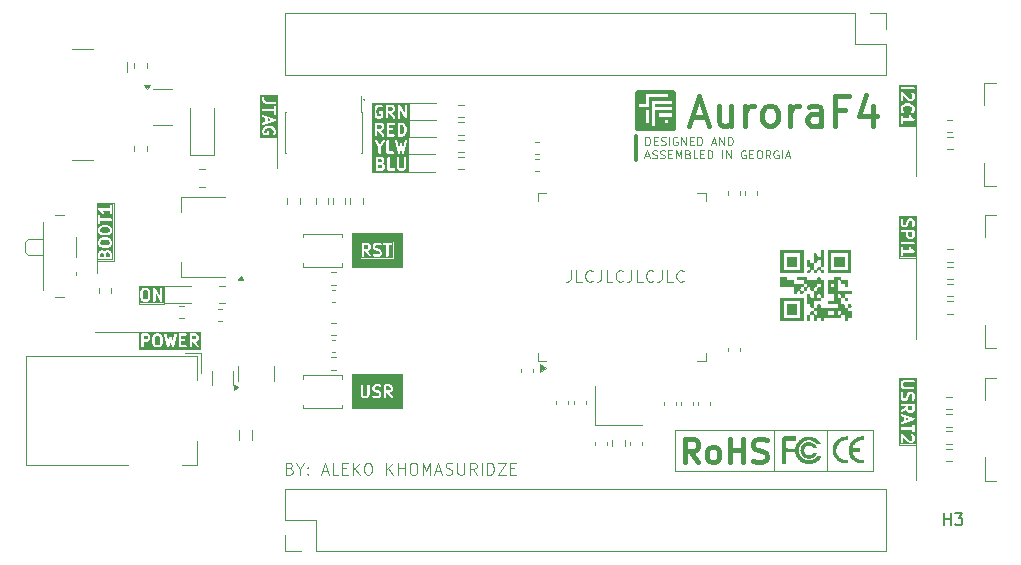
<source format=gbr>
%TF.GenerationSoftware,KiCad,Pcbnew,8.0.5*%
%TF.CreationDate,2024-10-15T23:52:28+04:00*%
%TF.ProjectId,AuroraF4,4175726f-7261-4463-942e-6b696361645f,v1.0.1*%
%TF.SameCoordinates,Original*%
%TF.FileFunction,Legend,Top*%
%TF.FilePolarity,Positive*%
%FSLAX46Y46*%
G04 Gerber Fmt 4.6, Leading zero omitted, Abs format (unit mm)*
G04 Created by KiCad (PCBNEW 8.0.5) date 2024-10-15 23:52:28*
%MOMM*%
%LPD*%
G01*
G04 APERTURE LIST*
%ADD10C,0.100000*%
%ADD11C,0.400000*%
%ADD12C,0.300000*%
%ADD13C,0.200000*%
%ADD14C,0.800000*%
%ADD15C,0.150000*%
%ADD16C,0.000000*%
%ADD17C,0.120000*%
G04 APERTURE END LIST*
D10*
X119757217Y-114648609D02*
X119900074Y-114696228D01*
X119900074Y-114696228D02*
X119947693Y-114743847D01*
X119947693Y-114743847D02*
X119995312Y-114839085D01*
X119995312Y-114839085D02*
X119995312Y-114981942D01*
X119995312Y-114981942D02*
X119947693Y-115077180D01*
X119947693Y-115077180D02*
X119900074Y-115124800D01*
X119900074Y-115124800D02*
X119804836Y-115172419D01*
X119804836Y-115172419D02*
X119423884Y-115172419D01*
X119423884Y-115172419D02*
X119423884Y-114172419D01*
X119423884Y-114172419D02*
X119757217Y-114172419D01*
X119757217Y-114172419D02*
X119852455Y-114220038D01*
X119852455Y-114220038D02*
X119900074Y-114267657D01*
X119900074Y-114267657D02*
X119947693Y-114362895D01*
X119947693Y-114362895D02*
X119947693Y-114458133D01*
X119947693Y-114458133D02*
X119900074Y-114553371D01*
X119900074Y-114553371D02*
X119852455Y-114600990D01*
X119852455Y-114600990D02*
X119757217Y-114648609D01*
X119757217Y-114648609D02*
X119423884Y-114648609D01*
X120614360Y-114696228D02*
X120614360Y-115172419D01*
X120281027Y-114172419D02*
X120614360Y-114696228D01*
X120614360Y-114696228D02*
X120947693Y-114172419D01*
X121281027Y-115077180D02*
X121328646Y-115124800D01*
X121328646Y-115124800D02*
X121281027Y-115172419D01*
X121281027Y-115172419D02*
X121233408Y-115124800D01*
X121233408Y-115124800D02*
X121281027Y-115077180D01*
X121281027Y-115077180D02*
X121281027Y-115172419D01*
X121281027Y-114553371D02*
X121328646Y-114600990D01*
X121328646Y-114600990D02*
X121281027Y-114648609D01*
X121281027Y-114648609D02*
X121233408Y-114600990D01*
X121233408Y-114600990D02*
X121281027Y-114553371D01*
X121281027Y-114553371D02*
X121281027Y-114648609D01*
X122471503Y-114886704D02*
X122947693Y-114886704D01*
X122376265Y-115172419D02*
X122709598Y-114172419D01*
X122709598Y-114172419D02*
X123042931Y-115172419D01*
X123852455Y-115172419D02*
X123376265Y-115172419D01*
X123376265Y-115172419D02*
X123376265Y-114172419D01*
X124185789Y-114648609D02*
X124519122Y-114648609D01*
X124661979Y-115172419D02*
X124185789Y-115172419D01*
X124185789Y-115172419D02*
X124185789Y-114172419D01*
X124185789Y-114172419D02*
X124661979Y-114172419D01*
X125090551Y-115172419D02*
X125090551Y-114172419D01*
X125661979Y-115172419D02*
X125233408Y-114600990D01*
X125661979Y-114172419D02*
X125090551Y-114743847D01*
X126281027Y-114172419D02*
X126471503Y-114172419D01*
X126471503Y-114172419D02*
X126566741Y-114220038D01*
X126566741Y-114220038D02*
X126661979Y-114315276D01*
X126661979Y-114315276D02*
X126709598Y-114505752D01*
X126709598Y-114505752D02*
X126709598Y-114839085D01*
X126709598Y-114839085D02*
X126661979Y-115029561D01*
X126661979Y-115029561D02*
X126566741Y-115124800D01*
X126566741Y-115124800D02*
X126471503Y-115172419D01*
X126471503Y-115172419D02*
X126281027Y-115172419D01*
X126281027Y-115172419D02*
X126185789Y-115124800D01*
X126185789Y-115124800D02*
X126090551Y-115029561D01*
X126090551Y-115029561D02*
X126042932Y-114839085D01*
X126042932Y-114839085D02*
X126042932Y-114505752D01*
X126042932Y-114505752D02*
X126090551Y-114315276D01*
X126090551Y-114315276D02*
X126185789Y-114220038D01*
X126185789Y-114220038D02*
X126281027Y-114172419D01*
X127900075Y-115172419D02*
X127900075Y-114172419D01*
X128471503Y-115172419D02*
X128042932Y-114600990D01*
X128471503Y-114172419D02*
X127900075Y-114743847D01*
X128900075Y-115172419D02*
X128900075Y-114172419D01*
X128900075Y-114648609D02*
X129471503Y-114648609D01*
X129471503Y-115172419D02*
X129471503Y-114172419D01*
X130138170Y-114172419D02*
X130328646Y-114172419D01*
X130328646Y-114172419D02*
X130423884Y-114220038D01*
X130423884Y-114220038D02*
X130519122Y-114315276D01*
X130519122Y-114315276D02*
X130566741Y-114505752D01*
X130566741Y-114505752D02*
X130566741Y-114839085D01*
X130566741Y-114839085D02*
X130519122Y-115029561D01*
X130519122Y-115029561D02*
X130423884Y-115124800D01*
X130423884Y-115124800D02*
X130328646Y-115172419D01*
X130328646Y-115172419D02*
X130138170Y-115172419D01*
X130138170Y-115172419D02*
X130042932Y-115124800D01*
X130042932Y-115124800D02*
X129947694Y-115029561D01*
X129947694Y-115029561D02*
X129900075Y-114839085D01*
X129900075Y-114839085D02*
X129900075Y-114505752D01*
X129900075Y-114505752D02*
X129947694Y-114315276D01*
X129947694Y-114315276D02*
X130042932Y-114220038D01*
X130042932Y-114220038D02*
X130138170Y-114172419D01*
X130995313Y-115172419D02*
X130995313Y-114172419D01*
X130995313Y-114172419D02*
X131328646Y-114886704D01*
X131328646Y-114886704D02*
X131661979Y-114172419D01*
X131661979Y-114172419D02*
X131661979Y-115172419D01*
X132090551Y-114886704D02*
X132566741Y-114886704D01*
X131995313Y-115172419D02*
X132328646Y-114172419D01*
X132328646Y-114172419D02*
X132661979Y-115172419D01*
X132947694Y-115124800D02*
X133090551Y-115172419D01*
X133090551Y-115172419D02*
X133328646Y-115172419D01*
X133328646Y-115172419D02*
X133423884Y-115124800D01*
X133423884Y-115124800D02*
X133471503Y-115077180D01*
X133471503Y-115077180D02*
X133519122Y-114981942D01*
X133519122Y-114981942D02*
X133519122Y-114886704D01*
X133519122Y-114886704D02*
X133471503Y-114791466D01*
X133471503Y-114791466D02*
X133423884Y-114743847D01*
X133423884Y-114743847D02*
X133328646Y-114696228D01*
X133328646Y-114696228D02*
X133138170Y-114648609D01*
X133138170Y-114648609D02*
X133042932Y-114600990D01*
X133042932Y-114600990D02*
X132995313Y-114553371D01*
X132995313Y-114553371D02*
X132947694Y-114458133D01*
X132947694Y-114458133D02*
X132947694Y-114362895D01*
X132947694Y-114362895D02*
X132995313Y-114267657D01*
X132995313Y-114267657D02*
X133042932Y-114220038D01*
X133042932Y-114220038D02*
X133138170Y-114172419D01*
X133138170Y-114172419D02*
X133376265Y-114172419D01*
X133376265Y-114172419D02*
X133519122Y-114220038D01*
X133947694Y-114172419D02*
X133947694Y-114981942D01*
X133947694Y-114981942D02*
X133995313Y-115077180D01*
X133995313Y-115077180D02*
X134042932Y-115124800D01*
X134042932Y-115124800D02*
X134138170Y-115172419D01*
X134138170Y-115172419D02*
X134328646Y-115172419D01*
X134328646Y-115172419D02*
X134423884Y-115124800D01*
X134423884Y-115124800D02*
X134471503Y-115077180D01*
X134471503Y-115077180D02*
X134519122Y-114981942D01*
X134519122Y-114981942D02*
X134519122Y-114172419D01*
X135566741Y-115172419D02*
X135233408Y-114696228D01*
X134995313Y-115172419D02*
X134995313Y-114172419D01*
X134995313Y-114172419D02*
X135376265Y-114172419D01*
X135376265Y-114172419D02*
X135471503Y-114220038D01*
X135471503Y-114220038D02*
X135519122Y-114267657D01*
X135519122Y-114267657D02*
X135566741Y-114362895D01*
X135566741Y-114362895D02*
X135566741Y-114505752D01*
X135566741Y-114505752D02*
X135519122Y-114600990D01*
X135519122Y-114600990D02*
X135471503Y-114648609D01*
X135471503Y-114648609D02*
X135376265Y-114696228D01*
X135376265Y-114696228D02*
X134995313Y-114696228D01*
X135995313Y-115172419D02*
X135995313Y-114172419D01*
X136471503Y-115172419D02*
X136471503Y-114172419D01*
X136471503Y-114172419D02*
X136709598Y-114172419D01*
X136709598Y-114172419D02*
X136852455Y-114220038D01*
X136852455Y-114220038D02*
X136947693Y-114315276D01*
X136947693Y-114315276D02*
X136995312Y-114410514D01*
X136995312Y-114410514D02*
X137042931Y-114600990D01*
X137042931Y-114600990D02*
X137042931Y-114743847D01*
X137042931Y-114743847D02*
X136995312Y-114934323D01*
X136995312Y-114934323D02*
X136947693Y-115029561D01*
X136947693Y-115029561D02*
X136852455Y-115124800D01*
X136852455Y-115124800D02*
X136709598Y-115172419D01*
X136709598Y-115172419D02*
X136471503Y-115172419D01*
X137376265Y-114172419D02*
X138042931Y-114172419D01*
X138042931Y-114172419D02*
X137376265Y-115172419D01*
X137376265Y-115172419D02*
X138042931Y-115172419D01*
X138423884Y-114648609D02*
X138757217Y-114648609D01*
X138900074Y-115172419D02*
X138423884Y-115172419D01*
X138423884Y-115172419D02*
X138423884Y-114172419D01*
X138423884Y-114172419D02*
X138900074Y-114172419D01*
X160735000Y-111400000D02*
X165240000Y-111400000D01*
X165240000Y-114880000D01*
X160735000Y-114880000D01*
X160735000Y-111400000D01*
X165240000Y-111400000D02*
X169120000Y-111400000D01*
X169120000Y-114870000D01*
X165240000Y-114870000D01*
X165240000Y-111400000D01*
X152350000Y-111400000D02*
X169120000Y-111400000D01*
X169120000Y-114880000D01*
X152350000Y-114880000D01*
X152350000Y-111400000D01*
D11*
X154322204Y-114142190D02*
X153655537Y-113189809D01*
X153179347Y-114142190D02*
X153179347Y-112142190D01*
X153179347Y-112142190D02*
X153941252Y-112142190D01*
X153941252Y-112142190D02*
X154131728Y-112237428D01*
X154131728Y-112237428D02*
X154226966Y-112332666D01*
X154226966Y-112332666D02*
X154322204Y-112523142D01*
X154322204Y-112523142D02*
X154322204Y-112808856D01*
X154322204Y-112808856D02*
X154226966Y-112999332D01*
X154226966Y-112999332D02*
X154131728Y-113094571D01*
X154131728Y-113094571D02*
X153941252Y-113189809D01*
X153941252Y-113189809D02*
X153179347Y-113189809D01*
X155465061Y-114142190D02*
X155274585Y-114046952D01*
X155274585Y-114046952D02*
X155179347Y-113951713D01*
X155179347Y-113951713D02*
X155084109Y-113761237D01*
X155084109Y-113761237D02*
X155084109Y-113189809D01*
X155084109Y-113189809D02*
X155179347Y-112999332D01*
X155179347Y-112999332D02*
X155274585Y-112904094D01*
X155274585Y-112904094D02*
X155465061Y-112808856D01*
X155465061Y-112808856D02*
X155750776Y-112808856D01*
X155750776Y-112808856D02*
X155941252Y-112904094D01*
X155941252Y-112904094D02*
X156036490Y-112999332D01*
X156036490Y-112999332D02*
X156131728Y-113189809D01*
X156131728Y-113189809D02*
X156131728Y-113761237D01*
X156131728Y-113761237D02*
X156036490Y-113951713D01*
X156036490Y-113951713D02*
X155941252Y-114046952D01*
X155941252Y-114046952D02*
X155750776Y-114142190D01*
X155750776Y-114142190D02*
X155465061Y-114142190D01*
X156988871Y-114142190D02*
X156988871Y-112142190D01*
X156988871Y-113094571D02*
X158131728Y-113094571D01*
X158131728Y-114142190D02*
X158131728Y-112142190D01*
X158988871Y-114046952D02*
X159274585Y-114142190D01*
X159274585Y-114142190D02*
X159750776Y-114142190D01*
X159750776Y-114142190D02*
X159941252Y-114046952D01*
X159941252Y-114046952D02*
X160036490Y-113951713D01*
X160036490Y-113951713D02*
X160131728Y-113761237D01*
X160131728Y-113761237D02*
X160131728Y-113570761D01*
X160131728Y-113570761D02*
X160036490Y-113380285D01*
X160036490Y-113380285D02*
X159941252Y-113285047D01*
X159941252Y-113285047D02*
X159750776Y-113189809D01*
X159750776Y-113189809D02*
X159369823Y-113094571D01*
X159369823Y-113094571D02*
X159179347Y-112999332D01*
X159179347Y-112999332D02*
X159084109Y-112904094D01*
X159084109Y-112904094D02*
X158988871Y-112713618D01*
X158988871Y-112713618D02*
X158988871Y-112523142D01*
X158988871Y-112523142D02*
X159084109Y-112332666D01*
X159084109Y-112332666D02*
X159179347Y-112237428D01*
X159179347Y-112237428D02*
X159369823Y-112142190D01*
X159369823Y-112142190D02*
X159846014Y-112142190D01*
X159846014Y-112142190D02*
X160131728Y-112237428D01*
D10*
X149872455Y-87272172D02*
X149872455Y-86572172D01*
X149872455Y-86572172D02*
X150039122Y-86572172D01*
X150039122Y-86572172D02*
X150139122Y-86605505D01*
X150139122Y-86605505D02*
X150205789Y-86672172D01*
X150205789Y-86672172D02*
X150239122Y-86738839D01*
X150239122Y-86738839D02*
X150272455Y-86872172D01*
X150272455Y-86872172D02*
X150272455Y-86972172D01*
X150272455Y-86972172D02*
X150239122Y-87105505D01*
X150239122Y-87105505D02*
X150205789Y-87172172D01*
X150205789Y-87172172D02*
X150139122Y-87238839D01*
X150139122Y-87238839D02*
X150039122Y-87272172D01*
X150039122Y-87272172D02*
X149872455Y-87272172D01*
X150572455Y-86905505D02*
X150805789Y-86905505D01*
X150905789Y-87272172D02*
X150572455Y-87272172D01*
X150572455Y-87272172D02*
X150572455Y-86572172D01*
X150572455Y-86572172D02*
X150905789Y-86572172D01*
X151172455Y-87238839D02*
X151272455Y-87272172D01*
X151272455Y-87272172D02*
X151439122Y-87272172D01*
X151439122Y-87272172D02*
X151505788Y-87238839D01*
X151505788Y-87238839D02*
X151539122Y-87205505D01*
X151539122Y-87205505D02*
X151572455Y-87138839D01*
X151572455Y-87138839D02*
X151572455Y-87072172D01*
X151572455Y-87072172D02*
X151539122Y-87005505D01*
X151539122Y-87005505D02*
X151505788Y-86972172D01*
X151505788Y-86972172D02*
X151439122Y-86938839D01*
X151439122Y-86938839D02*
X151305788Y-86905505D01*
X151305788Y-86905505D02*
X151239122Y-86872172D01*
X151239122Y-86872172D02*
X151205788Y-86838839D01*
X151205788Y-86838839D02*
X151172455Y-86772172D01*
X151172455Y-86772172D02*
X151172455Y-86705505D01*
X151172455Y-86705505D02*
X151205788Y-86638839D01*
X151205788Y-86638839D02*
X151239122Y-86605505D01*
X151239122Y-86605505D02*
X151305788Y-86572172D01*
X151305788Y-86572172D02*
X151472455Y-86572172D01*
X151472455Y-86572172D02*
X151572455Y-86605505D01*
X151872455Y-87272172D02*
X151872455Y-86572172D01*
X152572455Y-86605505D02*
X152505788Y-86572172D01*
X152505788Y-86572172D02*
X152405788Y-86572172D01*
X152405788Y-86572172D02*
X152305788Y-86605505D01*
X152305788Y-86605505D02*
X152239122Y-86672172D01*
X152239122Y-86672172D02*
X152205788Y-86738839D01*
X152205788Y-86738839D02*
X152172455Y-86872172D01*
X152172455Y-86872172D02*
X152172455Y-86972172D01*
X152172455Y-86972172D02*
X152205788Y-87105505D01*
X152205788Y-87105505D02*
X152239122Y-87172172D01*
X152239122Y-87172172D02*
X152305788Y-87238839D01*
X152305788Y-87238839D02*
X152405788Y-87272172D01*
X152405788Y-87272172D02*
X152472455Y-87272172D01*
X152472455Y-87272172D02*
X152572455Y-87238839D01*
X152572455Y-87238839D02*
X152605788Y-87205505D01*
X152605788Y-87205505D02*
X152605788Y-86972172D01*
X152605788Y-86972172D02*
X152472455Y-86972172D01*
X152905788Y-87272172D02*
X152905788Y-86572172D01*
X152905788Y-86572172D02*
X153305788Y-87272172D01*
X153305788Y-87272172D02*
X153305788Y-86572172D01*
X153639121Y-86905505D02*
X153872455Y-86905505D01*
X153972455Y-87272172D02*
X153639121Y-87272172D01*
X153639121Y-87272172D02*
X153639121Y-86572172D01*
X153639121Y-86572172D02*
X153972455Y-86572172D01*
X154272454Y-87272172D02*
X154272454Y-86572172D01*
X154272454Y-86572172D02*
X154439121Y-86572172D01*
X154439121Y-86572172D02*
X154539121Y-86605505D01*
X154539121Y-86605505D02*
X154605788Y-86672172D01*
X154605788Y-86672172D02*
X154639121Y-86738839D01*
X154639121Y-86738839D02*
X154672454Y-86872172D01*
X154672454Y-86872172D02*
X154672454Y-86972172D01*
X154672454Y-86972172D02*
X154639121Y-87105505D01*
X154639121Y-87105505D02*
X154605788Y-87172172D01*
X154605788Y-87172172D02*
X154539121Y-87238839D01*
X154539121Y-87238839D02*
X154439121Y-87272172D01*
X154439121Y-87272172D02*
X154272454Y-87272172D01*
X155472454Y-87072172D02*
X155805787Y-87072172D01*
X155405787Y-87272172D02*
X155639121Y-86572172D01*
X155639121Y-86572172D02*
X155872454Y-87272172D01*
X156105787Y-87272172D02*
X156105787Y-86572172D01*
X156105787Y-86572172D02*
X156505787Y-87272172D01*
X156505787Y-87272172D02*
X156505787Y-86572172D01*
X156839120Y-87272172D02*
X156839120Y-86572172D01*
X156839120Y-86572172D02*
X157005787Y-86572172D01*
X157005787Y-86572172D02*
X157105787Y-86605505D01*
X157105787Y-86605505D02*
X157172454Y-86672172D01*
X157172454Y-86672172D02*
X157205787Y-86738839D01*
X157205787Y-86738839D02*
X157239120Y-86872172D01*
X157239120Y-86872172D02*
X157239120Y-86972172D01*
X157239120Y-86972172D02*
X157205787Y-87105505D01*
X157205787Y-87105505D02*
X157172454Y-87172172D01*
X157172454Y-87172172D02*
X157105787Y-87238839D01*
X157105787Y-87238839D02*
X157005787Y-87272172D01*
X157005787Y-87272172D02*
X156839120Y-87272172D01*
X149839122Y-88199133D02*
X150172455Y-88199133D01*
X149772455Y-88399133D02*
X150005789Y-87699133D01*
X150005789Y-87699133D02*
X150239122Y-88399133D01*
X150439122Y-88365800D02*
X150539122Y-88399133D01*
X150539122Y-88399133D02*
X150705789Y-88399133D01*
X150705789Y-88399133D02*
X150772455Y-88365800D01*
X150772455Y-88365800D02*
X150805789Y-88332466D01*
X150805789Y-88332466D02*
X150839122Y-88265800D01*
X150839122Y-88265800D02*
X150839122Y-88199133D01*
X150839122Y-88199133D02*
X150805789Y-88132466D01*
X150805789Y-88132466D02*
X150772455Y-88099133D01*
X150772455Y-88099133D02*
X150705789Y-88065800D01*
X150705789Y-88065800D02*
X150572455Y-88032466D01*
X150572455Y-88032466D02*
X150505789Y-87999133D01*
X150505789Y-87999133D02*
X150472455Y-87965800D01*
X150472455Y-87965800D02*
X150439122Y-87899133D01*
X150439122Y-87899133D02*
X150439122Y-87832466D01*
X150439122Y-87832466D02*
X150472455Y-87765800D01*
X150472455Y-87765800D02*
X150505789Y-87732466D01*
X150505789Y-87732466D02*
X150572455Y-87699133D01*
X150572455Y-87699133D02*
X150739122Y-87699133D01*
X150739122Y-87699133D02*
X150839122Y-87732466D01*
X151105789Y-88365800D02*
X151205789Y-88399133D01*
X151205789Y-88399133D02*
X151372456Y-88399133D01*
X151372456Y-88399133D02*
X151439122Y-88365800D01*
X151439122Y-88365800D02*
X151472456Y-88332466D01*
X151472456Y-88332466D02*
X151505789Y-88265800D01*
X151505789Y-88265800D02*
X151505789Y-88199133D01*
X151505789Y-88199133D02*
X151472456Y-88132466D01*
X151472456Y-88132466D02*
X151439122Y-88099133D01*
X151439122Y-88099133D02*
X151372456Y-88065800D01*
X151372456Y-88065800D02*
X151239122Y-88032466D01*
X151239122Y-88032466D02*
X151172456Y-87999133D01*
X151172456Y-87999133D02*
X151139122Y-87965800D01*
X151139122Y-87965800D02*
X151105789Y-87899133D01*
X151105789Y-87899133D02*
X151105789Y-87832466D01*
X151105789Y-87832466D02*
X151139122Y-87765800D01*
X151139122Y-87765800D02*
X151172456Y-87732466D01*
X151172456Y-87732466D02*
X151239122Y-87699133D01*
X151239122Y-87699133D02*
X151405789Y-87699133D01*
X151405789Y-87699133D02*
X151505789Y-87732466D01*
X151805789Y-88032466D02*
X152039123Y-88032466D01*
X152139123Y-88399133D02*
X151805789Y-88399133D01*
X151805789Y-88399133D02*
X151805789Y-87699133D01*
X151805789Y-87699133D02*
X152139123Y-87699133D01*
X152439122Y-88399133D02*
X152439122Y-87699133D01*
X152439122Y-87699133D02*
X152672456Y-88199133D01*
X152672456Y-88199133D02*
X152905789Y-87699133D01*
X152905789Y-87699133D02*
X152905789Y-88399133D01*
X153472456Y-88032466D02*
X153572456Y-88065800D01*
X153572456Y-88065800D02*
X153605789Y-88099133D01*
X153605789Y-88099133D02*
X153639122Y-88165800D01*
X153639122Y-88165800D02*
X153639122Y-88265800D01*
X153639122Y-88265800D02*
X153605789Y-88332466D01*
X153605789Y-88332466D02*
X153572456Y-88365800D01*
X153572456Y-88365800D02*
X153505789Y-88399133D01*
X153505789Y-88399133D02*
X153239122Y-88399133D01*
X153239122Y-88399133D02*
X153239122Y-87699133D01*
X153239122Y-87699133D02*
X153472456Y-87699133D01*
X153472456Y-87699133D02*
X153539122Y-87732466D01*
X153539122Y-87732466D02*
X153572456Y-87765800D01*
X153572456Y-87765800D02*
X153605789Y-87832466D01*
X153605789Y-87832466D02*
X153605789Y-87899133D01*
X153605789Y-87899133D02*
X153572456Y-87965800D01*
X153572456Y-87965800D02*
X153539122Y-87999133D01*
X153539122Y-87999133D02*
X153472456Y-88032466D01*
X153472456Y-88032466D02*
X153239122Y-88032466D01*
X154272456Y-88399133D02*
X153939122Y-88399133D01*
X153939122Y-88399133D02*
X153939122Y-87699133D01*
X154505789Y-88032466D02*
X154739123Y-88032466D01*
X154839123Y-88399133D02*
X154505789Y-88399133D01*
X154505789Y-88399133D02*
X154505789Y-87699133D01*
X154505789Y-87699133D02*
X154839123Y-87699133D01*
X155139122Y-88399133D02*
X155139122Y-87699133D01*
X155139122Y-87699133D02*
X155305789Y-87699133D01*
X155305789Y-87699133D02*
X155405789Y-87732466D01*
X155405789Y-87732466D02*
X155472456Y-87799133D01*
X155472456Y-87799133D02*
X155505789Y-87865800D01*
X155505789Y-87865800D02*
X155539122Y-87999133D01*
X155539122Y-87999133D02*
X155539122Y-88099133D01*
X155539122Y-88099133D02*
X155505789Y-88232466D01*
X155505789Y-88232466D02*
X155472456Y-88299133D01*
X155472456Y-88299133D02*
X155405789Y-88365800D01*
X155405789Y-88365800D02*
X155305789Y-88399133D01*
X155305789Y-88399133D02*
X155139122Y-88399133D01*
X156372455Y-88399133D02*
X156372455Y-87699133D01*
X156705788Y-88399133D02*
X156705788Y-87699133D01*
X156705788Y-87699133D02*
X157105788Y-88399133D01*
X157105788Y-88399133D02*
X157105788Y-87699133D01*
X158339121Y-87732466D02*
X158272454Y-87699133D01*
X158272454Y-87699133D02*
X158172454Y-87699133D01*
X158172454Y-87699133D02*
X158072454Y-87732466D01*
X158072454Y-87732466D02*
X158005788Y-87799133D01*
X158005788Y-87799133D02*
X157972454Y-87865800D01*
X157972454Y-87865800D02*
X157939121Y-87999133D01*
X157939121Y-87999133D02*
X157939121Y-88099133D01*
X157939121Y-88099133D02*
X157972454Y-88232466D01*
X157972454Y-88232466D02*
X158005788Y-88299133D01*
X158005788Y-88299133D02*
X158072454Y-88365800D01*
X158072454Y-88365800D02*
X158172454Y-88399133D01*
X158172454Y-88399133D02*
X158239121Y-88399133D01*
X158239121Y-88399133D02*
X158339121Y-88365800D01*
X158339121Y-88365800D02*
X158372454Y-88332466D01*
X158372454Y-88332466D02*
X158372454Y-88099133D01*
X158372454Y-88099133D02*
X158239121Y-88099133D01*
X158672454Y-88032466D02*
X158905788Y-88032466D01*
X159005788Y-88399133D02*
X158672454Y-88399133D01*
X158672454Y-88399133D02*
X158672454Y-87699133D01*
X158672454Y-87699133D02*
X159005788Y-87699133D01*
X159439121Y-87699133D02*
X159572454Y-87699133D01*
X159572454Y-87699133D02*
X159639121Y-87732466D01*
X159639121Y-87732466D02*
X159705787Y-87799133D01*
X159705787Y-87799133D02*
X159739121Y-87932466D01*
X159739121Y-87932466D02*
X159739121Y-88165800D01*
X159739121Y-88165800D02*
X159705787Y-88299133D01*
X159705787Y-88299133D02*
X159639121Y-88365800D01*
X159639121Y-88365800D02*
X159572454Y-88399133D01*
X159572454Y-88399133D02*
X159439121Y-88399133D01*
X159439121Y-88399133D02*
X159372454Y-88365800D01*
X159372454Y-88365800D02*
X159305787Y-88299133D01*
X159305787Y-88299133D02*
X159272454Y-88165800D01*
X159272454Y-88165800D02*
X159272454Y-87932466D01*
X159272454Y-87932466D02*
X159305787Y-87799133D01*
X159305787Y-87799133D02*
X159372454Y-87732466D01*
X159372454Y-87732466D02*
X159439121Y-87699133D01*
X160439120Y-88399133D02*
X160205787Y-88065800D01*
X160039120Y-88399133D02*
X160039120Y-87699133D01*
X160039120Y-87699133D02*
X160305787Y-87699133D01*
X160305787Y-87699133D02*
X160372454Y-87732466D01*
X160372454Y-87732466D02*
X160405787Y-87765800D01*
X160405787Y-87765800D02*
X160439120Y-87832466D01*
X160439120Y-87832466D02*
X160439120Y-87932466D01*
X160439120Y-87932466D02*
X160405787Y-87999133D01*
X160405787Y-87999133D02*
X160372454Y-88032466D01*
X160372454Y-88032466D02*
X160305787Y-88065800D01*
X160305787Y-88065800D02*
X160039120Y-88065800D01*
X161105787Y-87732466D02*
X161039120Y-87699133D01*
X161039120Y-87699133D02*
X160939120Y-87699133D01*
X160939120Y-87699133D02*
X160839120Y-87732466D01*
X160839120Y-87732466D02*
X160772454Y-87799133D01*
X160772454Y-87799133D02*
X160739120Y-87865800D01*
X160739120Y-87865800D02*
X160705787Y-87999133D01*
X160705787Y-87999133D02*
X160705787Y-88099133D01*
X160705787Y-88099133D02*
X160739120Y-88232466D01*
X160739120Y-88232466D02*
X160772454Y-88299133D01*
X160772454Y-88299133D02*
X160839120Y-88365800D01*
X160839120Y-88365800D02*
X160939120Y-88399133D01*
X160939120Y-88399133D02*
X161005787Y-88399133D01*
X161005787Y-88399133D02*
X161105787Y-88365800D01*
X161105787Y-88365800D02*
X161139120Y-88332466D01*
X161139120Y-88332466D02*
X161139120Y-88099133D01*
X161139120Y-88099133D02*
X161005787Y-88099133D01*
X161439120Y-88399133D02*
X161439120Y-87699133D01*
X161739120Y-88199133D02*
X162072453Y-88199133D01*
X161672453Y-88399133D02*
X161905787Y-87699133D01*
X161905787Y-87699133D02*
X162139120Y-88399133D01*
D12*
X149090000Y-86490000D02*
X149090000Y-88490000D01*
D11*
X153799347Y-84908961D02*
X154989823Y-84908961D01*
X153561252Y-85623247D02*
X154394585Y-83123247D01*
X154394585Y-83123247D02*
X155227918Y-85623247D01*
X157132680Y-83956580D02*
X157132680Y-85623247D01*
X156061252Y-83956580D02*
X156061252Y-85266104D01*
X156061252Y-85266104D02*
X156180299Y-85504200D01*
X156180299Y-85504200D02*
X156418394Y-85623247D01*
X156418394Y-85623247D02*
X156775537Y-85623247D01*
X156775537Y-85623247D02*
X157013633Y-85504200D01*
X157013633Y-85504200D02*
X157132680Y-85385152D01*
X158323157Y-85623247D02*
X158323157Y-83956580D01*
X158323157Y-84432771D02*
X158442204Y-84194676D01*
X158442204Y-84194676D02*
X158561252Y-84075628D01*
X158561252Y-84075628D02*
X158799347Y-83956580D01*
X158799347Y-83956580D02*
X159037442Y-83956580D01*
X160227918Y-85623247D02*
X159989823Y-85504200D01*
X159989823Y-85504200D02*
X159870776Y-85385152D01*
X159870776Y-85385152D02*
X159751728Y-85147057D01*
X159751728Y-85147057D02*
X159751728Y-84432771D01*
X159751728Y-84432771D02*
X159870776Y-84194676D01*
X159870776Y-84194676D02*
X159989823Y-84075628D01*
X159989823Y-84075628D02*
X160227918Y-83956580D01*
X160227918Y-83956580D02*
X160585061Y-83956580D01*
X160585061Y-83956580D02*
X160823157Y-84075628D01*
X160823157Y-84075628D02*
X160942204Y-84194676D01*
X160942204Y-84194676D02*
X161061252Y-84432771D01*
X161061252Y-84432771D02*
X161061252Y-85147057D01*
X161061252Y-85147057D02*
X160942204Y-85385152D01*
X160942204Y-85385152D02*
X160823157Y-85504200D01*
X160823157Y-85504200D02*
X160585061Y-85623247D01*
X160585061Y-85623247D02*
X160227918Y-85623247D01*
X162132681Y-85623247D02*
X162132681Y-83956580D01*
X162132681Y-84432771D02*
X162251728Y-84194676D01*
X162251728Y-84194676D02*
X162370776Y-84075628D01*
X162370776Y-84075628D02*
X162608871Y-83956580D01*
X162608871Y-83956580D02*
X162846966Y-83956580D01*
X164751728Y-85623247D02*
X164751728Y-84313723D01*
X164751728Y-84313723D02*
X164632681Y-84075628D01*
X164632681Y-84075628D02*
X164394585Y-83956580D01*
X164394585Y-83956580D02*
X163918395Y-83956580D01*
X163918395Y-83956580D02*
X163680300Y-84075628D01*
X164751728Y-85504200D02*
X164513633Y-85623247D01*
X164513633Y-85623247D02*
X163918395Y-85623247D01*
X163918395Y-85623247D02*
X163680300Y-85504200D01*
X163680300Y-85504200D02*
X163561252Y-85266104D01*
X163561252Y-85266104D02*
X163561252Y-85028009D01*
X163561252Y-85028009D02*
X163680300Y-84789914D01*
X163680300Y-84789914D02*
X163918395Y-84670866D01*
X163918395Y-84670866D02*
X164513633Y-84670866D01*
X164513633Y-84670866D02*
X164751728Y-84551819D01*
X166775538Y-84313723D02*
X165942205Y-84313723D01*
X165942205Y-85623247D02*
X165942205Y-83123247D01*
X165942205Y-83123247D02*
X167132681Y-83123247D01*
X169156490Y-83956580D02*
X169156490Y-85623247D01*
X168561252Y-83004200D02*
X167966014Y-84789914D01*
X167966014Y-84789914D02*
X169513633Y-84789914D01*
D10*
X143539598Y-97852419D02*
X143539598Y-98566704D01*
X143539598Y-98566704D02*
X143491979Y-98709561D01*
X143491979Y-98709561D02*
X143396741Y-98804800D01*
X143396741Y-98804800D02*
X143253884Y-98852419D01*
X143253884Y-98852419D02*
X143158646Y-98852419D01*
X144491979Y-98852419D02*
X144015789Y-98852419D01*
X144015789Y-98852419D02*
X144015789Y-97852419D01*
X145396741Y-98757180D02*
X145349122Y-98804800D01*
X145349122Y-98804800D02*
X145206265Y-98852419D01*
X145206265Y-98852419D02*
X145111027Y-98852419D01*
X145111027Y-98852419D02*
X144968170Y-98804800D01*
X144968170Y-98804800D02*
X144872932Y-98709561D01*
X144872932Y-98709561D02*
X144825313Y-98614323D01*
X144825313Y-98614323D02*
X144777694Y-98423847D01*
X144777694Y-98423847D02*
X144777694Y-98280990D01*
X144777694Y-98280990D02*
X144825313Y-98090514D01*
X144825313Y-98090514D02*
X144872932Y-97995276D01*
X144872932Y-97995276D02*
X144968170Y-97900038D01*
X144968170Y-97900038D02*
X145111027Y-97852419D01*
X145111027Y-97852419D02*
X145206265Y-97852419D01*
X145206265Y-97852419D02*
X145349122Y-97900038D01*
X145349122Y-97900038D02*
X145396741Y-97947657D01*
X146111027Y-97852419D02*
X146111027Y-98566704D01*
X146111027Y-98566704D02*
X146063408Y-98709561D01*
X146063408Y-98709561D02*
X145968170Y-98804800D01*
X145968170Y-98804800D02*
X145825313Y-98852419D01*
X145825313Y-98852419D02*
X145730075Y-98852419D01*
X147063408Y-98852419D02*
X146587218Y-98852419D01*
X146587218Y-98852419D02*
X146587218Y-97852419D01*
X147968170Y-98757180D02*
X147920551Y-98804800D01*
X147920551Y-98804800D02*
X147777694Y-98852419D01*
X147777694Y-98852419D02*
X147682456Y-98852419D01*
X147682456Y-98852419D02*
X147539599Y-98804800D01*
X147539599Y-98804800D02*
X147444361Y-98709561D01*
X147444361Y-98709561D02*
X147396742Y-98614323D01*
X147396742Y-98614323D02*
X147349123Y-98423847D01*
X147349123Y-98423847D02*
X147349123Y-98280990D01*
X147349123Y-98280990D02*
X147396742Y-98090514D01*
X147396742Y-98090514D02*
X147444361Y-97995276D01*
X147444361Y-97995276D02*
X147539599Y-97900038D01*
X147539599Y-97900038D02*
X147682456Y-97852419D01*
X147682456Y-97852419D02*
X147777694Y-97852419D01*
X147777694Y-97852419D02*
X147920551Y-97900038D01*
X147920551Y-97900038D02*
X147968170Y-97947657D01*
X148682456Y-97852419D02*
X148682456Y-98566704D01*
X148682456Y-98566704D02*
X148634837Y-98709561D01*
X148634837Y-98709561D02*
X148539599Y-98804800D01*
X148539599Y-98804800D02*
X148396742Y-98852419D01*
X148396742Y-98852419D02*
X148301504Y-98852419D01*
X149634837Y-98852419D02*
X149158647Y-98852419D01*
X149158647Y-98852419D02*
X149158647Y-97852419D01*
X150539599Y-98757180D02*
X150491980Y-98804800D01*
X150491980Y-98804800D02*
X150349123Y-98852419D01*
X150349123Y-98852419D02*
X150253885Y-98852419D01*
X150253885Y-98852419D02*
X150111028Y-98804800D01*
X150111028Y-98804800D02*
X150015790Y-98709561D01*
X150015790Y-98709561D02*
X149968171Y-98614323D01*
X149968171Y-98614323D02*
X149920552Y-98423847D01*
X149920552Y-98423847D02*
X149920552Y-98280990D01*
X149920552Y-98280990D02*
X149968171Y-98090514D01*
X149968171Y-98090514D02*
X150015790Y-97995276D01*
X150015790Y-97995276D02*
X150111028Y-97900038D01*
X150111028Y-97900038D02*
X150253885Y-97852419D01*
X150253885Y-97852419D02*
X150349123Y-97852419D01*
X150349123Y-97852419D02*
X150491980Y-97900038D01*
X150491980Y-97900038D02*
X150539599Y-97947657D01*
X151253885Y-97852419D02*
X151253885Y-98566704D01*
X151253885Y-98566704D02*
X151206266Y-98709561D01*
X151206266Y-98709561D02*
X151111028Y-98804800D01*
X151111028Y-98804800D02*
X150968171Y-98852419D01*
X150968171Y-98852419D02*
X150872933Y-98852419D01*
X152206266Y-98852419D02*
X151730076Y-98852419D01*
X151730076Y-98852419D02*
X151730076Y-97852419D01*
X153111028Y-98757180D02*
X153063409Y-98804800D01*
X153063409Y-98804800D02*
X152920552Y-98852419D01*
X152920552Y-98852419D02*
X152825314Y-98852419D01*
X152825314Y-98852419D02*
X152682457Y-98804800D01*
X152682457Y-98804800D02*
X152587219Y-98709561D01*
X152587219Y-98709561D02*
X152539600Y-98614323D01*
X152539600Y-98614323D02*
X152491981Y-98423847D01*
X152491981Y-98423847D02*
X152491981Y-98280990D01*
X152491981Y-98280990D02*
X152539600Y-98090514D01*
X152539600Y-98090514D02*
X152587219Y-97995276D01*
X152587219Y-97995276D02*
X152682457Y-97900038D01*
X152682457Y-97900038D02*
X152825314Y-97852419D01*
X152825314Y-97852419D02*
X152920552Y-97852419D01*
X152920552Y-97852419D02*
X153063409Y-97900038D01*
X153063409Y-97900038D02*
X153111028Y-97947657D01*
X126137082Y-83430000D02*
G75*
G02*
X126002918Y-83430000I-67082J0D01*
G01*
X126002918Y-83430000D02*
G75*
G02*
X126137082Y-83430000I67082J0D01*
G01*
X106950000Y-99195000D02*
X109125000Y-99195000D01*
X109125000Y-100690000D01*
X106950000Y-100690000D01*
X106950000Y-99195000D01*
D13*
G36*
X107656626Y-99567023D02*
G01*
X107720805Y-99631202D01*
X107758720Y-99782861D01*
X107758720Y-100091575D01*
X107720804Y-100243235D01*
X107656628Y-100307413D01*
X107597018Y-100337219D01*
X107453756Y-100337219D01*
X107394146Y-100307414D01*
X107329969Y-100243236D01*
X107292054Y-100091575D01*
X107292054Y-99782862D01*
X107329969Y-99631202D01*
X107394148Y-99567023D01*
X107453756Y-99537219D01*
X107597018Y-99537219D01*
X107656626Y-99567023D01*
G37*
G36*
X109069831Y-100648330D02*
G01*
X106980943Y-100648330D01*
X106980943Y-99770552D01*
X107092054Y-99770552D01*
X107092054Y-100103885D01*
X107092389Y-100107287D01*
X107092172Y-100108746D01*
X107093251Y-100116043D01*
X107093975Y-100123394D01*
X107094539Y-100124757D01*
X107095040Y-100128139D01*
X107142659Y-100318614D01*
X107149254Y-100337075D01*
X107153679Y-100343047D01*
X107156525Y-100349918D01*
X107168962Y-100365071D01*
X107264200Y-100460311D01*
X107271868Y-100466604D01*
X107273599Y-100468600D01*
X107276606Y-100470493D01*
X107279353Y-100472747D01*
X107281793Y-100473757D01*
X107290190Y-100479043D01*
X107385427Y-100526662D01*
X107403736Y-100533668D01*
X107407319Y-100533922D01*
X107410640Y-100535298D01*
X107430149Y-100537219D01*
X107620625Y-100537219D01*
X107640134Y-100535298D01*
X107643454Y-100533922D01*
X107647038Y-100533668D01*
X107665346Y-100526662D01*
X107760584Y-100479043D01*
X107768979Y-100473758D01*
X107771421Y-100472747D01*
X107774168Y-100470491D01*
X107777174Y-100468600D01*
X107778904Y-100466605D01*
X107786574Y-100460310D01*
X107881812Y-100365071D01*
X107894249Y-100349918D01*
X107897094Y-100343047D01*
X107901520Y-100337075D01*
X107908115Y-100318615D01*
X107955734Y-100128139D01*
X107956234Y-100124757D01*
X107956799Y-100123394D01*
X107957522Y-100116043D01*
X107958602Y-100108746D01*
X107958384Y-100107287D01*
X107958720Y-100103885D01*
X107958720Y-99770552D01*
X107958384Y-99767149D01*
X107958602Y-99765691D01*
X107957522Y-99758393D01*
X107956799Y-99751043D01*
X107956234Y-99749679D01*
X107955734Y-99746298D01*
X107908115Y-99555822D01*
X107901520Y-99537362D01*
X107897093Y-99531387D01*
X107894248Y-99524519D01*
X107881812Y-99509365D01*
X107809666Y-99437219D01*
X108187292Y-99437219D01*
X108187292Y-100437219D01*
X108189213Y-100456728D01*
X108204145Y-100492776D01*
X108231735Y-100520366D01*
X108267783Y-100535298D01*
X108306801Y-100535298D01*
X108342849Y-100520366D01*
X108370439Y-100492776D01*
X108385371Y-100456728D01*
X108387292Y-100437219D01*
X108387292Y-99813775D01*
X108771896Y-100486833D01*
X108774814Y-100490943D01*
X108775573Y-100492776D01*
X108777439Y-100494642D01*
X108783243Y-100502818D01*
X108793759Y-100510962D01*
X108803163Y-100520366D01*
X108809050Y-100522804D01*
X108814092Y-100526709D01*
X108826924Y-100530208D01*
X108839211Y-100535298D01*
X108845587Y-100535298D01*
X108851736Y-100536975D01*
X108864929Y-100535298D01*
X108878229Y-100535298D01*
X108884117Y-100532858D01*
X108890442Y-100532055D01*
X108901991Y-100525454D01*
X108914277Y-100520366D01*
X108918784Y-100515858D01*
X108924319Y-100512696D01*
X108932463Y-100502179D01*
X108941867Y-100492776D01*
X108944305Y-100486888D01*
X108948210Y-100481847D01*
X108951709Y-100469014D01*
X108956799Y-100456728D01*
X108957781Y-100446750D01*
X108958476Y-100444204D01*
X108958225Y-100442236D01*
X108958720Y-100437219D01*
X108958720Y-99437219D01*
X108956799Y-99417710D01*
X108941867Y-99381662D01*
X108914277Y-99354072D01*
X108878229Y-99339140D01*
X108839211Y-99339140D01*
X108803163Y-99354072D01*
X108775573Y-99381662D01*
X108760641Y-99417710D01*
X108758720Y-99437219D01*
X108758720Y-100060662D01*
X108374116Y-99387605D01*
X108371197Y-99383494D01*
X108370439Y-99381662D01*
X108368572Y-99379795D01*
X108362769Y-99371620D01*
X108352254Y-99363477D01*
X108342849Y-99354072D01*
X108336958Y-99351632D01*
X108331920Y-99347730D01*
X108319091Y-99344231D01*
X108306801Y-99339140D01*
X108300426Y-99339140D01*
X108294277Y-99337463D01*
X108281084Y-99339140D01*
X108267783Y-99339140D01*
X108261894Y-99341579D01*
X108255570Y-99342383D01*
X108244020Y-99348983D01*
X108231735Y-99354072D01*
X108227227Y-99358579D01*
X108221693Y-99361742D01*
X108213550Y-99372256D01*
X108204145Y-99381662D01*
X108201705Y-99387552D01*
X108197803Y-99392591D01*
X108194304Y-99405419D01*
X108189213Y-99417710D01*
X108188230Y-99427687D01*
X108187536Y-99430234D01*
X108187786Y-99432201D01*
X108187292Y-99437219D01*
X107809666Y-99437219D01*
X107786574Y-99414127D01*
X107778903Y-99407832D01*
X107777174Y-99405838D01*
X107774166Y-99403944D01*
X107771420Y-99401691D01*
X107768980Y-99400680D01*
X107760584Y-99395395D01*
X107665346Y-99347776D01*
X107647038Y-99340770D01*
X107643454Y-99340515D01*
X107640134Y-99339140D01*
X107620625Y-99337219D01*
X107430149Y-99337219D01*
X107410640Y-99339140D01*
X107407319Y-99340515D01*
X107403736Y-99340770D01*
X107385427Y-99347776D01*
X107290190Y-99395395D01*
X107281791Y-99400681D01*
X107279354Y-99401691D01*
X107276610Y-99403942D01*
X107273599Y-99405838D01*
X107271866Y-99407835D01*
X107264200Y-99414127D01*
X107168962Y-99509365D01*
X107156526Y-99524519D01*
X107153680Y-99531387D01*
X107149254Y-99537362D01*
X107142659Y-99555823D01*
X107095040Y-99746298D01*
X107094539Y-99749679D01*
X107093975Y-99751043D01*
X107093251Y-99758393D01*
X107092172Y-99765691D01*
X107092389Y-99767149D01*
X107092054Y-99770552D01*
X106980943Y-99770552D01*
X106980943Y-99226108D01*
X109069831Y-99226108D01*
X109069831Y-100648330D01*
G37*
D10*
X125010000Y-106640000D02*
X129290000Y-106640000D01*
X129290000Y-109560000D01*
X125010000Y-109560000D01*
X125010000Y-106640000D01*
X125090000Y-106730000D02*
X129240000Y-106730000D01*
X129240000Y-109470000D01*
X125090000Y-109470000D01*
X125090000Y-106730000D01*
X125070000Y-94770000D02*
X129220000Y-94770000D01*
X129220000Y-97510000D01*
X125070000Y-97510000D01*
X125070000Y-94770000D01*
X124990000Y-94680000D02*
X129270000Y-94680000D01*
X129270000Y-97600000D01*
X124990000Y-97600000D01*
X124990000Y-94680000D01*
X107025000Y-103120000D02*
X112195000Y-103120000D01*
X112195000Y-104550000D01*
X107025000Y-104550000D01*
X107025000Y-103120000D01*
X117230000Y-83050000D02*
X118680000Y-83050000D01*
X118680000Y-86610000D01*
X117230000Y-86610000D01*
X117230000Y-83050000D01*
X103420000Y-92190000D02*
X104850000Y-92190000D01*
X104850000Y-97040000D01*
X103420000Y-97040000D01*
X103420000Y-92190000D01*
X171315000Y-107000000D02*
X172765000Y-107000000D01*
X172765000Y-112670000D01*
X171315000Y-112670000D01*
X171315000Y-107000000D01*
X171310000Y-93300000D02*
X172750000Y-93300000D01*
X172750000Y-96810000D01*
X171310000Y-96810000D01*
X171310000Y-93300000D01*
X171300000Y-82190000D02*
X172740000Y-82190000D01*
X172740000Y-85660000D01*
X171300000Y-85660000D01*
X171300000Y-82190000D01*
X172765000Y-107120000D02*
X172755000Y-115630000D01*
X172750000Y-93430000D02*
X172750000Y-103660000D01*
X172740000Y-82290000D02*
X172740000Y-89870000D01*
D13*
G36*
X172246552Y-110440149D02*
G01*
X171948495Y-110539501D01*
X171948495Y-110340796D01*
X172246552Y-110440149D01*
G37*
G36*
X172462780Y-109607018D02*
G01*
X172432975Y-109666627D01*
X172408306Y-109691295D01*
X172348697Y-109721101D01*
X172253054Y-109721101D01*
X172193444Y-109691296D01*
X172168776Y-109666627D01*
X172138971Y-109607017D01*
X172138971Y-109349673D01*
X172462780Y-109349673D01*
X172462780Y-109607018D01*
G37*
G36*
X172773891Y-112603641D02*
G01*
X171351669Y-112603641D01*
X171351669Y-111773483D01*
X171462780Y-111773483D01*
X171462780Y-112392530D01*
X171464701Y-112412039D01*
X171479633Y-112448087D01*
X171507223Y-112475677D01*
X171543271Y-112490609D01*
X171582289Y-112490609D01*
X171618337Y-112475677D01*
X171645927Y-112448087D01*
X171660859Y-112412039D01*
X171662780Y-112392530D01*
X171662780Y-112014904D01*
X172063498Y-112415622D01*
X172078652Y-112428058D01*
X172081970Y-112429432D01*
X172084686Y-112431788D01*
X172102586Y-112439779D01*
X172245443Y-112487398D01*
X172255115Y-112489597D01*
X172257557Y-112490609D01*
X172261094Y-112490957D01*
X172264558Y-112491745D01*
X172267192Y-112491557D01*
X172277066Y-112492530D01*
X172372304Y-112492530D01*
X172391813Y-112490609D01*
X172395133Y-112489233D01*
X172398717Y-112488979D01*
X172417025Y-112481973D01*
X172512263Y-112434354D01*
X172520659Y-112429068D01*
X172523099Y-112428058D01*
X172525845Y-112425804D01*
X172528853Y-112423911D01*
X172530582Y-112421916D01*
X172538253Y-112415622D01*
X172585871Y-112368003D01*
X172592163Y-112360336D01*
X172594161Y-112358604D01*
X172596054Y-112355595D01*
X172598308Y-112352850D01*
X172599318Y-112350409D01*
X172604604Y-112342013D01*
X172652223Y-112246776D01*
X172659229Y-112228467D01*
X172659483Y-112224883D01*
X172660859Y-112221563D01*
X172662780Y-112202054D01*
X172662780Y-111963959D01*
X172660859Y-111944450D01*
X172659483Y-111941129D01*
X172659229Y-111937546D01*
X172652223Y-111919237D01*
X172604604Y-111824000D01*
X172599318Y-111815603D01*
X172598308Y-111813163D01*
X172596054Y-111810417D01*
X172594161Y-111807409D01*
X172592163Y-111805676D01*
X172585871Y-111798010D01*
X172538253Y-111750391D01*
X172523099Y-111737955D01*
X172487051Y-111723023D01*
X172448033Y-111723023D01*
X172411985Y-111737955D01*
X172384395Y-111765545D01*
X172369463Y-111801593D01*
X172369463Y-111840611D01*
X172384395Y-111876659D01*
X172396831Y-111891813D01*
X172432975Y-111927956D01*
X172462780Y-111987566D01*
X172462780Y-112178447D01*
X172432975Y-112238056D01*
X172408306Y-112262724D01*
X172348697Y-112292530D01*
X172293292Y-112292530D01*
X172188228Y-112257508D01*
X171633491Y-111702772D01*
X171618337Y-111690336D01*
X171582289Y-111675404D01*
X171543271Y-111675404D01*
X171507223Y-111690336D01*
X171479633Y-111717926D01*
X171464701Y-111753974D01*
X171462780Y-111773483D01*
X171351669Y-111773483D01*
X171351669Y-111230164D01*
X171464701Y-111230164D01*
X171464701Y-111269182D01*
X171479633Y-111305230D01*
X171507223Y-111332820D01*
X171543271Y-111347752D01*
X171562780Y-111349673D01*
X172462780Y-111349673D01*
X172462780Y-111535387D01*
X172464701Y-111554896D01*
X172479633Y-111590944D01*
X172507223Y-111618534D01*
X172543271Y-111633466D01*
X172582289Y-111633466D01*
X172618337Y-111618534D01*
X172645927Y-111590944D01*
X172660859Y-111554896D01*
X172662780Y-111535387D01*
X172662780Y-110963959D01*
X172660859Y-110944450D01*
X172645927Y-110908402D01*
X172618337Y-110880812D01*
X172582289Y-110865880D01*
X172543271Y-110865880D01*
X172507223Y-110880812D01*
X172479633Y-110908402D01*
X172464701Y-110944450D01*
X172462780Y-110963959D01*
X172462780Y-111149673D01*
X171562780Y-111149673D01*
X171543271Y-111151594D01*
X171507223Y-111166526D01*
X171479633Y-111194116D01*
X171464701Y-111230164D01*
X171351669Y-111230164D01*
X171351669Y-110094309D01*
X171463565Y-110094309D01*
X171466331Y-110133229D01*
X171483781Y-110168128D01*
X171513257Y-110193693D01*
X171531157Y-110201684D01*
X171748495Y-110274129D01*
X171748495Y-110606168D01*
X171531157Y-110678614D01*
X171513257Y-110686605D01*
X171483781Y-110712170D01*
X171466331Y-110747069D01*
X171463565Y-110785989D01*
X171475903Y-110823005D01*
X171501468Y-110852481D01*
X171536367Y-110869931D01*
X171575287Y-110872697D01*
X171594403Y-110868350D01*
X172594402Y-110535017D01*
X172612303Y-110527026D01*
X172617704Y-110522341D01*
X172624091Y-110519148D01*
X172632303Y-110509679D01*
X172641779Y-110501461D01*
X172644974Y-110495069D01*
X172649656Y-110489672D01*
X172653622Y-110477774D01*
X172659228Y-110466562D01*
X172659734Y-110459437D01*
X172661995Y-110452656D01*
X172661105Y-110440149D01*
X172661995Y-110427642D01*
X172659734Y-110420860D01*
X172659228Y-110413736D01*
X172653622Y-110402523D01*
X172649656Y-110390626D01*
X172644974Y-110385228D01*
X172641779Y-110378837D01*
X172632303Y-110370618D01*
X172624091Y-110361150D01*
X172617704Y-110357956D01*
X172612303Y-110353272D01*
X172594402Y-110345281D01*
X171594403Y-110011948D01*
X171575287Y-110007601D01*
X171536367Y-110010367D01*
X171501468Y-110027817D01*
X171475903Y-110057293D01*
X171463565Y-110094309D01*
X171351669Y-110094309D01*
X171351669Y-109823269D01*
X171462803Y-109823269D01*
X171471243Y-109861363D01*
X171493618Y-109893328D01*
X171526523Y-109914297D01*
X171564948Y-109921078D01*
X171603042Y-109912638D01*
X171620126Y-109903024D01*
X171948651Y-109673056D01*
X171949528Y-109675346D01*
X171997147Y-109770584D01*
X172002432Y-109778980D01*
X172003443Y-109781420D01*
X172005696Y-109784166D01*
X172007590Y-109787174D01*
X172009584Y-109788903D01*
X172015879Y-109796574D01*
X172063498Y-109844192D01*
X172071164Y-109850484D01*
X172072897Y-109852482D01*
X172075905Y-109854375D01*
X172078651Y-109856629D01*
X172081091Y-109857639D01*
X172089488Y-109862925D01*
X172184725Y-109910544D01*
X172203034Y-109917550D01*
X172206617Y-109917804D01*
X172209938Y-109919180D01*
X172229447Y-109921101D01*
X172372304Y-109921101D01*
X172391813Y-109919180D01*
X172395133Y-109917804D01*
X172398717Y-109917550D01*
X172417025Y-109910544D01*
X172512263Y-109862925D01*
X172520659Y-109857639D01*
X172523099Y-109856629D01*
X172525845Y-109854375D01*
X172528853Y-109852482D01*
X172530582Y-109850487D01*
X172538253Y-109844193D01*
X172585871Y-109796574D01*
X172592163Y-109788907D01*
X172594161Y-109787175D01*
X172596054Y-109784166D01*
X172598308Y-109781421D01*
X172599318Y-109778980D01*
X172604604Y-109770584D01*
X172652223Y-109675347D01*
X172659229Y-109657038D01*
X172659483Y-109653454D01*
X172660859Y-109650134D01*
X172662780Y-109630625D01*
X172662780Y-109249673D01*
X172660859Y-109230164D01*
X172645927Y-109194116D01*
X172618337Y-109166526D01*
X172582289Y-109151594D01*
X172562780Y-109149673D01*
X171562780Y-109149673D01*
X171543271Y-109151594D01*
X171507223Y-109166526D01*
X171479633Y-109194116D01*
X171464701Y-109230164D01*
X171464701Y-109269182D01*
X171479633Y-109305230D01*
X171507223Y-109332820D01*
X171543271Y-109347752D01*
X171562780Y-109349673D01*
X171938971Y-109349673D01*
X171938971Y-109435702D01*
X171505434Y-109739178D01*
X171490553Y-109751939D01*
X171469584Y-109784844D01*
X171462803Y-109823269D01*
X171351669Y-109823269D01*
X171351669Y-108392530D01*
X171462780Y-108392530D01*
X171462780Y-108630625D01*
X171464701Y-108650134D01*
X171466076Y-108653453D01*
X171466331Y-108657039D01*
X171473338Y-108675347D01*
X171520958Y-108770585D01*
X171526242Y-108778980D01*
X171527253Y-108781420D01*
X171529506Y-108784165D01*
X171531401Y-108787176D01*
X171533397Y-108788907D01*
X171539689Y-108796574D01*
X171587308Y-108844192D01*
X171594974Y-108850484D01*
X171596707Y-108852482D01*
X171599715Y-108854375D01*
X171602461Y-108856629D01*
X171604901Y-108857639D01*
X171613298Y-108862925D01*
X171708535Y-108910544D01*
X171726844Y-108917550D01*
X171730427Y-108917804D01*
X171733748Y-108919180D01*
X171753257Y-108921101D01*
X171848495Y-108921101D01*
X171868004Y-108919180D01*
X171871324Y-108917804D01*
X171874908Y-108917550D01*
X171893216Y-108910544D01*
X171988454Y-108862925D01*
X171996850Y-108857639D01*
X171999290Y-108856629D01*
X172002036Y-108854375D01*
X172005044Y-108852482D01*
X172006773Y-108850487D01*
X172014444Y-108844193D01*
X172062062Y-108796574D01*
X172068354Y-108788907D01*
X172070352Y-108787175D01*
X172072245Y-108784166D01*
X172074499Y-108781421D01*
X172075509Y-108778980D01*
X172080795Y-108770584D01*
X172128414Y-108675347D01*
X172128960Y-108673918D01*
X172129390Y-108673339D01*
X172132311Y-108665162D01*
X172135420Y-108657038D01*
X172135471Y-108656317D01*
X172135985Y-108654879D01*
X172180941Y-108475053D01*
X172216395Y-108404146D01*
X172241063Y-108379477D01*
X172300673Y-108349673D01*
X172348697Y-108349673D01*
X172408306Y-108379478D01*
X172432975Y-108404146D01*
X172462780Y-108463756D01*
X172462780Y-108662017D01*
X172420293Y-108789478D01*
X172415946Y-108808594D01*
X172418712Y-108847514D01*
X172436162Y-108882413D01*
X172465638Y-108907978D01*
X172502654Y-108920316D01*
X172541574Y-108917550D01*
X172576473Y-108900100D01*
X172602038Y-108870624D01*
X172610029Y-108852724D01*
X172657648Y-108709867D01*
X172659847Y-108700194D01*
X172660859Y-108697753D01*
X172661207Y-108694215D01*
X172661995Y-108690752D01*
X172661807Y-108688117D01*
X172662780Y-108678244D01*
X172662780Y-108440149D01*
X172660859Y-108420640D01*
X172659483Y-108417319D01*
X172659229Y-108413736D01*
X172652223Y-108395427D01*
X172604604Y-108300190D01*
X172599318Y-108291793D01*
X172598308Y-108289353D01*
X172596054Y-108286607D01*
X172594161Y-108283599D01*
X172592163Y-108281866D01*
X172585871Y-108274200D01*
X172538253Y-108226581D01*
X172530582Y-108220286D01*
X172528853Y-108218292D01*
X172525845Y-108216398D01*
X172523099Y-108214145D01*
X172520659Y-108213134D01*
X172512263Y-108207849D01*
X172417025Y-108160230D01*
X172398717Y-108153224D01*
X172395133Y-108152969D01*
X172391813Y-108151594D01*
X172372304Y-108149673D01*
X172277066Y-108149673D01*
X172257557Y-108151594D01*
X172254236Y-108152969D01*
X172250653Y-108153224D01*
X172232344Y-108160230D01*
X172137107Y-108207849D01*
X172128710Y-108213134D01*
X172126270Y-108214145D01*
X172123524Y-108216398D01*
X172120516Y-108218292D01*
X172118783Y-108220289D01*
X172111117Y-108226582D01*
X172063498Y-108274200D01*
X172057203Y-108281870D01*
X172055209Y-108283600D01*
X172053315Y-108286607D01*
X172051062Y-108289354D01*
X172050051Y-108291793D01*
X172044766Y-108300190D01*
X171997147Y-108395428D01*
X171996601Y-108396854D01*
X171996171Y-108397435D01*
X171993249Y-108405611D01*
X171990141Y-108413736D01*
X171990089Y-108414458D01*
X171989576Y-108415896D01*
X171944619Y-108595720D01*
X171909166Y-108666627D01*
X171884497Y-108691295D01*
X171824888Y-108721101D01*
X171776864Y-108721101D01*
X171717254Y-108691296D01*
X171692583Y-108666625D01*
X171662780Y-108607018D01*
X171662780Y-108408757D01*
X171705268Y-108281296D01*
X171709615Y-108262181D01*
X171706849Y-108223261D01*
X171689400Y-108188362D01*
X171659924Y-108162797D01*
X171622908Y-108150458D01*
X171583988Y-108153224D01*
X171549089Y-108170673D01*
X171523524Y-108200149D01*
X171515532Y-108218049D01*
X171467912Y-108360907D01*
X171465712Y-108370579D01*
X171464701Y-108373021D01*
X171464352Y-108376558D01*
X171463565Y-108380022D01*
X171463752Y-108382656D01*
X171462780Y-108392530D01*
X171351669Y-108392530D01*
X171351669Y-107440149D01*
X171462780Y-107440149D01*
X171462780Y-107630625D01*
X171464701Y-107650134D01*
X171466076Y-107653453D01*
X171466331Y-107657039D01*
X171473338Y-107675347D01*
X171520958Y-107770585D01*
X171526242Y-107778980D01*
X171527253Y-107781420D01*
X171529506Y-107784165D01*
X171531401Y-107787176D01*
X171533397Y-107788907D01*
X171539689Y-107796574D01*
X171587308Y-107844192D01*
X171594974Y-107850484D01*
X171596707Y-107852482D01*
X171599715Y-107854375D01*
X171602461Y-107856629D01*
X171604901Y-107857639D01*
X171613298Y-107862925D01*
X171708535Y-107910544D01*
X171726844Y-107917550D01*
X171730427Y-107917804D01*
X171733748Y-107919180D01*
X171753257Y-107921101D01*
X172562780Y-107921101D01*
X172582289Y-107919180D01*
X172618337Y-107904248D01*
X172645927Y-107876658D01*
X172660859Y-107840610D01*
X172660859Y-107801592D01*
X172645927Y-107765544D01*
X172618337Y-107737954D01*
X172582289Y-107723022D01*
X172562780Y-107721101D01*
X171776864Y-107721101D01*
X171717254Y-107691296D01*
X171692583Y-107666625D01*
X171662780Y-107607018D01*
X171662780Y-107463755D01*
X171692583Y-107404148D01*
X171717254Y-107379477D01*
X171776864Y-107349673D01*
X172562780Y-107349673D01*
X172582289Y-107347752D01*
X172618337Y-107332820D01*
X172645927Y-107305230D01*
X172660859Y-107269182D01*
X172660859Y-107230164D01*
X172645927Y-107194116D01*
X172618337Y-107166526D01*
X172582289Y-107151594D01*
X172562780Y-107149673D01*
X171753257Y-107149673D01*
X171733748Y-107151594D01*
X171730427Y-107152969D01*
X171726844Y-107153224D01*
X171708535Y-107160230D01*
X171613298Y-107207849D01*
X171604901Y-107213134D01*
X171602461Y-107214145D01*
X171599715Y-107216398D01*
X171596707Y-107218292D01*
X171594974Y-107220289D01*
X171587308Y-107226582D01*
X171539689Y-107274200D01*
X171533397Y-107281866D01*
X171531401Y-107283598D01*
X171529506Y-107286608D01*
X171527253Y-107289354D01*
X171526242Y-107291793D01*
X171520958Y-107300189D01*
X171473338Y-107395427D01*
X171466331Y-107413735D01*
X171466076Y-107417320D01*
X171464701Y-107420640D01*
X171462780Y-107440149D01*
X171351669Y-107440149D01*
X171351669Y-107038562D01*
X172773891Y-107038562D01*
X172773891Y-112603641D01*
G37*
G36*
X172462780Y-94919399D02*
G01*
X172432975Y-94979008D01*
X172408306Y-95003676D01*
X172348697Y-95033482D01*
X172253054Y-95033482D01*
X172193444Y-95003677D01*
X172168776Y-94979008D01*
X172138971Y-94919398D01*
X172138971Y-94662054D01*
X172462780Y-94662054D01*
X172462780Y-94919399D01*
G37*
G36*
X172773891Y-96771243D02*
G01*
X171351669Y-96771243D01*
X171351669Y-95990625D01*
X171462780Y-95990625D01*
X171462780Y-96562053D01*
X171464701Y-96581562D01*
X171479633Y-96617610D01*
X171507223Y-96645200D01*
X171543271Y-96660132D01*
X171582289Y-96660132D01*
X171618337Y-96645200D01*
X171645927Y-96617610D01*
X171660859Y-96581562D01*
X171662780Y-96562053D01*
X171662780Y-96376339D01*
X172562780Y-96376339D01*
X172562850Y-96376332D01*
X172562885Y-96376339D01*
X172562986Y-96376318D01*
X172582289Y-96374418D01*
X172591437Y-96370628D01*
X172601145Y-96368687D01*
X172609285Y-96363235D01*
X172618337Y-96359486D01*
X172625336Y-96352486D01*
X172633565Y-96346976D01*
X172639001Y-96338821D01*
X172645927Y-96331896D01*
X172649714Y-96322752D01*
X172655209Y-96314511D01*
X172657110Y-96304897D01*
X172660859Y-96295848D01*
X172660859Y-96285946D01*
X172662780Y-96276235D01*
X172660859Y-96266629D01*
X172660859Y-96256830D01*
X172657069Y-96247681D01*
X172655128Y-96237974D01*
X172649676Y-96229833D01*
X172645927Y-96220782D01*
X172638927Y-96213782D01*
X172633417Y-96205554D01*
X172618410Y-96193265D01*
X172618337Y-96193192D01*
X172618304Y-96193178D01*
X172618250Y-96193134D01*
X172483634Y-96103390D01*
X172406870Y-96026626D01*
X172366509Y-95945904D01*
X172356066Y-95929313D01*
X172326589Y-95903749D01*
X172289573Y-95891410D01*
X172250653Y-95894176D01*
X172215754Y-95911625D01*
X172190190Y-95941102D01*
X172177851Y-95978118D01*
X172180617Y-96017038D01*
X172187623Y-96035346D01*
X172235242Y-96130584D01*
X172240527Y-96138980D01*
X172241538Y-96141420D01*
X172243791Y-96144166D01*
X172245685Y-96147174D01*
X172247679Y-96148903D01*
X172253974Y-96156574D01*
X172273739Y-96176339D01*
X171662780Y-96176339D01*
X171662780Y-95990625D01*
X171660859Y-95971116D01*
X171645927Y-95935068D01*
X171618337Y-95907478D01*
X171582289Y-95892546D01*
X171543271Y-95892546D01*
X171507223Y-95907478D01*
X171479633Y-95935068D01*
X171464701Y-95971116D01*
X171462780Y-95990625D01*
X171351669Y-95990625D01*
X171351669Y-95542545D01*
X171464701Y-95542545D01*
X171464701Y-95581563D01*
X171479633Y-95617611D01*
X171507223Y-95645201D01*
X171543271Y-95660133D01*
X171562780Y-95662054D01*
X172562780Y-95662054D01*
X172582289Y-95660133D01*
X172618337Y-95645201D01*
X172645927Y-95617611D01*
X172660859Y-95581563D01*
X172660859Y-95542545D01*
X172645927Y-95506497D01*
X172618337Y-95478907D01*
X172582289Y-95463975D01*
X172562780Y-95462054D01*
X171562780Y-95462054D01*
X171543271Y-95463975D01*
X171507223Y-95478907D01*
X171479633Y-95506497D01*
X171464701Y-95542545D01*
X171351669Y-95542545D01*
X171351669Y-94542545D01*
X171464701Y-94542545D01*
X171464701Y-94581563D01*
X171479633Y-94617611D01*
X171507223Y-94645201D01*
X171543271Y-94660133D01*
X171562780Y-94662054D01*
X171938971Y-94662054D01*
X171938971Y-94943006D01*
X171940892Y-94962515D01*
X171942267Y-94965835D01*
X171942522Y-94969419D01*
X171949528Y-94987727D01*
X171997147Y-95082965D01*
X172002432Y-95091361D01*
X172003443Y-95093801D01*
X172005696Y-95096547D01*
X172007590Y-95099555D01*
X172009584Y-95101284D01*
X172015879Y-95108955D01*
X172063498Y-95156573D01*
X172071164Y-95162865D01*
X172072897Y-95164863D01*
X172075905Y-95166756D01*
X172078651Y-95169010D01*
X172081091Y-95170020D01*
X172089488Y-95175306D01*
X172184725Y-95222925D01*
X172203034Y-95229931D01*
X172206617Y-95230185D01*
X172209938Y-95231561D01*
X172229447Y-95233482D01*
X172372304Y-95233482D01*
X172391813Y-95231561D01*
X172395133Y-95230185D01*
X172398717Y-95229931D01*
X172417025Y-95222925D01*
X172512263Y-95175306D01*
X172520659Y-95170020D01*
X172523099Y-95169010D01*
X172525845Y-95166756D01*
X172528853Y-95164863D01*
X172530582Y-95162868D01*
X172538253Y-95156574D01*
X172585871Y-95108955D01*
X172592163Y-95101288D01*
X172594161Y-95099556D01*
X172596054Y-95096547D01*
X172598308Y-95093802D01*
X172599318Y-95091361D01*
X172604604Y-95082965D01*
X172652223Y-94987728D01*
X172659229Y-94969419D01*
X172659483Y-94965835D01*
X172660859Y-94962515D01*
X172662780Y-94943006D01*
X172662780Y-94562054D01*
X172660859Y-94542545D01*
X172645927Y-94506497D01*
X172618337Y-94478907D01*
X172582289Y-94463975D01*
X172562780Y-94462054D01*
X171562780Y-94462054D01*
X171543271Y-94463975D01*
X171507223Y-94478907D01*
X171479633Y-94506497D01*
X171464701Y-94542545D01*
X171351669Y-94542545D01*
X171351669Y-93704911D01*
X171462780Y-93704911D01*
X171462780Y-93943006D01*
X171464701Y-93962515D01*
X171466076Y-93965834D01*
X171466331Y-93969420D01*
X171473338Y-93987728D01*
X171520958Y-94082966D01*
X171526242Y-94091361D01*
X171527253Y-94093801D01*
X171529506Y-94096546D01*
X171531401Y-94099557D01*
X171533397Y-94101288D01*
X171539689Y-94108955D01*
X171587308Y-94156573D01*
X171594974Y-94162865D01*
X171596707Y-94164863D01*
X171599715Y-94166756D01*
X171602461Y-94169010D01*
X171604901Y-94170020D01*
X171613298Y-94175306D01*
X171708535Y-94222925D01*
X171726844Y-94229931D01*
X171730427Y-94230185D01*
X171733748Y-94231561D01*
X171753257Y-94233482D01*
X171848495Y-94233482D01*
X171868004Y-94231561D01*
X171871324Y-94230185D01*
X171874908Y-94229931D01*
X171893216Y-94222925D01*
X171988454Y-94175306D01*
X171996850Y-94170020D01*
X171999290Y-94169010D01*
X172002036Y-94166756D01*
X172005044Y-94164863D01*
X172006773Y-94162868D01*
X172014444Y-94156574D01*
X172062062Y-94108955D01*
X172068354Y-94101288D01*
X172070352Y-94099556D01*
X172072245Y-94096547D01*
X172074499Y-94093802D01*
X172075509Y-94091361D01*
X172080795Y-94082965D01*
X172128414Y-93987728D01*
X172128960Y-93986299D01*
X172129390Y-93985720D01*
X172132311Y-93977543D01*
X172135420Y-93969419D01*
X172135471Y-93968698D01*
X172135985Y-93967260D01*
X172180941Y-93787434D01*
X172216395Y-93716527D01*
X172241063Y-93691858D01*
X172300673Y-93662054D01*
X172348697Y-93662054D01*
X172408306Y-93691859D01*
X172432975Y-93716527D01*
X172462780Y-93776137D01*
X172462780Y-93974398D01*
X172420293Y-94101859D01*
X172415946Y-94120975D01*
X172418712Y-94159895D01*
X172436162Y-94194794D01*
X172465638Y-94220359D01*
X172502654Y-94232697D01*
X172541574Y-94229931D01*
X172576473Y-94212481D01*
X172602038Y-94183005D01*
X172610029Y-94165105D01*
X172657648Y-94022248D01*
X172659847Y-94012575D01*
X172660859Y-94010134D01*
X172661207Y-94006596D01*
X172661995Y-94003133D01*
X172661807Y-94000498D01*
X172662780Y-93990625D01*
X172662780Y-93752530D01*
X172660859Y-93733021D01*
X172659483Y-93729700D01*
X172659229Y-93726117D01*
X172652223Y-93707808D01*
X172604604Y-93612571D01*
X172599318Y-93604174D01*
X172598308Y-93601734D01*
X172596054Y-93598988D01*
X172594161Y-93595980D01*
X172592163Y-93594247D01*
X172585871Y-93586581D01*
X172538253Y-93538962D01*
X172530582Y-93532667D01*
X172528853Y-93530673D01*
X172525845Y-93528779D01*
X172523099Y-93526526D01*
X172520659Y-93525515D01*
X172512263Y-93520230D01*
X172417025Y-93472611D01*
X172398717Y-93465605D01*
X172395133Y-93465350D01*
X172391813Y-93463975D01*
X172372304Y-93462054D01*
X172277066Y-93462054D01*
X172257557Y-93463975D01*
X172254236Y-93465350D01*
X172250653Y-93465605D01*
X172232344Y-93472611D01*
X172137107Y-93520230D01*
X172128710Y-93525515D01*
X172126270Y-93526526D01*
X172123524Y-93528779D01*
X172120516Y-93530673D01*
X172118783Y-93532670D01*
X172111117Y-93538963D01*
X172063498Y-93586581D01*
X172057203Y-93594251D01*
X172055209Y-93595981D01*
X172053315Y-93598988D01*
X172051062Y-93601735D01*
X172050051Y-93604174D01*
X172044766Y-93612571D01*
X171997147Y-93707809D01*
X171996601Y-93709235D01*
X171996171Y-93709816D01*
X171993249Y-93717992D01*
X171990141Y-93726117D01*
X171990089Y-93726839D01*
X171989576Y-93728277D01*
X171944619Y-93908101D01*
X171909166Y-93979008D01*
X171884497Y-94003676D01*
X171824888Y-94033482D01*
X171776864Y-94033482D01*
X171717254Y-94003677D01*
X171692583Y-93979006D01*
X171662780Y-93919399D01*
X171662780Y-93721138D01*
X171705268Y-93593677D01*
X171709615Y-93574562D01*
X171706849Y-93535642D01*
X171689400Y-93500743D01*
X171659924Y-93475178D01*
X171622908Y-93462839D01*
X171583988Y-93465605D01*
X171549089Y-93483054D01*
X171523524Y-93512530D01*
X171515532Y-93530430D01*
X171467912Y-93673288D01*
X171465712Y-93682960D01*
X171464701Y-93685402D01*
X171464352Y-93688939D01*
X171463565Y-93692403D01*
X171463752Y-93695037D01*
X171462780Y-93704911D01*
X171351669Y-93704911D01*
X171351669Y-93350943D01*
X172773891Y-93350943D01*
X172773891Y-96771243D01*
G37*
G36*
X172773891Y-85611243D02*
G01*
X171351669Y-85611243D01*
X171351669Y-84830625D01*
X171462780Y-84830625D01*
X171462780Y-85402053D01*
X171464701Y-85421562D01*
X171479633Y-85457610D01*
X171507223Y-85485200D01*
X171543271Y-85500132D01*
X171582289Y-85500132D01*
X171618337Y-85485200D01*
X171645927Y-85457610D01*
X171660859Y-85421562D01*
X171662780Y-85402053D01*
X171662780Y-85216339D01*
X172562780Y-85216339D01*
X172562850Y-85216332D01*
X172562885Y-85216339D01*
X172562986Y-85216318D01*
X172582289Y-85214418D01*
X172591437Y-85210628D01*
X172601145Y-85208687D01*
X172609285Y-85203235D01*
X172618337Y-85199486D01*
X172625336Y-85192486D01*
X172633565Y-85186976D01*
X172639001Y-85178821D01*
X172645927Y-85171896D01*
X172649714Y-85162752D01*
X172655209Y-85154511D01*
X172657110Y-85144897D01*
X172660859Y-85135848D01*
X172660859Y-85125946D01*
X172662780Y-85116235D01*
X172660859Y-85106629D01*
X172660859Y-85096830D01*
X172657069Y-85087681D01*
X172655128Y-85077974D01*
X172649676Y-85069833D01*
X172645927Y-85060782D01*
X172638927Y-85053782D01*
X172633417Y-85045554D01*
X172618410Y-85033265D01*
X172618337Y-85033192D01*
X172618304Y-85033178D01*
X172618250Y-85033134D01*
X172483634Y-84943390D01*
X172406870Y-84866626D01*
X172366509Y-84785904D01*
X172356066Y-84769313D01*
X172326589Y-84743749D01*
X172289573Y-84731410D01*
X172250653Y-84734176D01*
X172215754Y-84751625D01*
X172190190Y-84781102D01*
X172177851Y-84818118D01*
X172180617Y-84857038D01*
X172187623Y-84875346D01*
X172235242Y-84970584D01*
X172240527Y-84978980D01*
X172241538Y-84981420D01*
X172243791Y-84984166D01*
X172245685Y-84987174D01*
X172247679Y-84988903D01*
X172253974Y-84996574D01*
X172273739Y-85016339D01*
X171662780Y-85016339D01*
X171662780Y-84830625D01*
X171660859Y-84811116D01*
X171645927Y-84775068D01*
X171618337Y-84747478D01*
X171582289Y-84732546D01*
X171543271Y-84732546D01*
X171507223Y-84747478D01*
X171479633Y-84775068D01*
X171464701Y-84811116D01*
X171462780Y-84830625D01*
X171351669Y-84830625D01*
X171351669Y-84163958D01*
X171462780Y-84163958D01*
X171462780Y-84259196D01*
X171463752Y-84269069D01*
X171463565Y-84271704D01*
X171464352Y-84275167D01*
X171464701Y-84278705D01*
X171465712Y-84281146D01*
X171467912Y-84290819D01*
X171515532Y-84433677D01*
X171523524Y-84451577D01*
X171525878Y-84454291D01*
X171527253Y-84457610D01*
X171539689Y-84472764D01*
X171587308Y-84520382D01*
X171602461Y-84532819D01*
X171638510Y-84547750D01*
X171677528Y-84547750D01*
X171713576Y-84532819D01*
X171741166Y-84505229D01*
X171756097Y-84469181D01*
X171756097Y-84430163D01*
X171741166Y-84394114D01*
X171728729Y-84378961D01*
X171697802Y-84348033D01*
X171662780Y-84242968D01*
X171662780Y-84180185D01*
X171697802Y-84075120D01*
X171764875Y-84008048D01*
X171835780Y-83972595D01*
X172003661Y-83930625D01*
X172121899Y-83930625D01*
X172289780Y-83972595D01*
X172360686Y-84008048D01*
X172427758Y-84075120D01*
X172462780Y-84180184D01*
X172462780Y-84242969D01*
X172427758Y-84348034D01*
X172396831Y-84378961D01*
X172384395Y-84394115D01*
X172369463Y-84430163D01*
X172369463Y-84469181D01*
X172384395Y-84505229D01*
X172411985Y-84532819D01*
X172448033Y-84547751D01*
X172487051Y-84547751D01*
X172523099Y-84532819D01*
X172538253Y-84520383D01*
X172585871Y-84472764D01*
X172598308Y-84457611D01*
X172599682Y-84454291D01*
X172602038Y-84451576D01*
X172610029Y-84433676D01*
X172657648Y-84290819D01*
X172659847Y-84281146D01*
X172660859Y-84278705D01*
X172661207Y-84275167D01*
X172661995Y-84271704D01*
X172661807Y-84269069D01*
X172662780Y-84259196D01*
X172662780Y-84163958D01*
X172661807Y-84154084D01*
X172661995Y-84151450D01*
X172661207Y-84147986D01*
X172660859Y-84144449D01*
X172659847Y-84142007D01*
X172657648Y-84132335D01*
X172610029Y-83989478D01*
X172602038Y-83971578D01*
X172599682Y-83968862D01*
X172598308Y-83965544D01*
X172585872Y-83950390D01*
X172490634Y-83855152D01*
X172482963Y-83848857D01*
X172481234Y-83846863D01*
X172478226Y-83844969D01*
X172475480Y-83842716D01*
X172473040Y-83841705D01*
X172464644Y-83836420D01*
X172369406Y-83788801D01*
X172367979Y-83788255D01*
X172367399Y-83787825D01*
X172359222Y-83784903D01*
X172351098Y-83781795D01*
X172350375Y-83781743D01*
X172348938Y-83781230D01*
X172158463Y-83733611D01*
X172155081Y-83733110D01*
X172153718Y-83732546D01*
X172146367Y-83731822D01*
X172139070Y-83730743D01*
X172137611Y-83730960D01*
X172134209Y-83730625D01*
X171991352Y-83730625D01*
X171987949Y-83730960D01*
X171986491Y-83730743D01*
X171979193Y-83731822D01*
X171971843Y-83732546D01*
X171970479Y-83733110D01*
X171967098Y-83733611D01*
X171776622Y-83781230D01*
X171775183Y-83781743D01*
X171774463Y-83781795D01*
X171766338Y-83784903D01*
X171758162Y-83787825D01*
X171757582Y-83788254D01*
X171756154Y-83788801D01*
X171660917Y-83836420D01*
X171652518Y-83841706D01*
X171650081Y-83842716D01*
X171647337Y-83844967D01*
X171644326Y-83846863D01*
X171642593Y-83848860D01*
X171634927Y-83855152D01*
X171539689Y-83950390D01*
X171527253Y-83965544D01*
X171525878Y-83968862D01*
X171523524Y-83971577D01*
X171515532Y-83989477D01*
X171467912Y-84132335D01*
X171465712Y-84142007D01*
X171464701Y-84144449D01*
X171464352Y-84147986D01*
X171463565Y-84151450D01*
X171463752Y-84154084D01*
X171462780Y-84163958D01*
X171351669Y-84163958D01*
X171351669Y-82830625D01*
X171462780Y-82830625D01*
X171462780Y-83449672D01*
X171464701Y-83469181D01*
X171479633Y-83505229D01*
X171507223Y-83532819D01*
X171543271Y-83547751D01*
X171582289Y-83547751D01*
X171618337Y-83532819D01*
X171645927Y-83505229D01*
X171660859Y-83469181D01*
X171662780Y-83449672D01*
X171662780Y-83072046D01*
X172063498Y-83472764D01*
X172078652Y-83485200D01*
X172081970Y-83486574D01*
X172084686Y-83488930D01*
X172102586Y-83496921D01*
X172245443Y-83544540D01*
X172255115Y-83546739D01*
X172257557Y-83547751D01*
X172261094Y-83548099D01*
X172264558Y-83548887D01*
X172267192Y-83548699D01*
X172277066Y-83549672D01*
X172372304Y-83549672D01*
X172391813Y-83547751D01*
X172395133Y-83546375D01*
X172398717Y-83546121D01*
X172417025Y-83539115D01*
X172512263Y-83491496D01*
X172520659Y-83486210D01*
X172523099Y-83485200D01*
X172525845Y-83482946D01*
X172528853Y-83481053D01*
X172530582Y-83479058D01*
X172538253Y-83472764D01*
X172585871Y-83425145D01*
X172592163Y-83417478D01*
X172594161Y-83415746D01*
X172596054Y-83412737D01*
X172598308Y-83409992D01*
X172599318Y-83407551D01*
X172604604Y-83399155D01*
X172652223Y-83303918D01*
X172659229Y-83285609D01*
X172659483Y-83282025D01*
X172660859Y-83278705D01*
X172662780Y-83259196D01*
X172662780Y-83021101D01*
X172660859Y-83001592D01*
X172659483Y-82998271D01*
X172659229Y-82994688D01*
X172652223Y-82976379D01*
X172604604Y-82881142D01*
X172599318Y-82872745D01*
X172598308Y-82870305D01*
X172596054Y-82867559D01*
X172594161Y-82864551D01*
X172592163Y-82862818D01*
X172585871Y-82855152D01*
X172538253Y-82807533D01*
X172523099Y-82795097D01*
X172487051Y-82780165D01*
X172448033Y-82780165D01*
X172411985Y-82795097D01*
X172384395Y-82822687D01*
X172369463Y-82858735D01*
X172369463Y-82897753D01*
X172384395Y-82933801D01*
X172396831Y-82948955D01*
X172432975Y-82985098D01*
X172462780Y-83044708D01*
X172462780Y-83235589D01*
X172432975Y-83295198D01*
X172408306Y-83319866D01*
X172348697Y-83349672D01*
X172293292Y-83349672D01*
X172188228Y-83314650D01*
X171633491Y-82759914D01*
X171618337Y-82747478D01*
X171582289Y-82732546D01*
X171543271Y-82732546D01*
X171507223Y-82747478D01*
X171479633Y-82775068D01*
X171464701Y-82811116D01*
X171462780Y-82830625D01*
X171351669Y-82830625D01*
X171351669Y-82430164D01*
X171464701Y-82430164D01*
X171464701Y-82469182D01*
X171479633Y-82505230D01*
X171507223Y-82532820D01*
X171543271Y-82547752D01*
X171562780Y-82549673D01*
X172562780Y-82549673D01*
X172582289Y-82547752D01*
X172618337Y-82532820D01*
X172645927Y-82505230D01*
X172660859Y-82469182D01*
X172660859Y-82430164D01*
X172645927Y-82394116D01*
X172618337Y-82366526D01*
X172582289Y-82351594D01*
X172562780Y-82349673D01*
X171562780Y-82349673D01*
X171543271Y-82351594D01*
X171507223Y-82366526D01*
X171479633Y-82394116D01*
X171464701Y-82430164D01*
X171351669Y-82430164D01*
X171351669Y-82238562D01*
X172773891Y-82238562D01*
X172773891Y-85611243D01*
G37*
D10*
X118680000Y-83140000D02*
X118680000Y-89210000D01*
D13*
G36*
X118176552Y-85113959D02*
G01*
X117878495Y-85213311D01*
X117878495Y-85014606D01*
X118176552Y-85113959D01*
G37*
G36*
X118703891Y-86563165D02*
G01*
X117281669Y-86563165D01*
X117281669Y-86066340D01*
X117392780Y-86066340D01*
X117392780Y-86161578D01*
X117393752Y-86171451D01*
X117393565Y-86174086D01*
X117394352Y-86177549D01*
X117394701Y-86181087D01*
X117395712Y-86183528D01*
X117397912Y-86193201D01*
X117445532Y-86336059D01*
X117453524Y-86353959D01*
X117455878Y-86356673D01*
X117457253Y-86359992D01*
X117469689Y-86375146D01*
X117517308Y-86422764D01*
X117532461Y-86435201D01*
X117543019Y-86439574D01*
X117568510Y-86450133D01*
X117588019Y-86452054D01*
X117921352Y-86452054D01*
X117940861Y-86450133D01*
X117976909Y-86435201D01*
X118004499Y-86407611D01*
X118019431Y-86371563D01*
X118021352Y-86352054D01*
X118021352Y-86161578D01*
X118019431Y-86142069D01*
X118004499Y-86106021D01*
X117976909Y-86078431D01*
X117940861Y-86063499D01*
X117901843Y-86063499D01*
X117865795Y-86078431D01*
X117838205Y-86106021D01*
X117823273Y-86142069D01*
X117821352Y-86161578D01*
X117821352Y-86252054D01*
X117629441Y-86252054D01*
X117627802Y-86250415D01*
X117592780Y-86145350D01*
X117592780Y-86082567D01*
X117627802Y-85977502D01*
X117694875Y-85910430D01*
X117765780Y-85874977D01*
X117933661Y-85833007D01*
X118051899Y-85833007D01*
X118219780Y-85874977D01*
X118290686Y-85910430D01*
X118357758Y-85977502D01*
X118392780Y-86082566D01*
X118392780Y-86185590D01*
X118355718Y-86259714D01*
X118348712Y-86278022D01*
X118345946Y-86316942D01*
X118358285Y-86353958D01*
X118383849Y-86383435D01*
X118418748Y-86400884D01*
X118457668Y-86403650D01*
X118494684Y-86391311D01*
X118524161Y-86365747D01*
X118534604Y-86349156D01*
X118582223Y-86253919D01*
X118589229Y-86235610D01*
X118589483Y-86232026D01*
X118590859Y-86228706D01*
X118592780Y-86209197D01*
X118592780Y-86066340D01*
X118591807Y-86056466D01*
X118591995Y-86053832D01*
X118591207Y-86050368D01*
X118590859Y-86046831D01*
X118589847Y-86044389D01*
X118587648Y-86034717D01*
X118540029Y-85891860D01*
X118532038Y-85873960D01*
X118529682Y-85871244D01*
X118528308Y-85867926D01*
X118515872Y-85852772D01*
X118420634Y-85757534D01*
X118412963Y-85751239D01*
X118411234Y-85749245D01*
X118408226Y-85747351D01*
X118405480Y-85745098D01*
X118403040Y-85744087D01*
X118394644Y-85738802D01*
X118299406Y-85691183D01*
X118297979Y-85690637D01*
X118297399Y-85690207D01*
X118289222Y-85687285D01*
X118281098Y-85684177D01*
X118280375Y-85684125D01*
X118278938Y-85683612D01*
X118088463Y-85635993D01*
X118085081Y-85635492D01*
X118083718Y-85634928D01*
X118076367Y-85634204D01*
X118069070Y-85633125D01*
X118067611Y-85633342D01*
X118064209Y-85633007D01*
X117921352Y-85633007D01*
X117917949Y-85633342D01*
X117916491Y-85633125D01*
X117909193Y-85634204D01*
X117901843Y-85634928D01*
X117900479Y-85635492D01*
X117897098Y-85635993D01*
X117706622Y-85683612D01*
X117705183Y-85684125D01*
X117704463Y-85684177D01*
X117696338Y-85687285D01*
X117688162Y-85690207D01*
X117687582Y-85690636D01*
X117686154Y-85691183D01*
X117590917Y-85738802D01*
X117582518Y-85744088D01*
X117580081Y-85745098D01*
X117577337Y-85747349D01*
X117574326Y-85749245D01*
X117572593Y-85751242D01*
X117564927Y-85757534D01*
X117469689Y-85852772D01*
X117457253Y-85867926D01*
X117455878Y-85871244D01*
X117453524Y-85873959D01*
X117445532Y-85891859D01*
X117397912Y-86034717D01*
X117395712Y-86044389D01*
X117394701Y-86046831D01*
X117394352Y-86050368D01*
X117393565Y-86053832D01*
X117393752Y-86056466D01*
X117392780Y-86066340D01*
X117281669Y-86066340D01*
X117281669Y-84768119D01*
X117393565Y-84768119D01*
X117396331Y-84807039D01*
X117413781Y-84841938D01*
X117443257Y-84867503D01*
X117461157Y-84875494D01*
X117678495Y-84947939D01*
X117678495Y-85279978D01*
X117461157Y-85352424D01*
X117443257Y-85360415D01*
X117413781Y-85385980D01*
X117396331Y-85420879D01*
X117393565Y-85459799D01*
X117405903Y-85496815D01*
X117431468Y-85526291D01*
X117466367Y-85543741D01*
X117505287Y-85546507D01*
X117524403Y-85542160D01*
X118524402Y-85208827D01*
X118542303Y-85200836D01*
X118547704Y-85196151D01*
X118554091Y-85192958D01*
X118562303Y-85183489D01*
X118571779Y-85175271D01*
X118574974Y-85168879D01*
X118579656Y-85163482D01*
X118583622Y-85151584D01*
X118589228Y-85140372D01*
X118589734Y-85133247D01*
X118591995Y-85126466D01*
X118591105Y-85113959D01*
X118591995Y-85101452D01*
X118589734Y-85094670D01*
X118589228Y-85087546D01*
X118583622Y-85076333D01*
X118579656Y-85064436D01*
X118574974Y-85059038D01*
X118571779Y-85052647D01*
X118562303Y-85044428D01*
X118554091Y-85034960D01*
X118547704Y-85031766D01*
X118542303Y-85027082D01*
X118524402Y-85019091D01*
X117524403Y-84685758D01*
X117505287Y-84681411D01*
X117466367Y-84684177D01*
X117431468Y-84701627D01*
X117405903Y-84731103D01*
X117393565Y-84768119D01*
X117281669Y-84768119D01*
X117281669Y-84284926D01*
X117394701Y-84284926D01*
X117394701Y-84323944D01*
X117409633Y-84359992D01*
X117437223Y-84387582D01*
X117473271Y-84402514D01*
X117492780Y-84404435D01*
X118392780Y-84404435D01*
X118392780Y-84590149D01*
X118394701Y-84609658D01*
X118409633Y-84645706D01*
X118437223Y-84673296D01*
X118473271Y-84688228D01*
X118512289Y-84688228D01*
X118548337Y-84673296D01*
X118575927Y-84645706D01*
X118590859Y-84609658D01*
X118592780Y-84590149D01*
X118592780Y-84018721D01*
X118590859Y-83999212D01*
X118575927Y-83963164D01*
X118548337Y-83935574D01*
X118512289Y-83920642D01*
X118473271Y-83920642D01*
X118437223Y-83935574D01*
X118409633Y-83963164D01*
X118394701Y-83999212D01*
X118392780Y-84018721D01*
X118392780Y-84204435D01*
X117492780Y-84204435D01*
X117473271Y-84206356D01*
X117437223Y-84221288D01*
X117409633Y-84248878D01*
X117394701Y-84284926D01*
X117281669Y-84284926D01*
X117281669Y-83304435D01*
X117392780Y-83304435D01*
X117392780Y-83399673D01*
X117393752Y-83409546D01*
X117393565Y-83412181D01*
X117394352Y-83415644D01*
X117394701Y-83419182D01*
X117395712Y-83421623D01*
X117397912Y-83431296D01*
X117445532Y-83574154D01*
X117453524Y-83592054D01*
X117455878Y-83594768D01*
X117457253Y-83598087D01*
X117469689Y-83613241D01*
X117564927Y-83708479D01*
X117580081Y-83720915D01*
X117583399Y-83722289D01*
X117586115Y-83724645D01*
X117604015Y-83732636D01*
X117746872Y-83780255D01*
X117756544Y-83782454D01*
X117758986Y-83783466D01*
X117762523Y-83783814D01*
X117765987Y-83784602D01*
X117768621Y-83784414D01*
X117778495Y-83785387D01*
X118492780Y-83785387D01*
X118512289Y-83783466D01*
X118548337Y-83768534D01*
X118575927Y-83740944D01*
X118590859Y-83704896D01*
X118590859Y-83665878D01*
X118575927Y-83629830D01*
X118548337Y-83602240D01*
X118512289Y-83587308D01*
X118492780Y-83585387D01*
X117794721Y-83585387D01*
X117689657Y-83550365D01*
X117627802Y-83488510D01*
X117592780Y-83383445D01*
X117592780Y-83304435D01*
X117590859Y-83284926D01*
X117575927Y-83248878D01*
X117548337Y-83221288D01*
X117512289Y-83206356D01*
X117473271Y-83206356D01*
X117437223Y-83221288D01*
X117409633Y-83248878D01*
X117394701Y-83284926D01*
X117392780Y-83304435D01*
X117281669Y-83304435D01*
X117281669Y-83095245D01*
X118703891Y-83095245D01*
X118703891Y-86563165D01*
G37*
D14*
X125360000Y-107000000D02*
X128900000Y-107000000D01*
X128900000Y-109200000D01*
X125360000Y-109200000D01*
X125360000Y-107000000D01*
X125360000Y-95030000D02*
X128900000Y-95030000D01*
X128900000Y-97230000D01*
X125360000Y-97230000D01*
X125360000Y-95030000D01*
D10*
X126940000Y-88030000D02*
X129650000Y-88030000D01*
X129650000Y-88160000D01*
X126940000Y-88160000D01*
X126940000Y-88030000D01*
X126900000Y-86600000D02*
X129660000Y-86600000D01*
X129660000Y-86700000D01*
X126900000Y-86700000D01*
X126900000Y-86600000D01*
X126740000Y-89514600D02*
X129852500Y-89514600D01*
X129852500Y-89540000D01*
X126740000Y-89540000D01*
X126740000Y-89514600D01*
X129700000Y-83690000D02*
X129805000Y-83690000D01*
X129805000Y-89525000D01*
X129700000Y-89525000D01*
X129700000Y-83690000D01*
G36*
X129700000Y-83690000D02*
G01*
X129805000Y-83690000D01*
X129805000Y-89525000D01*
X129700000Y-89525000D01*
X129700000Y-83690000D01*
G37*
X126740000Y-83670000D02*
X126900000Y-83670000D01*
X126900000Y-89530000D01*
X126740000Y-89530000D01*
X126740000Y-83670000D01*
G36*
X126740000Y-83670000D02*
G01*
X126900000Y-83670000D01*
X126900000Y-89530000D01*
X126740000Y-89530000D01*
X126740000Y-83670000D01*
G37*
X126740000Y-83665000D02*
X129810000Y-83665000D01*
X129810000Y-83710000D01*
X126740000Y-83710000D01*
X126740000Y-83665000D01*
X126750000Y-85135000D02*
X129810000Y-85135000D01*
X129810000Y-85270000D01*
X126750000Y-85270000D01*
X126750000Y-85135000D01*
G36*
X126750000Y-85135000D02*
G01*
X129810000Y-85135000D01*
X129810000Y-85270000D01*
X126750000Y-85270000D01*
X126750000Y-85135000D01*
G37*
D13*
G36*
X127548511Y-88958429D02*
G01*
X127567963Y-88977881D01*
X127597768Y-89037491D01*
X127597768Y-89133134D01*
X127567963Y-89192742D01*
X127543294Y-89217412D01*
X127483685Y-89247218D01*
X127226340Y-89247218D01*
X127226340Y-88923408D01*
X127443446Y-88923408D01*
X127548511Y-88958429D01*
G37*
G36*
X127495675Y-88477023D02*
G01*
X127520344Y-88501691D01*
X127550149Y-88561301D01*
X127550149Y-88609325D01*
X127520344Y-88668934D01*
X127495675Y-88693602D01*
X127436066Y-88723408D01*
X127226340Y-88723408D01*
X127226340Y-88447218D01*
X127436066Y-88447218D01*
X127495675Y-88477023D01*
G37*
G36*
X129718403Y-89558329D02*
G01*
X126915229Y-89558329D01*
X126915229Y-88347218D01*
X127026340Y-88347218D01*
X127026340Y-89347218D01*
X127028261Y-89366727D01*
X127043193Y-89402775D01*
X127070783Y-89430365D01*
X127106831Y-89445297D01*
X127126340Y-89447218D01*
X127507292Y-89447218D01*
X127526801Y-89445297D01*
X127530121Y-89443921D01*
X127533705Y-89443667D01*
X127552013Y-89436661D01*
X127647251Y-89389042D01*
X127655646Y-89383757D01*
X127658088Y-89382746D01*
X127660835Y-89380490D01*
X127663841Y-89378599D01*
X127665571Y-89376604D01*
X127673241Y-89370309D01*
X127720860Y-89322689D01*
X127727152Y-89315022D01*
X127729149Y-89313291D01*
X127731042Y-89310283D01*
X127733297Y-89307536D01*
X127734308Y-89305094D01*
X127739592Y-89296700D01*
X127787211Y-89201463D01*
X127794217Y-89183154D01*
X127794471Y-89179570D01*
X127795847Y-89176250D01*
X127797768Y-89156741D01*
X127797768Y-89013884D01*
X127795847Y-88994375D01*
X127794471Y-88991054D01*
X127794217Y-88987471D01*
X127787211Y-88969162D01*
X127739592Y-88873925D01*
X127734306Y-88865528D01*
X127733296Y-88863088D01*
X127731042Y-88860342D01*
X127729149Y-88857334D01*
X127727151Y-88855601D01*
X127720859Y-88847935D01*
X127673241Y-88800316D01*
X127672452Y-88799668D01*
X127673240Y-88798881D01*
X127679532Y-88791214D01*
X127681530Y-88789482D01*
X127683423Y-88786473D01*
X127685677Y-88783728D01*
X127686687Y-88781287D01*
X127691973Y-88772891D01*
X127739592Y-88677654D01*
X127746598Y-88659345D01*
X127746852Y-88655761D01*
X127748228Y-88652441D01*
X127750149Y-88632932D01*
X127750149Y-88537694D01*
X127748228Y-88518185D01*
X127746852Y-88514864D01*
X127746598Y-88511281D01*
X127739592Y-88492972D01*
X127691973Y-88397735D01*
X127686687Y-88389338D01*
X127685677Y-88386898D01*
X127683423Y-88384152D01*
X127681530Y-88381144D01*
X127679532Y-88379411D01*
X127673240Y-88371745D01*
X127648714Y-88347218D01*
X128026340Y-88347218D01*
X128026340Y-89347218D01*
X128028261Y-89366727D01*
X128043193Y-89402775D01*
X128070783Y-89430365D01*
X128106831Y-89445297D01*
X128126340Y-89447218D01*
X128602530Y-89447218D01*
X128622039Y-89445297D01*
X128658087Y-89430365D01*
X128685677Y-89402775D01*
X128700609Y-89366727D01*
X128700609Y-89327709D01*
X128685677Y-89291661D01*
X128658087Y-89264071D01*
X128622039Y-89249139D01*
X128602530Y-89247218D01*
X128226340Y-89247218D01*
X128226340Y-88347218D01*
X128835864Y-88347218D01*
X128835864Y-89156741D01*
X128837785Y-89176250D01*
X128839160Y-89179570D01*
X128839415Y-89183154D01*
X128846421Y-89201462D01*
X128894040Y-89296700D01*
X128899323Y-89305092D01*
X128900335Y-89307536D01*
X128902591Y-89310285D01*
X128904483Y-89313290D01*
X128906477Y-89315019D01*
X128912772Y-89322689D01*
X128960390Y-89370309D01*
X128968058Y-89376602D01*
X128969790Y-89378599D01*
X128972798Y-89380492D01*
X128975544Y-89382746D01*
X128977984Y-89383756D01*
X128986381Y-89389042D01*
X129081618Y-89436661D01*
X129099927Y-89443667D01*
X129103510Y-89443921D01*
X129106831Y-89445297D01*
X129126340Y-89447218D01*
X129316816Y-89447218D01*
X129336325Y-89445297D01*
X129339645Y-89443921D01*
X129343229Y-89443667D01*
X129361537Y-89436661D01*
X129456775Y-89389042D01*
X129465170Y-89383757D01*
X129467612Y-89382746D01*
X129470359Y-89380490D01*
X129473365Y-89378599D01*
X129475095Y-89376604D01*
X129482765Y-89370309D01*
X129530384Y-89322689D01*
X129536676Y-89315022D01*
X129538673Y-89313291D01*
X129540566Y-89310283D01*
X129542821Y-89307536D01*
X129543832Y-89305094D01*
X129549116Y-89296700D01*
X129596735Y-89201463D01*
X129603741Y-89183154D01*
X129603995Y-89179570D01*
X129605371Y-89176250D01*
X129607292Y-89156741D01*
X129607292Y-88347218D01*
X129605371Y-88327709D01*
X129590439Y-88291661D01*
X129562849Y-88264071D01*
X129526801Y-88249139D01*
X129487783Y-88249139D01*
X129451735Y-88264071D01*
X129424145Y-88291661D01*
X129409213Y-88327709D01*
X129407292Y-88347218D01*
X129407292Y-89133134D01*
X129377487Y-89192742D01*
X129352818Y-89217412D01*
X129293209Y-89247218D01*
X129149947Y-89247218D01*
X129090337Y-89217413D01*
X129065670Y-89192745D01*
X129035864Y-89133133D01*
X129035864Y-88347218D01*
X129033943Y-88327709D01*
X129019011Y-88291661D01*
X128991421Y-88264071D01*
X128955373Y-88249139D01*
X128916355Y-88249139D01*
X128880307Y-88264071D01*
X128852717Y-88291661D01*
X128837785Y-88327709D01*
X128835864Y-88347218D01*
X128226340Y-88347218D01*
X128224419Y-88327709D01*
X128209487Y-88291661D01*
X128181897Y-88264071D01*
X128145849Y-88249139D01*
X128106831Y-88249139D01*
X128070783Y-88264071D01*
X128043193Y-88291661D01*
X128028261Y-88327709D01*
X128026340Y-88347218D01*
X127648714Y-88347218D01*
X127625622Y-88324126D01*
X127617951Y-88317831D01*
X127616222Y-88315837D01*
X127613214Y-88313943D01*
X127610468Y-88311690D01*
X127608028Y-88310679D01*
X127599632Y-88305394D01*
X127504394Y-88257775D01*
X127486086Y-88250769D01*
X127482502Y-88250514D01*
X127479182Y-88249139D01*
X127459673Y-88247218D01*
X127126340Y-88247218D01*
X127106831Y-88249139D01*
X127070783Y-88264071D01*
X127043193Y-88291661D01*
X127028261Y-88327709D01*
X127026340Y-88347218D01*
X126915229Y-88347218D01*
X126915229Y-88136107D01*
X129718403Y-88136107D01*
X129718403Y-89558329D01*
G37*
G36*
X129813573Y-88112996D02*
G01*
X126820016Y-88112996D01*
X126820016Y-86899653D01*
X126931127Y-86899653D01*
X126937883Y-86938082D01*
X126946736Y-86955573D01*
X127264435Y-87454814D01*
X127264435Y-87901885D01*
X127266356Y-87921394D01*
X127281288Y-87957442D01*
X127308878Y-87985032D01*
X127344926Y-87999964D01*
X127383944Y-87999964D01*
X127419992Y-87985032D01*
X127447582Y-87957442D01*
X127462514Y-87921394D01*
X127464435Y-87901885D01*
X127464435Y-87454814D01*
X127782134Y-86955572D01*
X127790987Y-86938082D01*
X127797351Y-86901885D01*
X127931102Y-86901885D01*
X127931102Y-87901885D01*
X127933023Y-87921394D01*
X127947955Y-87957442D01*
X127975545Y-87985032D01*
X128011593Y-87999964D01*
X128031102Y-88001885D01*
X128507292Y-88001885D01*
X128526801Y-87999964D01*
X128562849Y-87985032D01*
X128590439Y-87957442D01*
X128605371Y-87921394D01*
X128605371Y-87882376D01*
X128590439Y-87846328D01*
X128562849Y-87818738D01*
X128526801Y-87803806D01*
X128507292Y-87801885D01*
X128131102Y-87801885D01*
X128131102Y-86905624D01*
X128645457Y-86905624D01*
X128648107Y-86925047D01*
X128886202Y-87925047D01*
X128888510Y-87931744D01*
X128888829Y-87934142D01*
X128890083Y-87936309D01*
X128892590Y-87943581D01*
X128901105Y-87955347D01*
X128908378Y-87967910D01*
X128912455Y-87971030D01*
X128915465Y-87975190D01*
X128927827Y-87982797D01*
X128939361Y-87991626D01*
X128944324Y-87992949D01*
X128948695Y-87995639D01*
X128963029Y-87997937D01*
X128977062Y-88001679D01*
X128982150Y-88001002D01*
X128987222Y-88001816D01*
X129001356Y-87998450D01*
X129015740Y-87996539D01*
X129020180Y-87993968D01*
X129025179Y-87992778D01*
X129036945Y-87984262D01*
X129049508Y-87976990D01*
X129052628Y-87972912D01*
X129056788Y-87969903D01*
X129064395Y-87957540D01*
X129073224Y-87946007D01*
X129075923Y-87938806D01*
X129077237Y-87936673D01*
X129077620Y-87934282D01*
X129080107Y-87927651D01*
X129173959Y-87575704D01*
X129267812Y-87927652D01*
X129270297Y-87934281D01*
X129270681Y-87936673D01*
X129271994Y-87938807D01*
X129274694Y-87946007D01*
X129283522Y-87957540D01*
X129291130Y-87969903D01*
X129295289Y-87972912D01*
X129298410Y-87976990D01*
X129310974Y-87984264D01*
X129322739Y-87992778D01*
X129327734Y-87993967D01*
X129332178Y-87996540D01*
X129346567Y-87998451D01*
X129360696Y-88001816D01*
X129365767Y-88001002D01*
X129370856Y-88001679D01*
X129384888Y-87997937D01*
X129399223Y-87995639D01*
X129403593Y-87992949D01*
X129408557Y-87991626D01*
X129420090Y-87982797D01*
X129432453Y-87975190D01*
X129435462Y-87971030D01*
X129439540Y-87967910D01*
X129446815Y-87955343D01*
X129455328Y-87943581D01*
X129457832Y-87936315D01*
X129459090Y-87934143D01*
X129459409Y-87931739D01*
X129461716Y-87925047D01*
X129699812Y-86925047D01*
X129702462Y-86905624D01*
X129696285Y-86867098D01*
X129675836Y-86833867D01*
X129644227Y-86810992D01*
X129606270Y-86801955D01*
X129567743Y-86808131D01*
X129534513Y-86828580D01*
X129511638Y-86860189D01*
X129505250Y-86878723D01*
X129358946Y-87493196D01*
X129270583Y-87161833D01*
X129268869Y-87157262D01*
X129268614Y-87155341D01*
X129267293Y-87153059D01*
X129263700Y-87143477D01*
X129255675Y-87132994D01*
X129249064Y-87121574D01*
X129243920Y-87117637D01*
X129239984Y-87112494D01*
X129228566Y-87105884D01*
X129218081Y-87097858D01*
X129211817Y-87096187D01*
X129206216Y-87092945D01*
X129193138Y-87091207D01*
X129180380Y-87087805D01*
X129173958Y-87088658D01*
X129167538Y-87087805D01*
X129154784Y-87091205D01*
X129141702Y-87092944D01*
X129136097Y-87096188D01*
X129129837Y-87097858D01*
X129119353Y-87105882D01*
X129107934Y-87112494D01*
X129103997Y-87117637D01*
X129098854Y-87121574D01*
X129092244Y-87132991D01*
X129084218Y-87143477D01*
X129080622Y-87153065D01*
X129079305Y-87155342D01*
X129079050Y-87157260D01*
X129077336Y-87161832D01*
X128988971Y-87493196D01*
X128842669Y-86878723D01*
X128836281Y-86860189D01*
X128813406Y-86828580D01*
X128780176Y-86808131D01*
X128741649Y-86801954D01*
X128703692Y-86810992D01*
X128672083Y-86833867D01*
X128651634Y-86867097D01*
X128645457Y-86905624D01*
X128131102Y-86905624D01*
X128131102Y-86901885D01*
X128129181Y-86882376D01*
X128114249Y-86846328D01*
X128086659Y-86818738D01*
X128050611Y-86803806D01*
X128011593Y-86803806D01*
X127975545Y-86818738D01*
X127947955Y-86846328D01*
X127933023Y-86882376D01*
X127931102Y-86901885D01*
X127797351Y-86901885D01*
X127797743Y-86899653D01*
X127789279Y-86861564D01*
X127766883Y-86829613D01*
X127733965Y-86808665D01*
X127695536Y-86801910D01*
X127657447Y-86810374D01*
X127625497Y-86832770D01*
X127613402Y-86848197D01*
X127364434Y-87239431D01*
X127115468Y-86848197D01*
X127103374Y-86832770D01*
X127071423Y-86810374D01*
X127033334Y-86801910D01*
X126994905Y-86808666D01*
X126961987Y-86829613D01*
X126939591Y-86861564D01*
X126931127Y-86899653D01*
X126820016Y-86899653D01*
X126820016Y-86690799D01*
X129813573Y-86690799D01*
X129813573Y-88112996D01*
G37*
G36*
X129310415Y-85591573D02*
G01*
X129377488Y-85658646D01*
X129412940Y-85729551D01*
X129454911Y-85897432D01*
X129454911Y-86015670D01*
X129412940Y-86183551D01*
X129377487Y-86254457D01*
X129310416Y-86321530D01*
X129205351Y-86356552D01*
X129083483Y-86356552D01*
X129083483Y-85556552D01*
X129205351Y-85556552D01*
X129310415Y-85591573D01*
G37*
G36*
X127495675Y-85586357D02*
G01*
X127520344Y-85611025D01*
X127550149Y-85670635D01*
X127550149Y-85766278D01*
X127520344Y-85825887D01*
X127495675Y-85850555D01*
X127436066Y-85880361D01*
X127178721Y-85880361D01*
X127178721Y-85556552D01*
X127436066Y-85556552D01*
X127495675Y-85586357D01*
G37*
G36*
X129766022Y-86667663D02*
G01*
X126867610Y-86667663D01*
X126867610Y-85456552D01*
X126978721Y-85456552D01*
X126978721Y-86456552D01*
X126980642Y-86476061D01*
X126995574Y-86512109D01*
X127023164Y-86539699D01*
X127059212Y-86554631D01*
X127098230Y-86554631D01*
X127134278Y-86539699D01*
X127161868Y-86512109D01*
X127176800Y-86476061D01*
X127178721Y-86456552D01*
X127178721Y-86080361D01*
X127264751Y-86080361D01*
X127568226Y-86513898D01*
X127580987Y-86528779D01*
X127613892Y-86549748D01*
X127652317Y-86556529D01*
X127690411Y-86548089D01*
X127722376Y-86525714D01*
X127743345Y-86492809D01*
X127750126Y-86454385D01*
X127741686Y-86416290D01*
X127732072Y-86399206D01*
X127502104Y-86070680D01*
X127504394Y-86069804D01*
X127599632Y-86022185D01*
X127608028Y-86016899D01*
X127610468Y-86015889D01*
X127613214Y-86013635D01*
X127616222Y-86011742D01*
X127617951Y-86009747D01*
X127625622Y-86003453D01*
X127673240Y-85955834D01*
X127679532Y-85948167D01*
X127681530Y-85946435D01*
X127683423Y-85943426D01*
X127685677Y-85940681D01*
X127686687Y-85938240D01*
X127691973Y-85929844D01*
X127739592Y-85834607D01*
X127746598Y-85816298D01*
X127746852Y-85812714D01*
X127748228Y-85809394D01*
X127750149Y-85789885D01*
X127750149Y-85647028D01*
X127748228Y-85627519D01*
X127746852Y-85624198D01*
X127746598Y-85620615D01*
X127739592Y-85602306D01*
X127691973Y-85507069D01*
X127686687Y-85498672D01*
X127685677Y-85496232D01*
X127683423Y-85493486D01*
X127681530Y-85490478D01*
X127679532Y-85488745D01*
X127673240Y-85481079D01*
X127648714Y-85456552D01*
X127978721Y-85456552D01*
X127978721Y-86456552D01*
X127980642Y-86476061D01*
X127995574Y-86512109D01*
X128023164Y-86539699D01*
X128059212Y-86554631D01*
X128078721Y-86556552D01*
X128554911Y-86556552D01*
X128574420Y-86554631D01*
X128610468Y-86539699D01*
X128638058Y-86512109D01*
X128652990Y-86476061D01*
X128652990Y-86437043D01*
X128638058Y-86400995D01*
X128610468Y-86373405D01*
X128574420Y-86358473D01*
X128554911Y-86356552D01*
X128178721Y-86356552D01*
X128178721Y-86032742D01*
X128412054Y-86032742D01*
X128431563Y-86030821D01*
X128467611Y-86015889D01*
X128495201Y-85988299D01*
X128510133Y-85952251D01*
X128510133Y-85913233D01*
X128495201Y-85877185D01*
X128467611Y-85849595D01*
X128431563Y-85834663D01*
X128412054Y-85832742D01*
X128178721Y-85832742D01*
X128178721Y-85556552D01*
X128554911Y-85556552D01*
X128574420Y-85554631D01*
X128610468Y-85539699D01*
X128638058Y-85512109D01*
X128652990Y-85476061D01*
X128652990Y-85456552D01*
X128883483Y-85456552D01*
X128883483Y-86456552D01*
X128885404Y-86476061D01*
X128900336Y-86512109D01*
X128927926Y-86539699D01*
X128963974Y-86554631D01*
X128983483Y-86556552D01*
X129221578Y-86556552D01*
X129231451Y-86555579D01*
X129234085Y-86555767D01*
X129237548Y-86554979D01*
X129241087Y-86554631D01*
X129243529Y-86553619D01*
X129253201Y-86551420D01*
X129396057Y-86503801D01*
X129413958Y-86495810D01*
X129416673Y-86493455D01*
X129419993Y-86492080D01*
X129435146Y-86479643D01*
X129530384Y-86384404D01*
X129536676Y-86376737D01*
X129538673Y-86375006D01*
X129540566Y-86371998D01*
X129542821Y-86369251D01*
X129543832Y-86366809D01*
X129549116Y-86358415D01*
X129596735Y-86263178D01*
X129597281Y-86261749D01*
X129597711Y-86261170D01*
X129600632Y-86252993D01*
X129603741Y-86244869D01*
X129603792Y-86244148D01*
X129604306Y-86242710D01*
X129651925Y-86052234D01*
X129652425Y-86048852D01*
X129652990Y-86047489D01*
X129653713Y-86040138D01*
X129654793Y-86032841D01*
X129654575Y-86031382D01*
X129654911Y-86027980D01*
X129654911Y-85885123D01*
X129654575Y-85881720D01*
X129654793Y-85880262D01*
X129653713Y-85872964D01*
X129652990Y-85865614D01*
X129652425Y-85864250D01*
X129651925Y-85860869D01*
X129604306Y-85670393D01*
X129603792Y-85668954D01*
X129603741Y-85668234D01*
X129600632Y-85660109D01*
X129597711Y-85651933D01*
X129597281Y-85651353D01*
X129596735Y-85649925D01*
X129549116Y-85554688D01*
X129543829Y-85546289D01*
X129542820Y-85543852D01*
X129540568Y-85541108D01*
X129538673Y-85538097D01*
X129536675Y-85536364D01*
X129530384Y-85528698D01*
X129435146Y-85433460D01*
X129419992Y-85421024D01*
X129416673Y-85419649D01*
X129413958Y-85417294D01*
X129396057Y-85409303D01*
X129253201Y-85361684D01*
X129243529Y-85359484D01*
X129241087Y-85358473D01*
X129237548Y-85358124D01*
X129234085Y-85357337D01*
X129231451Y-85357524D01*
X129221578Y-85356552D01*
X128983483Y-85356552D01*
X128963974Y-85358473D01*
X128927926Y-85373405D01*
X128900336Y-85400995D01*
X128885404Y-85437043D01*
X128883483Y-85456552D01*
X128652990Y-85456552D01*
X128652990Y-85437043D01*
X128638058Y-85400995D01*
X128610468Y-85373405D01*
X128574420Y-85358473D01*
X128554911Y-85356552D01*
X128078721Y-85356552D01*
X128059212Y-85358473D01*
X128023164Y-85373405D01*
X127995574Y-85400995D01*
X127980642Y-85437043D01*
X127978721Y-85456552D01*
X127648714Y-85456552D01*
X127625622Y-85433460D01*
X127617951Y-85427165D01*
X127616222Y-85425171D01*
X127613214Y-85423277D01*
X127610468Y-85421024D01*
X127608028Y-85420013D01*
X127599632Y-85414728D01*
X127504394Y-85367109D01*
X127486086Y-85360103D01*
X127482502Y-85359848D01*
X127479182Y-85358473D01*
X127459673Y-85356552D01*
X127078721Y-85356552D01*
X127059212Y-85358473D01*
X127023164Y-85373405D01*
X126995574Y-85400995D01*
X126980642Y-85437043D01*
X126978721Y-85456552D01*
X126867610Y-85456552D01*
X126867610Y-85245441D01*
X129766022Y-85245441D01*
X129766022Y-86667663D01*
G37*
G36*
X128421240Y-84062024D02*
G01*
X128445909Y-84086692D01*
X128475714Y-84146302D01*
X128475714Y-84241945D01*
X128445909Y-84301554D01*
X128421240Y-84326222D01*
X128361631Y-84356028D01*
X128104286Y-84356028D01*
X128104286Y-84032219D01*
X128361631Y-84032219D01*
X128421240Y-84062024D01*
G37*
G36*
X129786825Y-85143330D02*
G01*
X126745556Y-85143330D01*
X126745556Y-84360790D01*
X126856667Y-84360790D01*
X126856667Y-84503647D01*
X126857002Y-84507049D01*
X126856785Y-84508508D01*
X126857864Y-84515805D01*
X126858588Y-84523156D01*
X126859152Y-84524519D01*
X126859653Y-84527901D01*
X126907272Y-84718376D01*
X126907785Y-84719813D01*
X126907837Y-84720536D01*
X126910945Y-84728660D01*
X126913867Y-84736837D01*
X126914297Y-84737417D01*
X126914843Y-84738844D01*
X126962462Y-84834082D01*
X126967744Y-84842474D01*
X126968757Y-84844918D01*
X126971013Y-84847667D01*
X126972905Y-84850672D01*
X126974899Y-84852401D01*
X126981194Y-84860071D01*
X127076432Y-84955311D01*
X127091585Y-84967747D01*
X127094904Y-84969122D01*
X127097620Y-84971477D01*
X127115520Y-84979468D01*
X127258377Y-85027087D01*
X127268049Y-85029286D01*
X127270491Y-85030298D01*
X127274028Y-85030646D01*
X127277492Y-85031434D01*
X127280126Y-85031246D01*
X127290000Y-85032219D01*
X127385238Y-85032219D01*
X127395111Y-85031246D01*
X127397745Y-85031434D01*
X127401208Y-85030646D01*
X127404747Y-85030298D01*
X127407189Y-85029286D01*
X127416861Y-85027087D01*
X127559717Y-84979468D01*
X127577618Y-84971477D01*
X127580333Y-84969122D01*
X127583653Y-84967747D01*
X127598806Y-84955310D01*
X127646425Y-84907690D01*
X127658862Y-84892537D01*
X127673793Y-84856488D01*
X127675714Y-84836980D01*
X127675714Y-84503647D01*
X127673793Y-84484138D01*
X127658861Y-84448090D01*
X127631271Y-84420500D01*
X127595223Y-84405568D01*
X127575714Y-84403647D01*
X127385238Y-84403647D01*
X127365729Y-84405568D01*
X127329681Y-84420500D01*
X127302091Y-84448090D01*
X127287159Y-84484138D01*
X127287159Y-84523156D01*
X127302091Y-84559204D01*
X127329681Y-84586794D01*
X127365729Y-84601726D01*
X127385238Y-84603647D01*
X127475714Y-84603647D01*
X127475714Y-84795559D01*
X127474075Y-84797197D01*
X127369011Y-84832219D01*
X127306226Y-84832219D01*
X127201161Y-84797197D01*
X127134091Y-84730127D01*
X127098637Y-84659218D01*
X127056667Y-84491337D01*
X127056667Y-84373100D01*
X127098637Y-84205218D01*
X127134090Y-84134312D01*
X127201162Y-84067240D01*
X127306226Y-84032219D01*
X127409250Y-84032219D01*
X127483373Y-84069281D01*
X127501682Y-84076287D01*
X127540602Y-84079053D01*
X127577618Y-84066714D01*
X127607095Y-84041149D01*
X127624544Y-84006251D01*
X127627309Y-83967331D01*
X127615606Y-83932219D01*
X127904286Y-83932219D01*
X127904286Y-84932219D01*
X127906207Y-84951728D01*
X127921139Y-84987776D01*
X127948729Y-85015366D01*
X127984777Y-85030298D01*
X128023795Y-85030298D01*
X128059843Y-85015366D01*
X128087433Y-84987776D01*
X128102365Y-84951728D01*
X128104286Y-84932219D01*
X128104286Y-84556028D01*
X128190316Y-84556028D01*
X128493791Y-84989565D01*
X128506552Y-85004446D01*
X128539457Y-85025415D01*
X128577882Y-85032196D01*
X128615976Y-85023756D01*
X128647941Y-85001381D01*
X128668910Y-84968476D01*
X128675691Y-84930052D01*
X128667251Y-84891957D01*
X128657637Y-84874873D01*
X128427669Y-84546347D01*
X128429959Y-84545471D01*
X128525197Y-84497852D01*
X128533593Y-84492566D01*
X128536033Y-84491556D01*
X128538779Y-84489302D01*
X128541787Y-84487409D01*
X128543516Y-84485414D01*
X128551187Y-84479120D01*
X128598805Y-84431501D01*
X128605097Y-84423834D01*
X128607095Y-84422102D01*
X128608988Y-84419093D01*
X128611242Y-84416348D01*
X128612252Y-84413907D01*
X128617538Y-84405511D01*
X128665157Y-84310274D01*
X128672163Y-84291965D01*
X128672417Y-84288381D01*
X128673793Y-84285061D01*
X128675714Y-84265552D01*
X128675714Y-84122695D01*
X128673793Y-84103186D01*
X128672417Y-84099865D01*
X128672163Y-84096282D01*
X128665157Y-84077973D01*
X128617538Y-83982736D01*
X128612252Y-83974339D01*
X128611242Y-83971899D01*
X128608988Y-83969153D01*
X128607095Y-83966145D01*
X128605097Y-83964412D01*
X128598805Y-83956746D01*
X128574279Y-83932219D01*
X128904286Y-83932219D01*
X128904286Y-84932219D01*
X128906207Y-84951728D01*
X128921139Y-84987776D01*
X128948729Y-85015366D01*
X128984777Y-85030298D01*
X129023795Y-85030298D01*
X129059843Y-85015366D01*
X129087433Y-84987776D01*
X129102365Y-84951728D01*
X129104286Y-84932219D01*
X129104286Y-84308775D01*
X129488890Y-84981833D01*
X129491808Y-84985943D01*
X129492567Y-84987776D01*
X129494433Y-84989642D01*
X129500237Y-84997818D01*
X129510753Y-85005962D01*
X129520157Y-85015366D01*
X129526044Y-85017804D01*
X129531086Y-85021709D01*
X129543918Y-85025208D01*
X129556205Y-85030298D01*
X129562581Y-85030298D01*
X129568730Y-85031975D01*
X129581923Y-85030298D01*
X129595223Y-85030298D01*
X129601111Y-85027858D01*
X129607436Y-85027055D01*
X129618985Y-85020454D01*
X129631271Y-85015366D01*
X129635778Y-85010858D01*
X129641313Y-85007696D01*
X129649457Y-84997179D01*
X129658861Y-84987776D01*
X129661299Y-84981888D01*
X129665204Y-84976847D01*
X129668703Y-84964014D01*
X129673793Y-84951728D01*
X129674775Y-84941750D01*
X129675470Y-84939204D01*
X129675219Y-84937236D01*
X129675714Y-84932219D01*
X129675714Y-83932219D01*
X129673793Y-83912710D01*
X129658861Y-83876662D01*
X129631271Y-83849072D01*
X129595223Y-83834140D01*
X129556205Y-83834140D01*
X129520157Y-83849072D01*
X129492567Y-83876662D01*
X129477635Y-83912710D01*
X129475714Y-83932219D01*
X129475714Y-84555662D01*
X129091110Y-83882605D01*
X129088191Y-83878494D01*
X129087433Y-83876662D01*
X129085566Y-83874795D01*
X129079763Y-83866620D01*
X129069248Y-83858477D01*
X129059843Y-83849072D01*
X129053952Y-83846632D01*
X129048914Y-83842730D01*
X129036085Y-83839231D01*
X129023795Y-83834140D01*
X129017420Y-83834140D01*
X129011271Y-83832463D01*
X128998078Y-83834140D01*
X128984777Y-83834140D01*
X128978888Y-83836579D01*
X128972564Y-83837383D01*
X128961014Y-83843983D01*
X128948729Y-83849072D01*
X128944221Y-83853579D01*
X128938687Y-83856742D01*
X128930544Y-83867256D01*
X128921139Y-83876662D01*
X128918699Y-83882552D01*
X128914797Y-83887591D01*
X128911298Y-83900419D01*
X128906207Y-83912710D01*
X128905224Y-83922687D01*
X128904530Y-83925234D01*
X128904780Y-83927201D01*
X128904286Y-83932219D01*
X128574279Y-83932219D01*
X128551187Y-83909127D01*
X128543516Y-83902832D01*
X128541787Y-83900838D01*
X128538779Y-83898944D01*
X128536033Y-83896691D01*
X128533593Y-83895680D01*
X128525197Y-83890395D01*
X128429959Y-83842776D01*
X128411651Y-83835770D01*
X128408067Y-83835515D01*
X128404747Y-83834140D01*
X128385238Y-83832219D01*
X128004286Y-83832219D01*
X127984777Y-83834140D01*
X127948729Y-83849072D01*
X127921139Y-83876662D01*
X127906207Y-83912710D01*
X127904286Y-83932219D01*
X127615606Y-83932219D01*
X127614971Y-83930315D01*
X127589406Y-83900838D01*
X127572816Y-83890395D01*
X127477578Y-83842776D01*
X127459270Y-83835770D01*
X127455686Y-83835515D01*
X127452366Y-83834140D01*
X127432857Y-83832219D01*
X127290000Y-83832219D01*
X127280126Y-83833191D01*
X127277492Y-83833004D01*
X127274028Y-83833791D01*
X127270491Y-83834140D01*
X127268049Y-83835151D01*
X127258377Y-83837351D01*
X127115520Y-83884970D01*
X127097620Y-83892961D01*
X127094904Y-83895316D01*
X127091586Y-83896691D01*
X127076432Y-83909127D01*
X126981194Y-84004365D01*
X126974899Y-84012035D01*
X126972905Y-84013765D01*
X126971011Y-84016772D01*
X126968758Y-84019519D01*
X126967747Y-84021958D01*
X126962462Y-84030355D01*
X126914843Y-84125593D01*
X126914297Y-84127019D01*
X126913867Y-84127600D01*
X126910945Y-84135776D01*
X126907837Y-84143901D01*
X126907785Y-84144623D01*
X126907272Y-84146061D01*
X126859653Y-84336536D01*
X126859152Y-84339917D01*
X126858588Y-84341281D01*
X126857864Y-84348631D01*
X126856785Y-84355929D01*
X126857002Y-84357387D01*
X126856667Y-84360790D01*
X126745556Y-84360790D01*
X126745556Y-83721108D01*
X129786825Y-83721108D01*
X129786825Y-85143330D01*
G37*
D10*
X112105000Y-103120000D02*
X103285000Y-103120000D01*
X103410000Y-92290000D02*
X103410000Y-98070000D01*
D13*
G36*
X128255049Y-107732024D02*
G01*
X128279718Y-107756692D01*
X128309523Y-107816302D01*
X128309523Y-107911945D01*
X128279718Y-107971554D01*
X128255049Y-107996222D01*
X128195440Y-108026028D01*
X127938095Y-108026028D01*
X127938095Y-107702219D01*
X128195440Y-107702219D01*
X128255049Y-107732024D01*
G37*
G36*
X128620634Y-108813330D02*
G01*
X125626984Y-108813330D01*
X125626984Y-107602219D01*
X125738095Y-107602219D01*
X125738095Y-108411742D01*
X125740016Y-108431251D01*
X125741391Y-108434571D01*
X125741646Y-108438155D01*
X125748652Y-108456463D01*
X125796271Y-108551701D01*
X125801554Y-108560093D01*
X125802566Y-108562537D01*
X125804822Y-108565286D01*
X125806714Y-108568291D01*
X125808708Y-108570020D01*
X125815003Y-108577690D01*
X125862621Y-108625310D01*
X125870289Y-108631603D01*
X125872021Y-108633600D01*
X125875029Y-108635493D01*
X125877775Y-108637747D01*
X125880215Y-108638757D01*
X125888612Y-108644043D01*
X125983849Y-108691662D01*
X126002158Y-108698668D01*
X126005741Y-108698922D01*
X126009062Y-108700298D01*
X126028571Y-108702219D01*
X126219047Y-108702219D01*
X126238556Y-108700298D01*
X126241876Y-108698922D01*
X126245460Y-108698668D01*
X126263768Y-108691662D01*
X126359006Y-108644043D01*
X126367401Y-108638758D01*
X126369843Y-108637747D01*
X126372590Y-108635491D01*
X126375596Y-108633600D01*
X126377326Y-108631605D01*
X126384996Y-108625310D01*
X126432615Y-108577690D01*
X126438907Y-108570023D01*
X126440904Y-108568292D01*
X126442797Y-108565284D01*
X126445052Y-108562537D01*
X126446063Y-108560095D01*
X126451347Y-108551701D01*
X126498966Y-108456464D01*
X126505972Y-108438155D01*
X126506226Y-108434571D01*
X126507602Y-108431251D01*
X126509523Y-108411742D01*
X126509523Y-107792695D01*
X126738095Y-107792695D01*
X126738095Y-107887933D01*
X126740016Y-107907442D01*
X126741391Y-107910762D01*
X126741646Y-107914346D01*
X126748652Y-107932654D01*
X126796271Y-108027892D01*
X126801556Y-108036288D01*
X126802567Y-108038728D01*
X126804820Y-108041474D01*
X126806714Y-108044482D01*
X126808708Y-108046211D01*
X126815003Y-108053882D01*
X126862622Y-108101500D01*
X126870288Y-108107792D01*
X126872021Y-108109790D01*
X126875029Y-108111683D01*
X126877775Y-108113937D01*
X126880215Y-108114947D01*
X126888612Y-108120233D01*
X126983849Y-108167852D01*
X126985277Y-108168398D01*
X126985857Y-108168828D01*
X126994033Y-108171749D01*
X127002158Y-108174858D01*
X127002878Y-108174909D01*
X127004317Y-108175423D01*
X127184142Y-108220379D01*
X127255049Y-108255833D01*
X127279718Y-108280501D01*
X127309523Y-108340111D01*
X127309523Y-108388135D01*
X127279718Y-108447743D01*
X127255049Y-108472413D01*
X127195440Y-108502219D01*
X126997178Y-108502219D01*
X126869718Y-108459732D01*
X126850602Y-108455385D01*
X126811682Y-108458151D01*
X126776783Y-108475601D01*
X126751218Y-108505077D01*
X126738880Y-108542093D01*
X126741646Y-108581013D01*
X126759096Y-108615912D01*
X126788572Y-108641477D01*
X126806472Y-108649468D01*
X126949329Y-108697087D01*
X126959001Y-108699286D01*
X126961443Y-108700298D01*
X126964980Y-108700646D01*
X126968444Y-108701434D01*
X126971078Y-108701246D01*
X126980952Y-108702219D01*
X127219047Y-108702219D01*
X127238556Y-108700298D01*
X127241876Y-108698922D01*
X127245460Y-108698668D01*
X127263768Y-108691662D01*
X127359006Y-108644043D01*
X127367401Y-108638758D01*
X127369843Y-108637747D01*
X127372590Y-108635491D01*
X127375596Y-108633600D01*
X127377326Y-108631605D01*
X127384996Y-108625310D01*
X127432615Y-108577690D01*
X127438907Y-108570023D01*
X127440904Y-108568292D01*
X127442797Y-108565284D01*
X127445052Y-108562537D01*
X127446063Y-108560095D01*
X127451347Y-108551701D01*
X127498966Y-108456464D01*
X127505972Y-108438155D01*
X127506226Y-108434571D01*
X127507602Y-108431251D01*
X127509523Y-108411742D01*
X127509523Y-108316504D01*
X127507602Y-108296995D01*
X127506226Y-108293674D01*
X127505972Y-108290091D01*
X127498966Y-108271782D01*
X127451347Y-108176545D01*
X127446061Y-108168148D01*
X127445051Y-108165708D01*
X127442797Y-108162962D01*
X127440904Y-108159954D01*
X127438906Y-108158221D01*
X127432614Y-108150555D01*
X127384996Y-108102936D01*
X127377325Y-108096641D01*
X127375596Y-108094647D01*
X127372588Y-108092753D01*
X127369842Y-108090500D01*
X127367402Y-108089489D01*
X127359006Y-108084204D01*
X127263768Y-108036585D01*
X127262341Y-108036039D01*
X127261761Y-108035609D01*
X127253584Y-108032687D01*
X127245460Y-108029579D01*
X127244737Y-108029527D01*
X127243300Y-108029014D01*
X127063475Y-107984057D01*
X126992568Y-107948604D01*
X126967900Y-107923935D01*
X126938095Y-107864325D01*
X126938095Y-107816302D01*
X126967900Y-107756692D01*
X126992568Y-107732023D01*
X127052178Y-107702219D01*
X127250439Y-107702219D01*
X127377900Y-107744706D01*
X127397015Y-107749053D01*
X127435935Y-107746287D01*
X127470834Y-107728837D01*
X127496399Y-107699361D01*
X127508738Y-107662345D01*
X127505971Y-107623425D01*
X127495368Y-107602219D01*
X127738095Y-107602219D01*
X127738095Y-108602219D01*
X127740016Y-108621728D01*
X127754948Y-108657776D01*
X127782538Y-108685366D01*
X127818586Y-108700298D01*
X127857604Y-108700298D01*
X127893652Y-108685366D01*
X127921242Y-108657776D01*
X127936174Y-108621728D01*
X127938095Y-108602219D01*
X127938095Y-108226028D01*
X128024125Y-108226028D01*
X128327600Y-108659565D01*
X128340361Y-108674446D01*
X128373266Y-108695415D01*
X128411691Y-108702196D01*
X128449785Y-108693756D01*
X128481750Y-108671381D01*
X128502719Y-108638476D01*
X128509500Y-108600052D01*
X128501060Y-108561957D01*
X128491446Y-108544873D01*
X128261478Y-108216347D01*
X128263768Y-108215471D01*
X128359006Y-108167852D01*
X128367402Y-108162566D01*
X128369842Y-108161556D01*
X128372588Y-108159302D01*
X128375596Y-108157409D01*
X128377325Y-108155414D01*
X128384996Y-108149120D01*
X128432614Y-108101501D01*
X128438906Y-108093834D01*
X128440904Y-108092102D01*
X128442797Y-108089093D01*
X128445051Y-108086348D01*
X128446061Y-108083907D01*
X128451347Y-108075511D01*
X128498966Y-107980274D01*
X128505972Y-107961965D01*
X128506226Y-107958381D01*
X128507602Y-107955061D01*
X128509523Y-107935552D01*
X128509523Y-107792695D01*
X128507602Y-107773186D01*
X128506226Y-107769865D01*
X128505972Y-107766282D01*
X128498966Y-107747973D01*
X128451347Y-107652736D01*
X128446061Y-107644339D01*
X128445051Y-107641899D01*
X128442797Y-107639153D01*
X128440904Y-107636145D01*
X128438906Y-107634412D01*
X128432614Y-107626746D01*
X128384996Y-107579127D01*
X128377325Y-107572832D01*
X128375596Y-107570838D01*
X128372588Y-107568944D01*
X128369842Y-107566691D01*
X128367402Y-107565680D01*
X128359006Y-107560395D01*
X128263768Y-107512776D01*
X128245460Y-107505770D01*
X128241876Y-107505515D01*
X128238556Y-107504140D01*
X128219047Y-107502219D01*
X127838095Y-107502219D01*
X127818586Y-107504140D01*
X127782538Y-107519072D01*
X127754948Y-107546662D01*
X127740016Y-107582710D01*
X127738095Y-107602219D01*
X127495368Y-107602219D01*
X127488522Y-107588526D01*
X127459046Y-107562961D01*
X127441145Y-107554970D01*
X127298289Y-107507351D01*
X127288617Y-107505151D01*
X127286175Y-107504140D01*
X127282636Y-107503791D01*
X127279173Y-107503004D01*
X127276539Y-107503191D01*
X127266666Y-107502219D01*
X127028571Y-107502219D01*
X127009062Y-107504140D01*
X127005741Y-107505515D01*
X127002158Y-107505770D01*
X126983849Y-107512776D01*
X126888612Y-107560395D01*
X126880215Y-107565680D01*
X126877775Y-107566691D01*
X126875029Y-107568944D01*
X126872021Y-107570838D01*
X126870288Y-107572835D01*
X126862622Y-107579128D01*
X126815003Y-107626746D01*
X126808708Y-107634416D01*
X126806714Y-107636146D01*
X126804820Y-107639153D01*
X126802567Y-107641900D01*
X126801556Y-107644339D01*
X126796271Y-107652736D01*
X126748652Y-107747974D01*
X126741646Y-107766282D01*
X126741391Y-107769865D01*
X126740016Y-107773186D01*
X126738095Y-107792695D01*
X126509523Y-107792695D01*
X126509523Y-107602219D01*
X126507602Y-107582710D01*
X126492670Y-107546662D01*
X126465080Y-107519072D01*
X126429032Y-107504140D01*
X126390014Y-107504140D01*
X126353966Y-107519072D01*
X126326376Y-107546662D01*
X126311444Y-107582710D01*
X126309523Y-107602219D01*
X126309523Y-108388135D01*
X126279718Y-108447743D01*
X126255049Y-108472413D01*
X126195440Y-108502219D01*
X126052178Y-108502219D01*
X125992568Y-108472414D01*
X125967901Y-108447746D01*
X125938095Y-108388134D01*
X125938095Y-107602219D01*
X125936174Y-107582710D01*
X125921242Y-107546662D01*
X125893652Y-107519072D01*
X125857604Y-107504140D01*
X125818586Y-107504140D01*
X125782538Y-107519072D01*
X125754948Y-107546662D01*
X125740016Y-107582710D01*
X125738095Y-107602219D01*
X125626984Y-107602219D01*
X125626984Y-107391108D01*
X128620634Y-107391108D01*
X128620634Y-108813330D01*
G37*
G36*
X126347906Y-95752024D02*
G01*
X126372575Y-95776692D01*
X126402380Y-95836302D01*
X126402380Y-95931945D01*
X126372575Y-95991554D01*
X126347906Y-96016222D01*
X126288297Y-96046028D01*
X126030952Y-96046028D01*
X126030952Y-95722219D01*
X126288297Y-95722219D01*
X126347906Y-95752024D01*
G37*
G36*
X128521094Y-96833330D02*
G01*
X125719841Y-96833330D01*
X125719841Y-95622219D01*
X125830952Y-95622219D01*
X125830952Y-96622219D01*
X125832873Y-96641728D01*
X125847805Y-96677776D01*
X125875395Y-96705366D01*
X125911443Y-96720298D01*
X125950461Y-96720298D01*
X125986509Y-96705366D01*
X126014099Y-96677776D01*
X126029031Y-96641728D01*
X126030952Y-96622219D01*
X126030952Y-96246028D01*
X126116982Y-96246028D01*
X126420457Y-96679565D01*
X126433218Y-96694446D01*
X126466123Y-96715415D01*
X126504548Y-96722196D01*
X126542642Y-96713756D01*
X126574607Y-96691381D01*
X126595576Y-96658476D01*
X126602357Y-96620052D01*
X126593917Y-96581957D01*
X126584303Y-96564873D01*
X126354335Y-96236347D01*
X126356625Y-96235471D01*
X126451863Y-96187852D01*
X126460259Y-96182566D01*
X126462699Y-96181556D01*
X126465445Y-96179302D01*
X126468453Y-96177409D01*
X126470182Y-96175414D01*
X126477853Y-96169120D01*
X126525471Y-96121501D01*
X126531763Y-96113834D01*
X126533761Y-96112102D01*
X126535654Y-96109093D01*
X126537908Y-96106348D01*
X126538918Y-96103907D01*
X126544204Y-96095511D01*
X126591823Y-96000274D01*
X126598829Y-95981965D01*
X126599083Y-95978381D01*
X126600459Y-95975061D01*
X126602380Y-95955552D01*
X126602380Y-95812695D01*
X126783333Y-95812695D01*
X126783333Y-95907933D01*
X126785254Y-95927442D01*
X126786629Y-95930762D01*
X126786884Y-95934346D01*
X126793890Y-95952654D01*
X126841509Y-96047892D01*
X126846794Y-96056288D01*
X126847805Y-96058728D01*
X126850058Y-96061474D01*
X126851952Y-96064482D01*
X126853946Y-96066211D01*
X126860241Y-96073882D01*
X126907860Y-96121500D01*
X126915526Y-96127792D01*
X126917259Y-96129790D01*
X126920267Y-96131683D01*
X126923013Y-96133937D01*
X126925453Y-96134947D01*
X126933850Y-96140233D01*
X127029087Y-96187852D01*
X127030515Y-96188398D01*
X127031095Y-96188828D01*
X127039271Y-96191749D01*
X127047396Y-96194858D01*
X127048116Y-96194909D01*
X127049555Y-96195423D01*
X127229380Y-96240379D01*
X127300287Y-96275833D01*
X127324956Y-96300501D01*
X127354761Y-96360111D01*
X127354761Y-96408135D01*
X127324956Y-96467743D01*
X127300287Y-96492413D01*
X127240678Y-96522219D01*
X127042416Y-96522219D01*
X126914956Y-96479732D01*
X126895840Y-96475385D01*
X126856920Y-96478151D01*
X126822021Y-96495601D01*
X126796456Y-96525077D01*
X126784118Y-96562093D01*
X126786884Y-96601013D01*
X126804334Y-96635912D01*
X126833810Y-96661477D01*
X126851710Y-96669468D01*
X126994567Y-96717087D01*
X127004239Y-96719286D01*
X127006681Y-96720298D01*
X127010218Y-96720646D01*
X127013682Y-96721434D01*
X127016316Y-96721246D01*
X127026190Y-96722219D01*
X127264285Y-96722219D01*
X127283794Y-96720298D01*
X127287114Y-96718922D01*
X127290698Y-96718668D01*
X127309006Y-96711662D01*
X127404244Y-96664043D01*
X127412639Y-96658758D01*
X127415081Y-96657747D01*
X127417828Y-96655491D01*
X127420834Y-96653600D01*
X127422564Y-96651605D01*
X127430234Y-96645310D01*
X127477853Y-96597690D01*
X127484145Y-96590023D01*
X127486142Y-96588292D01*
X127488035Y-96585284D01*
X127490290Y-96582537D01*
X127491301Y-96580095D01*
X127496585Y-96571701D01*
X127544204Y-96476464D01*
X127551210Y-96458155D01*
X127551464Y-96454571D01*
X127552840Y-96451251D01*
X127554761Y-96431742D01*
X127554761Y-96336504D01*
X127552840Y-96316995D01*
X127551464Y-96313674D01*
X127551210Y-96310091D01*
X127544204Y-96291782D01*
X127496585Y-96196545D01*
X127491299Y-96188148D01*
X127490289Y-96185708D01*
X127488035Y-96182962D01*
X127486142Y-96179954D01*
X127484144Y-96178221D01*
X127477852Y-96170555D01*
X127430234Y-96122936D01*
X127422563Y-96116641D01*
X127420834Y-96114647D01*
X127417826Y-96112753D01*
X127415080Y-96110500D01*
X127412640Y-96109489D01*
X127404244Y-96104204D01*
X127309006Y-96056585D01*
X127307579Y-96056039D01*
X127306999Y-96055609D01*
X127298822Y-96052687D01*
X127290698Y-96049579D01*
X127289975Y-96049527D01*
X127288538Y-96049014D01*
X127108713Y-96004057D01*
X127037806Y-95968604D01*
X127013138Y-95943935D01*
X126983333Y-95884325D01*
X126983333Y-95836302D01*
X127013138Y-95776692D01*
X127037806Y-95752023D01*
X127097416Y-95722219D01*
X127295677Y-95722219D01*
X127423138Y-95764706D01*
X127442253Y-95769053D01*
X127481173Y-95766287D01*
X127516072Y-95748837D01*
X127541637Y-95719361D01*
X127553976Y-95682345D01*
X127551209Y-95643425D01*
X127533760Y-95608526D01*
X127527054Y-95602710D01*
X127642397Y-95602710D01*
X127642397Y-95641728D01*
X127657329Y-95677776D01*
X127684919Y-95705366D01*
X127720967Y-95720298D01*
X127740476Y-95722219D01*
X127926190Y-95722219D01*
X127926190Y-96622219D01*
X127928111Y-96641728D01*
X127943043Y-96677776D01*
X127970633Y-96705366D01*
X128006681Y-96720298D01*
X128045699Y-96720298D01*
X128081747Y-96705366D01*
X128109337Y-96677776D01*
X128124269Y-96641728D01*
X128126190Y-96622219D01*
X128126190Y-95722219D01*
X128311904Y-95722219D01*
X128331413Y-95720298D01*
X128367461Y-95705366D01*
X128395051Y-95677776D01*
X128409983Y-95641728D01*
X128409983Y-95602710D01*
X128395051Y-95566662D01*
X128367461Y-95539072D01*
X128331413Y-95524140D01*
X128311904Y-95522219D01*
X127740476Y-95522219D01*
X127720967Y-95524140D01*
X127684919Y-95539072D01*
X127657329Y-95566662D01*
X127642397Y-95602710D01*
X127527054Y-95602710D01*
X127504284Y-95582961D01*
X127486383Y-95574970D01*
X127343527Y-95527351D01*
X127333855Y-95525151D01*
X127331413Y-95524140D01*
X127327874Y-95523791D01*
X127324411Y-95523004D01*
X127321777Y-95523191D01*
X127311904Y-95522219D01*
X127073809Y-95522219D01*
X127054300Y-95524140D01*
X127050979Y-95525515D01*
X127047396Y-95525770D01*
X127029087Y-95532776D01*
X126933850Y-95580395D01*
X126925453Y-95585680D01*
X126923013Y-95586691D01*
X126920267Y-95588944D01*
X126917259Y-95590838D01*
X126915526Y-95592835D01*
X126907860Y-95599128D01*
X126860241Y-95646746D01*
X126853946Y-95654416D01*
X126851952Y-95656146D01*
X126850058Y-95659153D01*
X126847805Y-95661900D01*
X126846794Y-95664339D01*
X126841509Y-95672736D01*
X126793890Y-95767974D01*
X126786884Y-95786282D01*
X126786629Y-95789865D01*
X126785254Y-95793186D01*
X126783333Y-95812695D01*
X126602380Y-95812695D01*
X126600459Y-95793186D01*
X126599083Y-95789865D01*
X126598829Y-95786282D01*
X126591823Y-95767973D01*
X126544204Y-95672736D01*
X126538918Y-95664339D01*
X126537908Y-95661899D01*
X126535654Y-95659153D01*
X126533761Y-95656145D01*
X126531763Y-95654412D01*
X126525471Y-95646746D01*
X126477853Y-95599127D01*
X126470182Y-95592832D01*
X126468453Y-95590838D01*
X126465445Y-95588944D01*
X126462699Y-95586691D01*
X126460259Y-95585680D01*
X126451863Y-95580395D01*
X126356625Y-95532776D01*
X126338317Y-95525770D01*
X126334733Y-95525515D01*
X126331413Y-95524140D01*
X126311904Y-95522219D01*
X125930952Y-95522219D01*
X125911443Y-95524140D01*
X125875395Y-95539072D01*
X125847805Y-95566662D01*
X125832873Y-95602710D01*
X125830952Y-95622219D01*
X125719841Y-95622219D01*
X125719841Y-95411108D01*
X128521094Y-95411108D01*
X128521094Y-96833330D01*
G37*
G36*
X103933935Y-96412662D02*
G01*
X103958604Y-96437330D01*
X103988409Y-96496940D01*
X103988409Y-96706666D01*
X103712219Y-96706666D01*
X103712219Y-96496940D01*
X103742024Y-96437330D01*
X103766692Y-96412661D01*
X103826302Y-96382857D01*
X103874326Y-96382857D01*
X103933935Y-96412662D01*
G37*
G36*
X104457746Y-96365044D02*
G01*
X104482414Y-96389711D01*
X104512219Y-96449321D01*
X104512219Y-96706666D01*
X104188409Y-96706666D01*
X104188409Y-96489560D01*
X104223430Y-96384494D01*
X104242882Y-96365042D01*
X104302492Y-96335238D01*
X104398135Y-96335238D01*
X104457746Y-96365044D01*
G37*
G36*
X104418236Y-95325534D02*
G01*
X104482414Y-95389711D01*
X104512219Y-95449321D01*
X104512219Y-95592583D01*
X104482414Y-95652192D01*
X104418236Y-95716369D01*
X104266575Y-95754285D01*
X103957861Y-95754285D01*
X103806202Y-95716370D01*
X103742023Y-95652191D01*
X103712219Y-95592582D01*
X103712219Y-95449321D01*
X103742023Y-95389712D01*
X103806202Y-95325533D01*
X103957861Y-95287619D01*
X104266575Y-95287619D01*
X104418236Y-95325534D01*
G37*
G36*
X104418236Y-94277915D02*
G01*
X104482414Y-94342092D01*
X104512219Y-94401702D01*
X104512219Y-94544964D01*
X104482414Y-94604573D01*
X104418236Y-94668750D01*
X104266575Y-94706666D01*
X103957861Y-94706666D01*
X103806202Y-94668751D01*
X103742023Y-94604572D01*
X103712219Y-94544963D01*
X103712219Y-94401702D01*
X103742023Y-94342093D01*
X103806202Y-94277914D01*
X103957861Y-94240000D01*
X104266575Y-94240000D01*
X104418236Y-94277915D01*
G37*
G36*
X104823330Y-97017777D02*
G01*
X103401108Y-97017777D01*
X103401108Y-96473333D01*
X103512219Y-96473333D01*
X103512219Y-96806666D01*
X103514140Y-96826175D01*
X103529072Y-96862223D01*
X103556662Y-96889813D01*
X103592710Y-96904745D01*
X103612219Y-96906666D01*
X104612219Y-96906666D01*
X104631728Y-96904745D01*
X104667776Y-96889813D01*
X104695366Y-96862223D01*
X104710298Y-96826175D01*
X104712219Y-96806666D01*
X104712219Y-96425714D01*
X104710298Y-96406205D01*
X104708922Y-96402884D01*
X104708668Y-96399301D01*
X104701662Y-96380992D01*
X104654043Y-96285755D01*
X104648757Y-96277358D01*
X104647747Y-96274918D01*
X104645493Y-96272172D01*
X104643600Y-96269164D01*
X104641603Y-96267432D01*
X104635310Y-96259764D01*
X104587690Y-96212146D01*
X104580020Y-96205851D01*
X104578291Y-96203857D01*
X104575286Y-96201965D01*
X104572537Y-96199709D01*
X104570093Y-96198697D01*
X104561701Y-96193414D01*
X104466463Y-96145795D01*
X104448155Y-96138789D01*
X104444571Y-96138534D01*
X104441251Y-96137159D01*
X104421742Y-96135238D01*
X104278885Y-96135238D01*
X104259376Y-96137159D01*
X104256055Y-96138534D01*
X104252472Y-96138789D01*
X104234163Y-96145795D01*
X104138926Y-96193414D01*
X104130529Y-96198699D01*
X104128089Y-96199710D01*
X104125343Y-96201963D01*
X104122335Y-96203857D01*
X104120602Y-96205854D01*
X104112936Y-96212147D01*
X104065317Y-96259765D01*
X104064670Y-96260553D01*
X104063882Y-96259765D01*
X104056211Y-96253470D01*
X104054482Y-96251476D01*
X104051474Y-96249582D01*
X104048728Y-96247329D01*
X104046288Y-96246318D01*
X104037892Y-96241033D01*
X103942654Y-96193414D01*
X103924346Y-96186408D01*
X103920762Y-96186153D01*
X103917442Y-96184778D01*
X103897933Y-96182857D01*
X103802695Y-96182857D01*
X103783186Y-96184778D01*
X103779865Y-96186153D01*
X103776282Y-96186408D01*
X103757973Y-96193414D01*
X103662736Y-96241033D01*
X103654339Y-96246318D01*
X103651899Y-96247329D01*
X103649153Y-96249582D01*
X103646145Y-96251476D01*
X103644412Y-96253473D01*
X103636746Y-96259766D01*
X103589127Y-96307384D01*
X103582832Y-96315054D01*
X103580838Y-96316784D01*
X103578944Y-96319791D01*
X103576691Y-96322538D01*
X103575680Y-96324977D01*
X103570395Y-96333374D01*
X103522776Y-96428612D01*
X103515770Y-96446920D01*
X103515515Y-96450503D01*
X103514140Y-96453824D01*
X103512219Y-96473333D01*
X103401108Y-96473333D01*
X103401108Y-95425714D01*
X103512219Y-95425714D01*
X103512219Y-95616190D01*
X103514140Y-95635699D01*
X103515515Y-95639019D01*
X103515770Y-95642603D01*
X103522776Y-95660911D01*
X103570395Y-95756149D01*
X103575680Y-95764545D01*
X103576691Y-95766985D01*
X103578944Y-95769731D01*
X103580838Y-95772739D01*
X103582832Y-95774468D01*
X103589127Y-95782139D01*
X103684365Y-95877377D01*
X103699519Y-95889813D01*
X103706387Y-95892658D01*
X103712362Y-95897085D01*
X103730822Y-95903680D01*
X103921298Y-95951299D01*
X103924679Y-95951799D01*
X103926043Y-95952364D01*
X103933393Y-95953087D01*
X103940691Y-95954167D01*
X103942149Y-95953949D01*
X103945552Y-95954285D01*
X104278885Y-95954285D01*
X104282287Y-95953949D01*
X104283746Y-95954167D01*
X104291043Y-95953087D01*
X104298394Y-95952364D01*
X104299757Y-95951799D01*
X104303139Y-95951299D01*
X104493614Y-95903680D01*
X104512075Y-95897085D01*
X104518047Y-95892659D01*
X104524918Y-95889814D01*
X104540071Y-95877377D01*
X104635311Y-95782139D01*
X104641604Y-95774470D01*
X104643600Y-95772740D01*
X104645493Y-95769732D01*
X104647747Y-95766986D01*
X104648757Y-95764545D01*
X104654043Y-95756149D01*
X104701662Y-95660912D01*
X104708668Y-95642603D01*
X104708922Y-95639019D01*
X104710298Y-95635699D01*
X104712219Y-95616190D01*
X104712219Y-95425714D01*
X104710298Y-95406205D01*
X104708922Y-95402884D01*
X104708668Y-95399301D01*
X104701662Y-95380992D01*
X104654043Y-95285755D01*
X104648757Y-95277358D01*
X104647747Y-95274918D01*
X104645493Y-95272171D01*
X104643600Y-95269164D01*
X104641604Y-95267433D01*
X104635311Y-95259765D01*
X104540071Y-95164527D01*
X104524918Y-95152090D01*
X104518047Y-95149244D01*
X104512075Y-95144819D01*
X104493614Y-95138224D01*
X104303139Y-95090605D01*
X104299757Y-95090104D01*
X104298394Y-95089540D01*
X104291043Y-95088816D01*
X104283746Y-95087737D01*
X104282287Y-95087954D01*
X104278885Y-95087619D01*
X103945552Y-95087619D01*
X103942149Y-95087954D01*
X103940691Y-95087737D01*
X103933393Y-95088816D01*
X103926043Y-95089540D01*
X103924679Y-95090104D01*
X103921298Y-95090605D01*
X103730822Y-95138224D01*
X103712362Y-95144819D01*
X103706387Y-95149245D01*
X103699519Y-95152091D01*
X103684365Y-95164527D01*
X103589127Y-95259765D01*
X103582832Y-95267435D01*
X103580838Y-95269165D01*
X103578944Y-95272172D01*
X103576691Y-95274919D01*
X103575680Y-95277358D01*
X103570395Y-95285755D01*
X103522776Y-95380993D01*
X103515770Y-95399301D01*
X103515515Y-95402884D01*
X103514140Y-95406205D01*
X103512219Y-95425714D01*
X103401108Y-95425714D01*
X103401108Y-94378095D01*
X103512219Y-94378095D01*
X103512219Y-94568571D01*
X103514140Y-94588080D01*
X103515515Y-94591400D01*
X103515770Y-94594984D01*
X103522776Y-94613292D01*
X103570395Y-94708530D01*
X103575680Y-94716926D01*
X103576691Y-94719366D01*
X103578944Y-94722112D01*
X103580838Y-94725120D01*
X103582832Y-94726849D01*
X103589127Y-94734520D01*
X103684365Y-94829758D01*
X103699519Y-94842194D01*
X103706387Y-94845039D01*
X103712362Y-94849466D01*
X103730822Y-94856061D01*
X103921298Y-94903680D01*
X103924679Y-94904180D01*
X103926043Y-94904745D01*
X103933393Y-94905468D01*
X103940691Y-94906548D01*
X103942149Y-94906330D01*
X103945552Y-94906666D01*
X104278885Y-94906666D01*
X104282287Y-94906330D01*
X104283746Y-94906548D01*
X104291043Y-94905468D01*
X104298394Y-94904745D01*
X104299757Y-94904180D01*
X104303139Y-94903680D01*
X104493614Y-94856061D01*
X104512075Y-94849466D01*
X104518047Y-94845040D01*
X104524918Y-94842195D01*
X104540071Y-94829758D01*
X104635311Y-94734520D01*
X104641604Y-94726851D01*
X104643600Y-94725121D01*
X104645493Y-94722113D01*
X104647747Y-94719367D01*
X104648757Y-94716926D01*
X104654043Y-94708530D01*
X104701662Y-94613293D01*
X104708668Y-94594984D01*
X104708922Y-94591400D01*
X104710298Y-94588080D01*
X104712219Y-94568571D01*
X104712219Y-94378095D01*
X104710298Y-94358586D01*
X104708922Y-94355265D01*
X104708668Y-94351682D01*
X104701662Y-94333373D01*
X104654043Y-94238136D01*
X104648757Y-94229739D01*
X104647747Y-94227299D01*
X104645493Y-94224552D01*
X104643600Y-94221545D01*
X104641604Y-94219814D01*
X104635311Y-94212146D01*
X104540071Y-94116908D01*
X104524918Y-94104471D01*
X104518047Y-94101625D01*
X104512075Y-94097200D01*
X104493614Y-94090605D01*
X104303139Y-94042986D01*
X104299757Y-94042485D01*
X104298394Y-94041921D01*
X104291043Y-94041197D01*
X104283746Y-94040118D01*
X104282287Y-94040335D01*
X104278885Y-94040000D01*
X103945552Y-94040000D01*
X103942149Y-94040335D01*
X103940691Y-94040118D01*
X103933393Y-94041197D01*
X103926043Y-94041921D01*
X103924679Y-94042485D01*
X103921298Y-94042986D01*
X103730822Y-94090605D01*
X103712362Y-94097200D01*
X103706387Y-94101626D01*
X103699519Y-94104472D01*
X103684365Y-94116908D01*
X103589127Y-94212146D01*
X103582832Y-94219816D01*
X103580838Y-94221546D01*
X103578944Y-94224553D01*
X103576691Y-94227300D01*
X103575680Y-94229739D01*
X103570395Y-94238136D01*
X103522776Y-94333374D01*
X103515770Y-94351682D01*
X103515515Y-94355265D01*
X103514140Y-94358586D01*
X103512219Y-94378095D01*
X103401108Y-94378095D01*
X103401108Y-93282857D01*
X103512219Y-93282857D01*
X103512219Y-93854285D01*
X103514140Y-93873794D01*
X103529072Y-93909842D01*
X103556662Y-93937432D01*
X103592710Y-93952364D01*
X103631728Y-93952364D01*
X103667776Y-93937432D01*
X103695366Y-93909842D01*
X103710298Y-93873794D01*
X103712219Y-93854285D01*
X103712219Y-93668571D01*
X104612219Y-93668571D01*
X104631728Y-93666650D01*
X104667776Y-93651718D01*
X104695366Y-93624128D01*
X104710298Y-93588080D01*
X104710298Y-93549062D01*
X104695366Y-93513014D01*
X104667776Y-93485424D01*
X104631728Y-93470492D01*
X104612219Y-93468571D01*
X103712219Y-93468571D01*
X103712219Y-93282857D01*
X103710298Y-93263348D01*
X103695366Y-93227300D01*
X103667776Y-93199710D01*
X103631728Y-93184778D01*
X103592710Y-93184778D01*
X103556662Y-93199710D01*
X103529072Y-93227300D01*
X103514140Y-93263348D01*
X103512219Y-93282857D01*
X103401108Y-93282857D01*
X103401108Y-92711533D01*
X103512219Y-92711533D01*
X103514140Y-92721138D01*
X103514140Y-92730937D01*
X103517929Y-92740085D01*
X103519871Y-92749793D01*
X103525322Y-92757933D01*
X103529072Y-92766985D01*
X103536071Y-92773984D01*
X103541582Y-92782213D01*
X103556588Y-92794501D01*
X103556662Y-92794575D01*
X103556694Y-92794588D01*
X103556749Y-92794633D01*
X103691365Y-92884377D01*
X103768129Y-92961141D01*
X103808490Y-93041863D01*
X103818933Y-93058453D01*
X103848410Y-93084018D01*
X103885426Y-93096356D01*
X103924346Y-93093591D01*
X103959244Y-93076142D01*
X103984809Y-93046665D01*
X103997148Y-93009649D01*
X103994382Y-92970729D01*
X103987376Y-92952420D01*
X103939757Y-92857183D01*
X103934470Y-92848784D01*
X103933461Y-92846347D01*
X103931209Y-92843603D01*
X103929314Y-92840592D01*
X103927316Y-92838859D01*
X103921025Y-92831193D01*
X103901260Y-92811428D01*
X104512219Y-92811428D01*
X104512219Y-92997142D01*
X104514140Y-93016651D01*
X104529072Y-93052699D01*
X104556662Y-93080289D01*
X104592710Y-93095221D01*
X104631728Y-93095221D01*
X104667776Y-93080289D01*
X104695366Y-93052699D01*
X104710298Y-93016651D01*
X104712219Y-92997142D01*
X104712219Y-92425714D01*
X104710298Y-92406205D01*
X104695366Y-92370157D01*
X104667776Y-92342567D01*
X104631728Y-92327635D01*
X104592710Y-92327635D01*
X104556662Y-92342567D01*
X104529072Y-92370157D01*
X104514140Y-92406205D01*
X104512219Y-92425714D01*
X104512219Y-92611428D01*
X103612219Y-92611428D01*
X103612148Y-92611434D01*
X103612114Y-92611428D01*
X103612012Y-92611448D01*
X103592710Y-92613349D01*
X103583561Y-92617138D01*
X103573854Y-92619080D01*
X103565713Y-92624531D01*
X103556662Y-92628281D01*
X103549662Y-92635280D01*
X103541434Y-92640791D01*
X103535998Y-92648944D01*
X103529072Y-92655871D01*
X103525283Y-92665017D01*
X103519791Y-92673256D01*
X103517889Y-92682866D01*
X103514140Y-92691919D01*
X103514140Y-92701822D01*
X103512219Y-92711533D01*
X103401108Y-92711533D01*
X103401108Y-92216524D01*
X104823330Y-92216524D01*
X104823330Y-97017777D01*
G37*
G36*
X108692429Y-103432023D02*
G01*
X108756608Y-103496202D01*
X108794523Y-103647861D01*
X108794523Y-103956575D01*
X108756607Y-104108235D01*
X108692431Y-104172413D01*
X108632821Y-104202219D01*
X108489559Y-104202219D01*
X108429949Y-104172414D01*
X108365772Y-104108236D01*
X108327857Y-103956575D01*
X108327857Y-103647862D01*
X108365772Y-103496202D01*
X108429951Y-103432023D01*
X108489559Y-103402219D01*
X108632821Y-103402219D01*
X108692429Y-103432023D01*
G37*
G36*
X111787668Y-103432024D02*
G01*
X111812337Y-103456692D01*
X111842142Y-103516302D01*
X111842142Y-103611945D01*
X111812337Y-103671554D01*
X111787668Y-103696222D01*
X111728059Y-103726028D01*
X111470714Y-103726028D01*
X111470714Y-103402219D01*
X111728059Y-103402219D01*
X111787668Y-103432024D01*
G37*
G36*
X107692430Y-103432024D02*
G01*
X107717099Y-103456692D01*
X107746904Y-103516302D01*
X107746904Y-103611945D01*
X107717099Y-103671554D01*
X107692430Y-103696222D01*
X107632821Y-103726028D01*
X107375476Y-103726028D01*
X107375476Y-103402219D01*
X107632821Y-103402219D01*
X107692430Y-103432024D01*
G37*
G36*
X112153253Y-104513330D02*
G01*
X107064365Y-104513330D01*
X107064365Y-103302219D01*
X107175476Y-103302219D01*
X107175476Y-104302219D01*
X107177397Y-104321728D01*
X107192329Y-104357776D01*
X107219919Y-104385366D01*
X107255967Y-104400298D01*
X107294985Y-104400298D01*
X107331033Y-104385366D01*
X107358623Y-104357776D01*
X107373555Y-104321728D01*
X107375476Y-104302219D01*
X107375476Y-103926028D01*
X107656428Y-103926028D01*
X107675937Y-103924107D01*
X107679257Y-103922731D01*
X107682841Y-103922477D01*
X107701149Y-103915471D01*
X107796387Y-103867852D01*
X107804783Y-103862566D01*
X107807223Y-103861556D01*
X107809969Y-103859302D01*
X107812977Y-103857409D01*
X107814706Y-103855414D01*
X107822377Y-103849120D01*
X107869995Y-103801501D01*
X107876287Y-103793834D01*
X107878285Y-103792102D01*
X107880178Y-103789093D01*
X107882432Y-103786348D01*
X107883442Y-103783907D01*
X107888728Y-103775511D01*
X107936347Y-103680274D01*
X107943353Y-103661965D01*
X107943607Y-103658381D01*
X107944983Y-103655061D01*
X107946904Y-103635552D01*
X108127857Y-103635552D01*
X108127857Y-103968885D01*
X108128192Y-103972287D01*
X108127975Y-103973746D01*
X108129054Y-103981043D01*
X108129778Y-103988394D01*
X108130342Y-103989757D01*
X108130843Y-103993139D01*
X108178462Y-104183614D01*
X108185057Y-104202075D01*
X108189482Y-104208047D01*
X108192328Y-104214918D01*
X108204765Y-104230071D01*
X108300003Y-104325311D01*
X108307671Y-104331604D01*
X108309402Y-104333600D01*
X108312409Y-104335493D01*
X108315156Y-104337747D01*
X108317596Y-104338757D01*
X108325993Y-104344043D01*
X108421230Y-104391662D01*
X108439539Y-104398668D01*
X108443122Y-104398922D01*
X108446443Y-104400298D01*
X108465952Y-104402219D01*
X108656428Y-104402219D01*
X108675937Y-104400298D01*
X108679257Y-104398922D01*
X108682841Y-104398668D01*
X108701149Y-104391662D01*
X108796387Y-104344043D01*
X108804782Y-104338758D01*
X108807224Y-104337747D01*
X108809971Y-104335491D01*
X108812977Y-104333600D01*
X108814707Y-104331605D01*
X108822377Y-104325310D01*
X108917615Y-104230071D01*
X108930052Y-104214918D01*
X108932897Y-104208047D01*
X108937323Y-104202075D01*
X108943918Y-104183615D01*
X108991537Y-103993139D01*
X108992037Y-103989757D01*
X108992602Y-103988394D01*
X108993325Y-103981043D01*
X108994405Y-103973746D01*
X108994187Y-103972287D01*
X108994523Y-103968885D01*
X108994523Y-103635552D01*
X108994187Y-103632149D01*
X108994405Y-103630691D01*
X108993325Y-103623393D01*
X108992602Y-103616043D01*
X108992037Y-103614679D01*
X108991537Y-103611298D01*
X108943918Y-103420822D01*
X108937323Y-103402362D01*
X108932896Y-103396387D01*
X108930051Y-103389519D01*
X108917615Y-103374365D01*
X108849208Y-103305958D01*
X109127926Y-103305958D01*
X109130576Y-103325381D01*
X109368671Y-104325381D01*
X109370979Y-104332078D01*
X109371298Y-104334476D01*
X109372552Y-104336643D01*
X109375059Y-104343915D01*
X109383574Y-104355681D01*
X109390847Y-104368244D01*
X109394924Y-104371364D01*
X109397934Y-104375524D01*
X109410296Y-104383131D01*
X109421830Y-104391960D01*
X109426793Y-104393283D01*
X109431164Y-104395973D01*
X109445498Y-104398271D01*
X109459531Y-104402013D01*
X109464619Y-104401336D01*
X109469691Y-104402150D01*
X109483825Y-104398784D01*
X109498209Y-104396873D01*
X109502649Y-104394302D01*
X109507648Y-104393112D01*
X109519414Y-104384596D01*
X109531977Y-104377324D01*
X109535097Y-104373246D01*
X109539257Y-104370237D01*
X109546864Y-104357874D01*
X109555693Y-104346341D01*
X109558392Y-104339140D01*
X109559706Y-104337007D01*
X109560089Y-104334616D01*
X109562576Y-104327985D01*
X109656428Y-103976038D01*
X109750281Y-104327986D01*
X109752766Y-104334615D01*
X109753150Y-104337007D01*
X109754463Y-104339141D01*
X109757163Y-104346341D01*
X109765991Y-104357874D01*
X109773599Y-104370237D01*
X109777758Y-104373246D01*
X109780879Y-104377324D01*
X109793443Y-104384598D01*
X109805208Y-104393112D01*
X109810203Y-104394301D01*
X109814647Y-104396874D01*
X109829036Y-104398785D01*
X109843165Y-104402150D01*
X109848236Y-104401336D01*
X109853325Y-104402013D01*
X109867357Y-104398271D01*
X109881692Y-104395973D01*
X109886062Y-104393283D01*
X109891026Y-104391960D01*
X109902559Y-104383131D01*
X109914922Y-104375524D01*
X109917931Y-104371364D01*
X109922009Y-104368244D01*
X109929284Y-104355677D01*
X109937797Y-104343915D01*
X109940301Y-104336649D01*
X109941559Y-104334477D01*
X109941878Y-104332073D01*
X109944185Y-104325381D01*
X110182281Y-103325381D01*
X110184931Y-103305958D01*
X110184332Y-103302219D01*
X110365952Y-103302219D01*
X110365952Y-104302219D01*
X110367873Y-104321728D01*
X110382805Y-104357776D01*
X110410395Y-104385366D01*
X110446443Y-104400298D01*
X110465952Y-104402219D01*
X110942142Y-104402219D01*
X110961651Y-104400298D01*
X110997699Y-104385366D01*
X111025289Y-104357776D01*
X111040221Y-104321728D01*
X111040221Y-104282710D01*
X111025289Y-104246662D01*
X110997699Y-104219072D01*
X110961651Y-104204140D01*
X110942142Y-104202219D01*
X110565952Y-104202219D01*
X110565952Y-103878409D01*
X110799285Y-103878409D01*
X110818794Y-103876488D01*
X110854842Y-103861556D01*
X110882432Y-103833966D01*
X110897364Y-103797918D01*
X110897364Y-103758900D01*
X110882432Y-103722852D01*
X110854842Y-103695262D01*
X110818794Y-103680330D01*
X110799285Y-103678409D01*
X110565952Y-103678409D01*
X110565952Y-103402219D01*
X110942142Y-103402219D01*
X110961651Y-103400298D01*
X110997699Y-103385366D01*
X111025289Y-103357776D01*
X111040221Y-103321728D01*
X111040221Y-103302219D01*
X111270714Y-103302219D01*
X111270714Y-104302219D01*
X111272635Y-104321728D01*
X111287567Y-104357776D01*
X111315157Y-104385366D01*
X111351205Y-104400298D01*
X111390223Y-104400298D01*
X111426271Y-104385366D01*
X111453861Y-104357776D01*
X111468793Y-104321728D01*
X111470714Y-104302219D01*
X111470714Y-103926028D01*
X111556744Y-103926028D01*
X111860219Y-104359565D01*
X111872980Y-104374446D01*
X111905885Y-104395415D01*
X111944310Y-104402196D01*
X111982404Y-104393756D01*
X112014369Y-104371381D01*
X112035338Y-104338476D01*
X112042119Y-104300052D01*
X112033679Y-104261957D01*
X112024065Y-104244873D01*
X111794097Y-103916347D01*
X111796387Y-103915471D01*
X111891625Y-103867852D01*
X111900021Y-103862566D01*
X111902461Y-103861556D01*
X111905207Y-103859302D01*
X111908215Y-103857409D01*
X111909944Y-103855414D01*
X111917615Y-103849120D01*
X111965233Y-103801501D01*
X111971525Y-103793834D01*
X111973523Y-103792102D01*
X111975416Y-103789093D01*
X111977670Y-103786348D01*
X111978680Y-103783907D01*
X111983966Y-103775511D01*
X112031585Y-103680274D01*
X112038591Y-103661965D01*
X112038845Y-103658381D01*
X112040221Y-103655061D01*
X112042142Y-103635552D01*
X112042142Y-103492695D01*
X112040221Y-103473186D01*
X112038845Y-103469865D01*
X112038591Y-103466282D01*
X112031585Y-103447973D01*
X111983966Y-103352736D01*
X111978680Y-103344339D01*
X111977670Y-103341899D01*
X111975416Y-103339153D01*
X111973523Y-103336145D01*
X111971525Y-103334412D01*
X111965233Y-103326746D01*
X111917615Y-103279127D01*
X111909944Y-103272832D01*
X111908215Y-103270838D01*
X111905207Y-103268944D01*
X111902461Y-103266691D01*
X111900021Y-103265680D01*
X111891625Y-103260395D01*
X111796387Y-103212776D01*
X111778079Y-103205770D01*
X111774495Y-103205515D01*
X111771175Y-103204140D01*
X111751666Y-103202219D01*
X111370714Y-103202219D01*
X111351205Y-103204140D01*
X111315157Y-103219072D01*
X111287567Y-103246662D01*
X111272635Y-103282710D01*
X111270714Y-103302219D01*
X111040221Y-103302219D01*
X111040221Y-103282710D01*
X111025289Y-103246662D01*
X110997699Y-103219072D01*
X110961651Y-103204140D01*
X110942142Y-103202219D01*
X110465952Y-103202219D01*
X110446443Y-103204140D01*
X110410395Y-103219072D01*
X110382805Y-103246662D01*
X110367873Y-103282710D01*
X110365952Y-103302219D01*
X110184332Y-103302219D01*
X110178754Y-103267432D01*
X110158305Y-103234201D01*
X110126696Y-103211326D01*
X110088739Y-103202289D01*
X110050212Y-103208465D01*
X110016982Y-103228914D01*
X109994107Y-103260523D01*
X109987719Y-103279057D01*
X109841415Y-103893530D01*
X109753052Y-103562167D01*
X109751338Y-103557596D01*
X109751083Y-103555675D01*
X109749762Y-103553393D01*
X109746169Y-103543811D01*
X109738144Y-103533328D01*
X109731533Y-103521908D01*
X109726389Y-103517971D01*
X109722453Y-103512828D01*
X109711035Y-103506218D01*
X109700550Y-103498192D01*
X109694286Y-103496521D01*
X109688685Y-103493279D01*
X109675607Y-103491541D01*
X109662849Y-103488139D01*
X109656427Y-103488992D01*
X109650007Y-103488139D01*
X109637253Y-103491539D01*
X109624171Y-103493278D01*
X109618566Y-103496522D01*
X109612306Y-103498192D01*
X109601822Y-103506216D01*
X109590403Y-103512828D01*
X109586466Y-103517971D01*
X109581323Y-103521908D01*
X109574713Y-103533325D01*
X109566687Y-103543811D01*
X109563091Y-103553399D01*
X109561774Y-103555676D01*
X109561519Y-103557594D01*
X109559805Y-103562166D01*
X109471440Y-103893530D01*
X109325138Y-103279057D01*
X109318750Y-103260523D01*
X109295875Y-103228914D01*
X109262645Y-103208465D01*
X109224118Y-103202288D01*
X109186161Y-103211326D01*
X109154552Y-103234201D01*
X109134103Y-103267431D01*
X109127926Y-103305958D01*
X108849208Y-103305958D01*
X108822377Y-103279127D01*
X108814706Y-103272832D01*
X108812977Y-103270838D01*
X108809969Y-103268944D01*
X108807223Y-103266691D01*
X108804783Y-103265680D01*
X108796387Y-103260395D01*
X108701149Y-103212776D01*
X108682841Y-103205770D01*
X108679257Y-103205515D01*
X108675937Y-103204140D01*
X108656428Y-103202219D01*
X108465952Y-103202219D01*
X108446443Y-103204140D01*
X108443122Y-103205515D01*
X108439539Y-103205770D01*
X108421230Y-103212776D01*
X108325993Y-103260395D01*
X108317594Y-103265681D01*
X108315157Y-103266691D01*
X108312413Y-103268942D01*
X108309402Y-103270838D01*
X108307669Y-103272835D01*
X108300003Y-103279127D01*
X108204765Y-103374365D01*
X108192329Y-103389519D01*
X108189483Y-103396387D01*
X108185057Y-103402362D01*
X108178462Y-103420823D01*
X108130843Y-103611298D01*
X108130342Y-103614679D01*
X108129778Y-103616043D01*
X108129054Y-103623393D01*
X108127975Y-103630691D01*
X108128192Y-103632149D01*
X108127857Y-103635552D01*
X107946904Y-103635552D01*
X107946904Y-103492695D01*
X107944983Y-103473186D01*
X107943607Y-103469865D01*
X107943353Y-103466282D01*
X107936347Y-103447973D01*
X107888728Y-103352736D01*
X107883442Y-103344339D01*
X107882432Y-103341899D01*
X107880178Y-103339153D01*
X107878285Y-103336145D01*
X107876287Y-103334412D01*
X107869995Y-103326746D01*
X107822377Y-103279127D01*
X107814706Y-103272832D01*
X107812977Y-103270838D01*
X107809969Y-103268944D01*
X107807223Y-103266691D01*
X107804783Y-103265680D01*
X107796387Y-103260395D01*
X107701149Y-103212776D01*
X107682841Y-103205770D01*
X107679257Y-103205515D01*
X107675937Y-103204140D01*
X107656428Y-103202219D01*
X107275476Y-103202219D01*
X107255967Y-103204140D01*
X107219919Y-103219072D01*
X107192329Y-103246662D01*
X107177397Y-103282710D01*
X107175476Y-103302219D01*
X107064365Y-103302219D01*
X107064365Y-103091108D01*
X112153253Y-103091108D01*
X112153253Y-104513330D01*
G37*
D15*
X175138095Y-119454819D02*
X175138095Y-118454819D01*
X175138095Y-118931009D02*
X175709523Y-118931009D01*
X175709523Y-119454819D02*
X175709523Y-118454819D01*
X176090476Y-118454819D02*
X176709523Y-118454819D01*
X176709523Y-118454819D02*
X176376190Y-118835771D01*
X176376190Y-118835771D02*
X176519047Y-118835771D01*
X176519047Y-118835771D02*
X176614285Y-118883390D01*
X176614285Y-118883390D02*
X176661904Y-118931009D01*
X176661904Y-118931009D02*
X176709523Y-119026247D01*
X176709523Y-119026247D02*
X176709523Y-119264342D01*
X176709523Y-119264342D02*
X176661904Y-119359580D01*
X176661904Y-119359580D02*
X176614285Y-119407200D01*
X176614285Y-119407200D02*
X176519047Y-119454819D01*
X176519047Y-119454819D02*
X176233333Y-119454819D01*
X176233333Y-119454819D02*
X176138095Y-119407200D01*
X176138095Y-119407200D02*
X176090476Y-119359580D01*
D16*
%TO.C,G\u002A\u002A\u002A*%
G36*
X163744554Y-112400840D02*
G01*
X163780773Y-112402980D01*
X163814584Y-112406802D01*
X163847347Y-112412511D01*
X163880420Y-112420312D01*
X163915163Y-112430408D01*
X163923795Y-112433162D01*
X163981481Y-112454565D01*
X164036592Y-112480515D01*
X164088930Y-112510839D01*
X164138294Y-112545367D01*
X164184484Y-112583927D01*
X164227300Y-112626346D01*
X164266541Y-112672453D01*
X164302008Y-112722077D01*
X164333501Y-112775046D01*
X164342677Y-112792615D01*
X164348752Y-112805081D01*
X164354965Y-112818606D01*
X164360949Y-112832289D01*
X164366333Y-112845231D01*
X164370748Y-112856532D01*
X164373824Y-112865293D01*
X164375194Y-112870613D01*
X164375133Y-112871687D01*
X164372390Y-112871982D01*
X164364815Y-112872275D01*
X164352858Y-112872561D01*
X164336968Y-112872833D01*
X164317595Y-112873088D01*
X164295190Y-112873317D01*
X164270201Y-112873516D01*
X164243079Y-112873679D01*
X164214273Y-112873801D01*
X164208334Y-112873820D01*
X164042523Y-112874316D01*
X164030004Y-112857266D01*
X164018121Y-112842610D01*
X164003071Y-112826368D01*
X163986134Y-112809797D01*
X163968593Y-112794157D01*
X163952811Y-112781512D01*
X163937481Y-112771135D01*
X163918602Y-112760080D01*
X163897703Y-112749112D01*
X163876316Y-112738996D01*
X163855971Y-112730499D01*
X163839253Y-112724698D01*
X163814833Y-112717835D01*
X163792959Y-112712834D01*
X163771685Y-112709380D01*
X163749063Y-112707157D01*
X163723147Y-112705848D01*
X163723055Y-112705845D01*
X163678651Y-112706241D01*
X163637008Y-112710663D01*
X163597266Y-112719292D01*
X163558565Y-112732308D01*
X163524988Y-112747384D01*
X163484248Y-112770598D01*
X163447118Y-112797619D01*
X163413716Y-112828292D01*
X163384158Y-112862463D01*
X163358561Y-112899977D01*
X163337043Y-112940680D01*
X163319720Y-112984417D01*
X163306708Y-113031033D01*
X163305245Y-113037746D01*
X163302750Y-113054004D01*
X163301111Y-113074087D01*
X163300316Y-113096610D01*
X163300352Y-113120187D01*
X163301209Y-113143433D01*
X163302874Y-113164964D01*
X163305335Y-113183394D01*
X163306542Y-113189597D01*
X163319196Y-113236206D01*
X163336149Y-113279769D01*
X163357443Y-113320368D01*
X163383119Y-113358081D01*
X163410531Y-113390177D01*
X163443648Y-113421476D01*
X163479403Y-113448427D01*
X163517403Y-113470992D01*
X163557253Y-113489132D01*
X163598559Y-113502807D01*
X163640927Y-113511979D01*
X163683962Y-113516609D01*
X163727270Y-113516657D01*
X163770457Y-113512086D01*
X163813129Y-113502855D01*
X163854891Y-113488926D01*
X163895350Y-113470260D01*
X163934110Y-113446818D01*
X163940264Y-113442525D01*
X163955457Y-113430925D01*
X163971903Y-113417044D01*
X163988203Y-113402160D01*
X164002959Y-113387553D01*
X164014772Y-113374503D01*
X164015275Y-113373897D01*
X164024453Y-113362771D01*
X164197922Y-113360926D01*
X164231674Y-113360603D01*
X164262503Y-113360380D01*
X164290111Y-113360257D01*
X164314198Y-113360232D01*
X164334466Y-113360304D01*
X164350614Y-113360472D01*
X164362344Y-113360735D01*
X164369358Y-113361094D01*
X164371390Y-113361488D01*
X164370215Y-113366657D01*
X164366891Y-113375817D01*
X164361710Y-113388275D01*
X164354964Y-113403340D01*
X164346947Y-113420318D01*
X164343555Y-113427276D01*
X164315200Y-113479036D01*
X164282276Y-113528504D01*
X164245138Y-113575300D01*
X164204140Y-113619048D01*
X164159635Y-113659368D01*
X164111977Y-113695882D01*
X164062408Y-113727695D01*
X164012761Y-113753800D01*
X163960137Y-113776041D01*
X163905285Y-113794239D01*
X163848956Y-113808221D01*
X163791899Y-113817808D01*
X163734864Y-113822824D01*
X163678601Y-113823094D01*
X163660950Y-113822153D01*
X163599241Y-113815376D01*
X163539030Y-113803542D01*
X163480400Y-113786683D01*
X163423433Y-113764830D01*
X163368211Y-113738015D01*
X163314817Y-113706271D01*
X163263332Y-113669628D01*
X163262221Y-113668766D01*
X163246092Y-113655432D01*
X163227873Y-113639021D01*
X163208686Y-113620650D01*
X163189652Y-113601435D01*
X163171893Y-113582492D01*
X163156531Y-113564937D01*
X163150868Y-113558000D01*
X163114915Y-113509082D01*
X163083824Y-113458837D01*
X163057423Y-113406865D01*
X163035540Y-113352765D01*
X163018004Y-113296136D01*
X163004644Y-113236576D01*
X162999069Y-113202801D01*
X162996918Y-113183445D01*
X162995401Y-113160193D01*
X162994518Y-113134393D01*
X162994271Y-113107393D01*
X162994657Y-113080541D01*
X162995679Y-113055184D01*
X162997335Y-113032671D01*
X162999069Y-113017940D01*
X163010601Y-112955601D01*
X163026660Y-112895806D01*
X163047210Y-112838655D01*
X163072215Y-112784250D01*
X163101638Y-112732690D01*
X163103292Y-112730083D01*
X163133708Y-112686543D01*
X163168534Y-112644091D01*
X163206900Y-112603600D01*
X163247937Y-112565946D01*
X163290777Y-112532001D01*
X163320627Y-112511398D01*
X163359060Y-112488493D01*
X163400687Y-112467344D01*
X163444150Y-112448513D01*
X163488089Y-112432561D01*
X163531143Y-112420048D01*
X163555113Y-112414600D01*
X163579421Y-112409891D01*
X163600624Y-112406297D01*
X163620169Y-112403680D01*
X163639501Y-112401900D01*
X163660069Y-112400817D01*
X163683317Y-112400291D01*
X163704568Y-112400179D01*
X163744554Y-112400840D01*
G37*
G36*
X162624309Y-111890832D02*
G01*
X162631050Y-111900752D01*
X162631050Y-112090735D01*
X162631057Y-112127105D01*
X162631082Y-112158559D01*
X162631136Y-112185466D01*
X162631225Y-112208191D01*
X162631360Y-112227102D01*
X162631548Y-112242565D01*
X162631798Y-112254947D01*
X162632119Y-112264615D01*
X162632519Y-112271937D01*
X162633008Y-112277277D01*
X162633593Y-112281005D01*
X162634284Y-112283486D01*
X162635088Y-112285086D01*
X162635636Y-112285786D01*
X162637190Y-112287465D01*
X162638502Y-112288988D01*
X162639332Y-112290360D01*
X162639440Y-112291591D01*
X162638585Y-112292688D01*
X162636526Y-112293658D01*
X162633024Y-112294510D01*
X162627837Y-112295251D01*
X162620725Y-112295888D01*
X162611448Y-112296430D01*
X162599765Y-112296884D01*
X162585434Y-112297259D01*
X162568217Y-112297560D01*
X162547872Y-112297798D01*
X162524158Y-112297978D01*
X162496836Y-112298110D01*
X162465664Y-112298200D01*
X162430403Y-112298256D01*
X162390810Y-112298286D01*
X162346647Y-112298299D01*
X162297672Y-112298300D01*
X162246209Y-112298299D01*
X161862378Y-112298299D01*
X161849695Y-112304726D01*
X161836428Y-112313384D01*
X161823432Y-112325198D01*
X161812437Y-112338424D01*
X161806554Y-112348201D01*
X161800634Y-112360360D01*
X161800533Y-112655678D01*
X161800525Y-112702260D01*
X161800536Y-112743836D01*
X161800570Y-112780679D01*
X161800629Y-112813067D01*
X161800719Y-112841272D01*
X161800840Y-112865572D01*
X161800998Y-112886239D01*
X161801195Y-112903551D01*
X161801435Y-112917781D01*
X161801721Y-112929205D01*
X161802057Y-112938098D01*
X161802445Y-112944734D01*
X161802890Y-112949390D01*
X161803394Y-112952339D01*
X161803961Y-112953858D01*
X161804169Y-112954098D01*
X161806051Y-112954560D01*
X161810662Y-112954984D01*
X161818192Y-112955372D01*
X161828827Y-112955727D01*
X161842757Y-112956050D01*
X161860170Y-112956342D01*
X161881253Y-112956607D01*
X161906196Y-112956845D01*
X161935186Y-112957060D01*
X161968413Y-112957252D01*
X162006063Y-112957423D01*
X162048326Y-112957576D01*
X162095390Y-112957712D01*
X162147442Y-112957834D01*
X162178544Y-112957895D01*
X162222337Y-112957967D01*
X162264657Y-112958016D01*
X162305206Y-112958043D01*
X162343687Y-112958048D01*
X162379800Y-112958032D01*
X162413247Y-112957996D01*
X162443730Y-112957940D01*
X162470949Y-112957865D01*
X162494608Y-112957771D01*
X162514407Y-112957660D01*
X162530047Y-112957532D01*
X162541231Y-112957387D01*
X162547660Y-112957227D01*
X162549183Y-112957094D01*
X162549742Y-112950683D01*
X162551301Y-112940042D01*
X162553681Y-112926089D01*
X162556700Y-112909741D01*
X162560180Y-112891917D01*
X162563942Y-112873535D01*
X162567805Y-112855512D01*
X162571591Y-112838767D01*
X162575118Y-112824218D01*
X162575357Y-112823281D01*
X162597487Y-112747282D01*
X162624366Y-112673582D01*
X162655967Y-112602235D01*
X162692262Y-112533296D01*
X162733223Y-112466820D01*
X162778824Y-112402862D01*
X162800876Y-112374885D01*
X162851218Y-112317024D01*
X162905207Y-112262738D01*
X162962560Y-112212186D01*
X163022998Y-112165526D01*
X163086239Y-112122918D01*
X163152002Y-112084520D01*
X163220005Y-112050491D01*
X163289967Y-112020990D01*
X163361608Y-111996175D01*
X163434646Y-111976206D01*
X163508799Y-111961241D01*
X163542154Y-111956223D01*
X163622325Y-111947967D01*
X163701574Y-111944901D01*
X163779866Y-111947019D01*
X163857166Y-111954316D01*
X163933439Y-111966784D01*
X164008650Y-111984420D01*
X164082764Y-112007216D01*
X164155747Y-112035166D01*
X164227562Y-112068265D01*
X164238026Y-112073569D01*
X164298923Y-112106950D01*
X164356183Y-112142904D01*
X164410675Y-112182066D01*
X164463264Y-112225071D01*
X164514817Y-112272551D01*
X164528684Y-112286233D01*
X164564110Y-112322764D01*
X164595818Y-112357919D01*
X164624724Y-112392855D01*
X164651745Y-112428731D01*
X164677797Y-112466706D01*
X164703183Y-112506929D01*
X164709589Y-112517694D01*
X164716909Y-112530385D01*
X164724704Y-112544197D01*
X164732539Y-112558325D01*
X164739973Y-112571966D01*
X164746569Y-112584315D01*
X164751889Y-112594568D01*
X164755495Y-112601920D01*
X164756949Y-112605566D01*
X164756960Y-112605684D01*
X164754390Y-112605949D01*
X164746963Y-112606196D01*
X164735104Y-112606422D01*
X164719238Y-112606624D01*
X164699789Y-112606798D01*
X164677184Y-112606940D01*
X164651845Y-112607048D01*
X164624199Y-112607117D01*
X164594671Y-112607145D01*
X164574079Y-112607139D01*
X164391198Y-112606996D01*
X164374032Y-112584161D01*
X164365298Y-112573372D01*
X164353370Y-112559827D01*
X164338996Y-112544285D01*
X164322930Y-112527500D01*
X164305920Y-112510228D01*
X164288718Y-112493226D01*
X164272076Y-112477250D01*
X164256742Y-112463056D01*
X164243470Y-112451400D01*
X164236706Y-112445860D01*
X164182228Y-112406188D01*
X164125464Y-112371091D01*
X164066683Y-112340644D01*
X164006152Y-112314920D01*
X163944140Y-112293993D01*
X163880915Y-112277935D01*
X163816746Y-112266820D01*
X163751900Y-112260721D01*
X163686645Y-112259712D01*
X163621250Y-112263866D01*
X163587049Y-112268125D01*
X163520775Y-112280358D01*
X163456209Y-112297430D01*
X163393600Y-112319213D01*
X163333191Y-112345575D01*
X163275228Y-112376388D01*
X163219958Y-112411522D01*
X163167626Y-112450847D01*
X163118478Y-112494234D01*
X163076581Y-112537299D01*
X163033536Y-112588721D01*
X162994958Y-112642729D01*
X162960910Y-112699053D01*
X162931451Y-112757425D01*
X162906643Y-112817574D01*
X162886548Y-112879231D01*
X162871226Y-112942126D01*
X162860738Y-113005991D01*
X162855146Y-113070556D01*
X162854510Y-113135550D01*
X162858891Y-113200705D01*
X162868352Y-113265752D01*
X162882952Y-113330420D01*
X162890661Y-113357502D01*
X162911626Y-113418601D01*
X162936882Y-113477257D01*
X162966676Y-113533940D01*
X163001253Y-113589124D01*
X163036139Y-113637217D01*
X163047481Y-113651049D01*
X163061981Y-113667432D01*
X163078777Y-113685497D01*
X163097004Y-113704371D01*
X163115798Y-113723184D01*
X163134297Y-113741064D01*
X163151637Y-113757141D01*
X163166954Y-113770542D01*
X163174046Y-113776333D01*
X163229053Y-113816458D01*
X163286376Y-113851851D01*
X163345891Y-113882460D01*
X163407473Y-113908237D01*
X163470997Y-113929133D01*
X163536339Y-113945099D01*
X163603375Y-113956085D01*
X163637226Y-113959672D01*
X163655971Y-113960833D01*
X163678253Y-113961453D01*
X163702802Y-113961560D01*
X163728349Y-113961183D01*
X163753622Y-113960353D01*
X163777353Y-113959098D01*
X163798270Y-113957448D01*
X163814165Y-113955573D01*
X163836018Y-113952082D01*
X163859469Y-113947865D01*
X163883014Y-113943225D01*
X163905144Y-113938466D01*
X163924355Y-113933892D01*
X163933005Y-113931600D01*
X163994509Y-113911804D01*
X164054927Y-113887022D01*
X164113744Y-113857521D01*
X164170446Y-113823566D01*
X164224518Y-113785424D01*
X164240667Y-113772789D01*
X164258969Y-113757367D01*
X164279238Y-113739010D01*
X164300291Y-113718885D01*
X164320943Y-113698158D01*
X164340009Y-113677997D01*
X164356303Y-113659569D01*
X164359523Y-113655713D01*
X164380195Y-113630624D01*
X164397580Y-113629135D01*
X164403253Y-113628864D01*
X164413703Y-113628589D01*
X164428429Y-113628315D01*
X164446927Y-113628049D01*
X164468693Y-113627796D01*
X164493225Y-113627561D01*
X164520019Y-113627351D01*
X164548571Y-113627171D01*
X164578379Y-113627027D01*
X164584689Y-113627002D01*
X164754412Y-113626358D01*
X164740716Y-113652259D01*
X164703050Y-113718683D01*
X164662359Y-113781068D01*
X164618243Y-113839961D01*
X164570300Y-113895909D01*
X164533054Y-113934806D01*
X164474883Y-113989263D01*
X164414050Y-114039169D01*
X164350645Y-114084479D01*
X164284757Y-114125149D01*
X164216474Y-114161136D01*
X164145888Y-114192396D01*
X164073086Y-114218886D01*
X163998159Y-114240561D01*
X163921196Y-114257378D01*
X163851137Y-114268213D01*
X163834664Y-114270083D01*
X163815649Y-114271915D01*
X163795065Y-114273646D01*
X163773888Y-114275214D01*
X163753091Y-114276555D01*
X163733650Y-114277607D01*
X163716538Y-114278307D01*
X163702729Y-114278593D01*
X163693199Y-114278400D01*
X163693188Y-114278400D01*
X163686140Y-114277993D01*
X163675199Y-114277418D01*
X163661746Y-114276743D01*
X163647165Y-114276039D01*
X163644104Y-114275895D01*
X163573719Y-114270179D01*
X163502393Y-114259691D01*
X163430970Y-114244629D01*
X163360294Y-114225191D01*
X163291209Y-114201575D01*
X163240770Y-114181164D01*
X163221880Y-114172615D01*
X163200195Y-114162207D01*
X163177060Y-114150633D01*
X163153821Y-114138586D01*
X163131824Y-114126761D01*
X163112413Y-114115851D01*
X163101310Y-114109267D01*
X163035780Y-114066191D01*
X162973496Y-114019092D01*
X162914640Y-113968179D01*
X162859396Y-113913663D01*
X162807945Y-113855754D01*
X162760470Y-113794662D01*
X162717153Y-113730597D01*
X162678177Y-113663770D01*
X162643724Y-113594390D01*
X162632619Y-113569195D01*
X162616309Y-113528489D01*
X162600984Y-113485448D01*
X162587038Y-113441397D01*
X162574863Y-113397662D01*
X162564853Y-113355569D01*
X162557401Y-113316444D01*
X162557076Y-113314426D01*
X162554910Y-113300929D01*
X162552945Y-113288902D01*
X162551376Y-113279525D01*
X162550398Y-113273977D01*
X162550301Y-113273481D01*
X162549100Y-113267576D01*
X162181399Y-113266879D01*
X162128262Y-113266787D01*
X162080179Y-113266721D01*
X162036921Y-113266685D01*
X161998259Y-113266680D01*
X161963965Y-113266707D01*
X161933811Y-113266767D01*
X161907568Y-113266864D01*
X161885009Y-113266997D01*
X161865903Y-113267170D01*
X161850024Y-113267383D01*
X161837143Y-113267638D01*
X161827031Y-113267937D01*
X161819459Y-113268282D01*
X161814201Y-113268673D01*
X161811026Y-113269114D01*
X161809750Y-113269564D01*
X161809267Y-113270429D01*
X161808824Y-113272305D01*
X161808420Y-113275410D01*
X161808051Y-113279960D01*
X161807717Y-113286172D01*
X161807416Y-113294262D01*
X161807146Y-113304446D01*
X161806904Y-113316942D01*
X161806691Y-113331966D01*
X161806502Y-113349734D01*
X161806338Y-113370463D01*
X161806195Y-113394370D01*
X161806073Y-113421671D01*
X161805969Y-113452582D01*
X161805881Y-113487321D01*
X161805809Y-113526104D01*
X161805749Y-113569148D01*
X161805701Y-113616668D01*
X161805662Y-113668882D01*
X161805630Y-113726007D01*
X161805612Y-113770011D01*
X161805421Y-114267077D01*
X161810879Y-114271639D01*
X161811739Y-114272533D01*
X161811785Y-114273302D01*
X161810662Y-114273956D01*
X161808014Y-114274503D01*
X161803486Y-114274955D01*
X161796720Y-114275319D01*
X161787361Y-114275606D01*
X161775053Y-114275824D01*
X161759440Y-114275983D01*
X161740166Y-114276092D01*
X161716875Y-114276162D01*
X161689211Y-114276200D01*
X161656817Y-114276217D01*
X161636758Y-114276220D01*
X161457178Y-114276238D01*
X161438927Y-114266307D01*
X161428771Y-114260029D01*
X161419383Y-114252947D01*
X161412726Y-114246549D01*
X161412518Y-114246296D01*
X161404360Y-114236216D01*
X161403690Y-113228474D01*
X161403019Y-112220732D01*
X161415027Y-112185336D01*
X161433916Y-112135321D01*
X161455162Y-112089857D01*
X161478939Y-112048688D01*
X161505419Y-112011556D01*
X161534776Y-111978205D01*
X161567181Y-111948378D01*
X161582453Y-111936301D01*
X161596173Y-111927033D01*
X161613325Y-111917080D01*
X161632279Y-111907261D01*
X161651403Y-111898396D01*
X161669067Y-111891304D01*
X161677692Y-111888420D01*
X161697498Y-111882434D01*
X162157533Y-111881673D01*
X162617568Y-111880911D01*
X162624309Y-111890832D01*
G37*
G36*
X168366192Y-112091646D02*
G01*
X168366192Y-112245112D01*
X168271746Y-112245112D01*
X168236058Y-112245459D01*
X168199556Y-112246418D01*
X168165497Y-112247863D01*
X168137136Y-112249667D01*
X168125011Y-112250782D01*
X168032412Y-112266082D01*
X167943410Y-112291205D01*
X167858619Y-112325625D01*
X167778655Y-112368814D01*
X167704133Y-112420247D01*
X167635667Y-112479397D01*
X167573873Y-112545740D01*
X167519366Y-112618747D01*
X167472762Y-112697893D01*
X167434674Y-112782652D01*
X167407925Y-112864253D01*
X167402630Y-112884839D01*
X167398733Y-112902253D01*
X167396967Y-112913166D01*
X167396932Y-112914062D01*
X167397389Y-112916012D01*
X167399284Y-112917677D01*
X167403403Y-112919080D01*
X167410531Y-112920242D01*
X167421453Y-112921187D01*
X167436956Y-112921936D01*
X167457823Y-112922512D01*
X167484842Y-112922938D01*
X167518797Y-112923235D01*
X167560474Y-112923427D01*
X167610658Y-112923536D01*
X167670135Y-112923584D01*
X167730788Y-112923594D01*
X168064644Y-112923594D01*
X168064644Y-113079752D01*
X168064644Y-113235911D01*
X167730100Y-113235911D01*
X167395556Y-113235911D01*
X167399043Y-113257718D01*
X167406880Y-113292687D01*
X167419772Y-113333969D01*
X167436644Y-113379019D01*
X167456423Y-113425296D01*
X167478033Y-113470256D01*
X167500399Y-113511357D01*
X167518386Y-113540151D01*
X167574910Y-113614792D01*
X167638895Y-113682617D01*
X167709404Y-113742905D01*
X167785499Y-113794936D01*
X167866244Y-113837991D01*
X167948872Y-113870747D01*
X167986348Y-113882598D01*
X168020546Y-113891938D01*
X168053709Y-113899098D01*
X168088082Y-113904406D01*
X168125908Y-113908193D01*
X168169433Y-113910788D01*
X168220899Y-113912520D01*
X168235611Y-113912865D01*
X168366192Y-113915717D01*
X168366192Y-114068521D01*
X168366192Y-114221326D01*
X168238304Y-114220519D01*
X168201324Y-114220208D01*
X168167146Y-114219774D01*
X168137509Y-114219251D01*
X168114151Y-114218673D01*
X168098810Y-114218073D01*
X168094261Y-114217727D01*
X167981261Y-114198962D01*
X167873747Y-114171039D01*
X167771302Y-114133806D01*
X167673512Y-114087116D01*
X167585399Y-114034427D01*
X167496673Y-113969664D01*
X167415752Y-113897969D01*
X167342827Y-113819995D01*
X167278090Y-113736394D01*
X167221731Y-113647818D01*
X167173941Y-113554921D01*
X167134912Y-113458355D01*
X167104835Y-113358771D01*
X167083901Y-113256823D01*
X167072301Y-113153163D01*
X167070226Y-113048444D01*
X167077868Y-112943318D01*
X167095417Y-112838437D01*
X167123065Y-112734453D01*
X167161002Y-112632021D01*
X167169123Y-112613384D01*
X167217884Y-112517105D01*
X167275576Y-112426167D01*
X167341507Y-112341160D01*
X167414989Y-112262672D01*
X167495330Y-112191295D01*
X167581839Y-112127617D01*
X167673826Y-112072230D01*
X167770601Y-112025721D01*
X167871473Y-111988682D01*
X167915459Y-111975940D01*
X167970317Y-111962593D01*
X168023734Y-111952481D01*
X168078337Y-111945303D01*
X168136754Y-111940758D01*
X168201613Y-111938541D01*
X168243688Y-111938204D01*
X168366192Y-111938179D01*
X168366192Y-112091646D01*
G37*
G36*
X167019997Y-112090976D02*
G01*
X167019997Y-112243772D01*
X166892109Y-112246469D01*
X166845852Y-112247646D01*
X166808328Y-112249118D01*
X166777500Y-112251042D01*
X166751333Y-112253575D01*
X166727791Y-112256874D01*
X166706251Y-112260811D01*
X166614258Y-112284614D01*
X166526134Y-112318103D01*
X166442718Y-112360834D01*
X166364846Y-112412366D01*
X166293356Y-112472257D01*
X166278093Y-112486980D01*
X166215044Y-112556590D01*
X166161284Y-112630840D01*
X166116771Y-112708992D01*
X166081462Y-112790309D01*
X166055315Y-112874054D01*
X166038287Y-112959491D01*
X166030337Y-113045882D01*
X166031421Y-113132489D01*
X166041498Y-113218576D01*
X166060524Y-113303406D01*
X166088459Y-113386242D01*
X166125258Y-113466346D01*
X166170881Y-113542981D01*
X166225284Y-113615411D01*
X166288425Y-113682898D01*
X166349942Y-113736628D01*
X166376410Y-113756315D01*
X166407722Y-113777509D01*
X166440891Y-113798361D01*
X166472929Y-113817025D01*
X166500851Y-113831651D01*
X166511136Y-113836363D01*
X166570105Y-113860214D01*
X166625093Y-113879020D01*
X166678594Y-113893263D01*
X166733104Y-113903426D01*
X166791119Y-113909993D01*
X166855134Y-113913447D01*
X166913648Y-113914295D01*
X167019997Y-113914393D01*
X167019997Y-114067859D01*
X167019997Y-114221326D01*
X166892109Y-114220771D01*
X166848246Y-114220246D01*
X166806033Y-114219117D01*
X166767722Y-114217482D01*
X166735567Y-114215436D01*
X166711822Y-114213079D01*
X166710967Y-114212964D01*
X166602640Y-114192836D01*
X166497277Y-114162521D01*
X166395556Y-114122356D01*
X166298158Y-114072678D01*
X166205759Y-114013823D01*
X166119038Y-113946130D01*
X166055978Y-113887613D01*
X165981182Y-113805332D01*
X165915305Y-113717151D01*
X165858558Y-113623502D01*
X165811149Y-113524818D01*
X165773289Y-113421534D01*
X165745186Y-113314080D01*
X165727789Y-113209128D01*
X165724747Y-113173893D01*
X165722966Y-113131129D01*
X165722413Y-113084003D01*
X165723056Y-113035679D01*
X165724865Y-112989320D01*
X165727808Y-112948092D01*
X165730633Y-112923203D01*
X165751024Y-112815250D01*
X165781374Y-112710741D01*
X165821261Y-112610261D01*
X165870260Y-112514394D01*
X165927949Y-112423724D01*
X165993904Y-112338835D01*
X166067702Y-112260311D01*
X166148919Y-112188736D01*
X166237134Y-112124694D01*
X166331921Y-112068770D01*
X166360362Y-112054260D01*
X166434840Y-112020196D01*
X166507522Y-111992695D01*
X166580437Y-111971318D01*
X166655615Y-111955625D01*
X166735086Y-111945176D01*
X166820880Y-111939531D01*
X166896333Y-111938179D01*
X167019997Y-111938179D01*
X167019997Y-112090976D01*
G37*
G36*
X166739824Y-97151213D02*
G01*
X166739824Y-97597610D01*
X166293427Y-97597610D01*
X165847029Y-97597610D01*
X165847029Y-97151213D01*
X165847029Y-96704816D01*
X166293427Y-96704816D01*
X166739824Y-96704816D01*
X166739824Y-97151213D01*
G37*
G36*
X162722249Y-97151213D02*
G01*
X162722249Y-97597610D01*
X162275852Y-97597610D01*
X161829455Y-97597610D01*
X161829455Y-97151213D01*
X161829455Y-96704816D01*
X162275852Y-96704816D01*
X162722249Y-96704816D01*
X162722249Y-97151213D01*
G37*
G36*
X162722249Y-101168788D02*
G01*
X162722249Y-101615185D01*
X162275852Y-101615185D01*
X161829455Y-101615185D01*
X161829455Y-101168788D01*
X161829455Y-100722390D01*
X162275852Y-100722390D01*
X162722249Y-100722390D01*
X162722249Y-101168788D01*
G37*
G36*
X167275500Y-97151213D02*
G01*
X167275500Y-98133287D01*
X166293427Y-98133287D01*
X165311353Y-98133287D01*
X165311353Y-97865448D01*
X165579191Y-97865448D01*
X166293427Y-97865448D01*
X167007662Y-97865448D01*
X167007662Y-97151213D01*
X167007662Y-96436977D01*
X166293427Y-96436977D01*
X165579191Y-96436977D01*
X165579191Y-97151213D01*
X165579191Y-97865448D01*
X165311353Y-97865448D01*
X165311353Y-97151213D01*
X165311353Y-96169139D01*
X166293427Y-96169139D01*
X167275500Y-96169139D01*
X167275500Y-97151213D01*
G37*
G36*
X164998875Y-96861055D02*
G01*
X164998875Y-97597610D01*
X164864956Y-97597610D01*
X164770101Y-97608671D01*
X164735139Y-97660847D01*
X164731036Y-97731529D01*
X164742098Y-97826384D01*
X164794274Y-97861346D01*
X164864956Y-97865448D01*
X164959811Y-97876510D01*
X164994772Y-97928686D01*
X164998875Y-97999368D01*
X164987814Y-98094222D01*
X164935638Y-98129184D01*
X164864956Y-98133287D01*
X164770101Y-98122226D01*
X164735139Y-98070050D01*
X164731036Y-97999368D01*
X164722327Y-97909392D01*
X164678149Y-97872488D01*
X164574797Y-97865448D01*
X164469826Y-97872914D01*
X164426772Y-97910780D01*
X164418558Y-97999368D01*
X164407497Y-98094222D01*
X164355321Y-98129184D01*
X164284639Y-98133287D01*
X164189784Y-98122226D01*
X164154823Y-98070050D01*
X164150720Y-97999368D01*
X164142010Y-97909392D01*
X164097833Y-97872488D01*
X163994481Y-97865448D01*
X163889510Y-97872914D01*
X163846455Y-97910780D01*
X163838242Y-97999368D01*
X163827181Y-98094222D01*
X163775005Y-98129184D01*
X163704323Y-98133287D01*
X163609468Y-98122226D01*
X163574506Y-98070050D01*
X163570404Y-97999368D01*
X163581465Y-97904513D01*
X163633641Y-97869551D01*
X163704323Y-97865448D01*
X163799178Y-97854387D01*
X163834139Y-97802211D01*
X163838242Y-97731529D01*
X163827181Y-97636674D01*
X163775005Y-97601713D01*
X163704323Y-97597610D01*
X163570404Y-97597610D01*
X163570404Y-97307452D01*
X163570404Y-97017294D01*
X163704323Y-97017294D01*
X163799178Y-97028355D01*
X163834139Y-97080531D01*
X163838242Y-97151213D01*
X163846952Y-97241188D01*
X163891129Y-97278092D01*
X163994481Y-97285132D01*
X164150720Y-97285132D01*
X164150720Y-97575290D01*
X164150720Y-97865448D01*
X164284639Y-97865448D01*
X164379494Y-97854387D01*
X164414456Y-97802211D01*
X164418558Y-97731529D01*
X164427268Y-97641554D01*
X164471446Y-97604650D01*
X164574797Y-97597610D01*
X164731036Y-97597610D01*
X164731036Y-97307452D01*
X164731036Y-97017294D01*
X164574797Y-97017294D01*
X164469826Y-97024759D01*
X164426772Y-97062626D01*
X164418558Y-97151213D01*
X164407497Y-97246068D01*
X164355321Y-97281029D01*
X164284639Y-97285132D01*
X164150720Y-97285132D01*
X164150720Y-96861055D01*
X164150720Y-96436977D01*
X164284639Y-96436977D01*
X164379494Y-96448039D01*
X164414456Y-96500215D01*
X164418558Y-96570897D01*
X164427268Y-96660872D01*
X164471446Y-96697776D01*
X164574797Y-96704816D01*
X164731036Y-96704816D01*
X164731036Y-96414658D01*
X164731036Y-96124499D01*
X164864956Y-96124499D01*
X164998875Y-96124499D01*
X164998875Y-96861055D01*
G37*
G36*
X163257926Y-97151213D02*
G01*
X163257926Y-98133287D01*
X162275852Y-98133287D01*
X161293778Y-98133287D01*
X161293778Y-97865448D01*
X161561616Y-97865448D01*
X162275852Y-97865448D01*
X162990087Y-97865448D01*
X162990087Y-97151213D01*
X162990087Y-96436977D01*
X162275852Y-96436977D01*
X161561616Y-96436977D01*
X161561616Y-97151213D01*
X161561616Y-97865448D01*
X161293778Y-97865448D01*
X161293778Y-97151213D01*
X161293778Y-96169139D01*
X162275852Y-96169139D01*
X163257926Y-96169139D01*
X163257926Y-97151213D01*
G37*
G36*
X163257926Y-101168788D02*
G01*
X163257926Y-102150861D01*
X162275852Y-102150861D01*
X161293778Y-102150861D01*
X161293778Y-101883023D01*
X161561616Y-101883023D01*
X162275852Y-101883023D01*
X162990087Y-101883023D01*
X162990087Y-101168788D01*
X162990087Y-100454552D01*
X162275852Y-100454552D01*
X161561616Y-100454552D01*
X161561616Y-101168788D01*
X161561616Y-101883023D01*
X161293778Y-101883023D01*
X161293778Y-101168788D01*
X161293778Y-100186714D01*
X162275852Y-100186714D01*
X163257926Y-100186714D01*
X163257926Y-101168788D01*
G37*
G36*
X161829455Y-98579684D02*
G01*
X161829455Y-98713603D01*
X162119613Y-98713603D01*
X162409771Y-98713603D01*
X162409771Y-98869842D01*
X162409771Y-99026081D01*
X162833848Y-99026081D01*
X163257926Y-99026081D01*
X163257926Y-98869842D01*
X163257926Y-98713603D01*
X162990087Y-98713603D01*
X162722249Y-98713603D01*
X162722249Y-98579684D01*
X162722249Y-98445765D01*
X163146326Y-98445765D01*
X163570404Y-98445765D01*
X163570404Y-98579684D01*
X163570404Y-98713603D01*
X163994481Y-98713603D01*
X164418558Y-98713603D01*
X164418558Y-98579684D01*
X164427268Y-98489709D01*
X164471446Y-98452805D01*
X164574797Y-98445765D01*
X164679768Y-98453230D01*
X164722823Y-98491097D01*
X164731036Y-98579684D01*
X164742098Y-98674539D01*
X164794274Y-98709500D01*
X164864956Y-98713603D01*
X164998875Y-98713603D01*
X164998875Y-99450158D01*
X164998875Y-100186714D01*
X164864956Y-100186714D01*
X164770101Y-100197775D01*
X164735139Y-100249951D01*
X164731036Y-100320633D01*
X164731036Y-100454552D01*
X164440878Y-100454552D01*
X164150720Y-100454552D01*
X164150720Y-100744710D01*
X164150720Y-101034868D01*
X164284639Y-101034868D01*
X164374614Y-101026159D01*
X164411518Y-100981981D01*
X164418558Y-100878629D01*
X164425469Y-100773913D01*
X164464456Y-100730968D01*
X164562905Y-100722410D01*
X164574797Y-100722390D01*
X164679514Y-100729301D01*
X164722459Y-100768288D01*
X164731017Y-100866737D01*
X164731036Y-100878629D01*
X164731036Y-101034868D01*
X165445272Y-101034868D01*
X166159507Y-101034868D01*
X166159507Y-100878629D01*
X166159507Y-100722390D01*
X165735430Y-100722390D01*
X165311353Y-100722390D01*
X165311353Y-100588471D01*
X165311353Y-100454552D01*
X165579191Y-100454552D01*
X165847029Y-100454552D01*
X165847029Y-100164394D01*
X165847029Y-100030475D01*
X166159507Y-100030475D01*
X166166973Y-100135446D01*
X166204839Y-100178500D01*
X166293427Y-100186714D01*
X166383402Y-100178004D01*
X166420306Y-100133827D01*
X166427346Y-100030475D01*
X166419880Y-99925504D01*
X166382014Y-99882449D01*
X166293427Y-99874236D01*
X166203452Y-99882945D01*
X166166547Y-99927123D01*
X166159507Y-100030475D01*
X165847029Y-100030475D01*
X165847029Y-99874236D01*
X165579191Y-99874236D01*
X165311353Y-99874236D01*
X165311353Y-99293919D01*
X165311353Y-99160000D01*
X165579191Y-99160000D01*
X165590252Y-99254855D01*
X165642428Y-99289817D01*
X165713110Y-99293919D01*
X165807965Y-99282858D01*
X165842927Y-99230682D01*
X165847029Y-99160000D01*
X165835968Y-99065145D01*
X165783792Y-99030184D01*
X165713110Y-99026081D01*
X165618255Y-99037142D01*
X165583294Y-99089318D01*
X165579191Y-99160000D01*
X165311353Y-99160000D01*
X165311353Y-98713603D01*
X165579191Y-98713603D01*
X165847029Y-98713603D01*
X165847029Y-98579684D01*
X165847029Y-98445765D01*
X166137188Y-98445765D01*
X166427346Y-98445765D01*
X166427346Y-98579684D01*
X166427346Y-98713603D01*
X166717504Y-98713603D01*
X167007662Y-98713603D01*
X167007662Y-99003761D01*
X167007662Y-99293919D01*
X166873743Y-99293919D01*
X166778888Y-99282858D01*
X166743926Y-99230682D01*
X166739824Y-99160000D01*
X166731114Y-99070025D01*
X166686937Y-99033121D01*
X166583585Y-99026081D01*
X166478868Y-99019171D01*
X166435923Y-98980183D01*
X166427365Y-98881734D01*
X166427346Y-98869842D01*
X166419880Y-98764871D01*
X166382014Y-98721816D01*
X166293427Y-98713603D01*
X166159507Y-98713603D01*
X166159507Y-99160000D01*
X166159507Y-99606397D01*
X166739824Y-99606397D01*
X167320140Y-99606397D01*
X167320140Y-99740317D01*
X167320140Y-99874236D01*
X167029982Y-99874236D01*
X166739824Y-99874236D01*
X166739824Y-100030475D01*
X166747289Y-100135446D01*
X166785156Y-100178500D01*
X166873743Y-100186714D01*
X166968598Y-100197775D01*
X167003559Y-100249951D01*
X167007662Y-100320633D01*
X166996601Y-100415488D01*
X166944425Y-100450449D01*
X166873743Y-100454552D01*
X166778888Y-100443491D01*
X166743926Y-100391315D01*
X166739824Y-100320633D01*
X166731114Y-100230658D01*
X166686937Y-100193754D01*
X166583585Y-100186714D01*
X166427346Y-100186714D01*
X166427346Y-100454552D01*
X166427346Y-100722390D01*
X166583585Y-100722390D01*
X166688301Y-100729301D01*
X166731246Y-100768288D01*
X166739804Y-100866737D01*
X166739824Y-100878629D01*
X166747289Y-100983600D01*
X166785156Y-101026655D01*
X166873743Y-101034868D01*
X166963718Y-101026159D01*
X167000622Y-100981981D01*
X167007662Y-100878629D01*
X167014572Y-100773913D01*
X167053560Y-100730968D01*
X167152009Y-100722410D01*
X167163901Y-100722390D01*
X167268617Y-100729301D01*
X167311562Y-100768288D01*
X167320121Y-100866737D01*
X167320140Y-100878629D01*
X167313230Y-100983346D01*
X167274242Y-101026291D01*
X167175793Y-101034849D01*
X167163901Y-101034868D01*
X167058930Y-101042334D01*
X167015875Y-101080200D01*
X167007662Y-101168788D01*
X167016372Y-101258763D01*
X167060549Y-101295667D01*
X167163901Y-101302707D01*
X167320140Y-101302707D01*
X167320140Y-101592865D01*
X167320140Y-101883023D01*
X167163901Y-101883023D01*
X167059185Y-101889933D01*
X167016240Y-101928921D01*
X167007682Y-102027370D01*
X167007662Y-102039262D01*
X167000197Y-102144233D01*
X166962330Y-102187288D01*
X166873743Y-102195501D01*
X166739824Y-102195501D01*
X166739824Y-101905343D01*
X166739824Y-101615185D01*
X166583585Y-101615185D01*
X166478614Y-101622650D01*
X166435559Y-101660517D01*
X166427346Y-101749104D01*
X166427346Y-101883023D01*
X165713110Y-101883023D01*
X164998875Y-101883023D01*
X164998875Y-102039262D01*
X164991409Y-102144233D01*
X164953543Y-102187288D01*
X164864956Y-102195501D01*
X164774981Y-102186791D01*
X164738076Y-102142614D01*
X164731036Y-102039262D01*
X164724126Y-101934546D01*
X164685139Y-101891601D01*
X164586690Y-101883043D01*
X164574797Y-101883023D01*
X164470081Y-101889933D01*
X164427136Y-101928921D01*
X164418578Y-102027370D01*
X164418558Y-102039262D01*
X164411093Y-102144233D01*
X164373226Y-102187288D01*
X164284639Y-102195501D01*
X164150720Y-102195501D01*
X164150720Y-101905343D01*
X164150720Y-101615185D01*
X163994481Y-101615185D01*
X163838242Y-101615185D01*
X163838242Y-101905343D01*
X163838242Y-102195501D01*
X163704323Y-102195501D01*
X163570404Y-102195501D01*
X163570404Y-101905343D01*
X163570404Y-101615185D01*
X163704323Y-101615185D01*
X163794298Y-101606475D01*
X163831202Y-101562298D01*
X163838242Y-101458946D01*
X164150720Y-101458946D01*
X164158186Y-101563917D01*
X164196052Y-101606971D01*
X164284639Y-101615185D01*
X165311353Y-101615185D01*
X165579191Y-101615185D01*
X165847029Y-101615185D01*
X165847029Y-101458946D01*
X166159507Y-101458946D01*
X166166973Y-101563917D01*
X166204839Y-101606971D01*
X166293427Y-101615185D01*
X166383402Y-101606475D01*
X166420306Y-101562298D01*
X166427346Y-101458946D01*
X166419880Y-101353975D01*
X166382014Y-101310920D01*
X166293427Y-101302707D01*
X166203452Y-101311416D01*
X166166547Y-101355594D01*
X166159507Y-101458946D01*
X165847029Y-101458946D01*
X165847029Y-101302707D01*
X165579191Y-101302707D01*
X165311353Y-101302707D01*
X165311353Y-101458946D01*
X165311353Y-101615185D01*
X164284639Y-101615185D01*
X164374614Y-101606475D01*
X164411518Y-101562298D01*
X164418558Y-101458946D01*
X164411093Y-101353975D01*
X164373226Y-101310920D01*
X164284639Y-101302707D01*
X164194664Y-101311416D01*
X164157760Y-101355594D01*
X164150720Y-101458946D01*
X163838242Y-101458946D01*
X163845152Y-101354229D01*
X163884140Y-101311284D01*
X163982589Y-101302726D01*
X163994481Y-101302707D01*
X164099452Y-101295241D01*
X164142507Y-101257375D01*
X164150720Y-101168788D01*
X164142010Y-101078813D01*
X164097833Y-101041908D01*
X163994481Y-101034868D01*
X163889765Y-101027958D01*
X163846820Y-100988971D01*
X163838262Y-100890522D01*
X163838242Y-100878629D01*
X163830777Y-100773658D01*
X163792910Y-100730604D01*
X163704323Y-100722390D01*
X163570404Y-100722390D01*
X163570404Y-100298313D01*
X163570404Y-99874236D01*
X163704323Y-99874236D01*
X163794298Y-99882945D01*
X163831202Y-99927123D01*
X163838242Y-100030475D01*
X163845152Y-100135191D01*
X163884140Y-100178136D01*
X163982589Y-100186694D01*
X163994481Y-100186714D01*
X164150720Y-100186714D01*
X164150720Y-100030475D01*
X164418558Y-100030475D01*
X164425469Y-100135191D01*
X164464456Y-100178136D01*
X164562905Y-100186694D01*
X164574797Y-100186714D01*
X164679514Y-100179803D01*
X164722459Y-100140816D01*
X164731017Y-100042367D01*
X164731036Y-100030475D01*
X164724126Y-99925758D01*
X164685139Y-99882813D01*
X164586690Y-99874255D01*
X164574797Y-99874236D01*
X164470081Y-99881146D01*
X164427136Y-99920134D01*
X164418578Y-100018583D01*
X164418558Y-100030475D01*
X164150720Y-100030475D01*
X164150720Y-99896556D01*
X164150720Y-99606397D01*
X163994481Y-99606397D01*
X163889765Y-99599487D01*
X163846820Y-99560500D01*
X163838262Y-99462051D01*
X163838242Y-99450158D01*
X164150720Y-99450158D01*
X164158186Y-99555129D01*
X164196052Y-99598184D01*
X164284639Y-99606397D01*
X164374614Y-99597688D01*
X164411518Y-99553510D01*
X164418558Y-99450158D01*
X164425469Y-99345442D01*
X164464456Y-99302497D01*
X164562905Y-99293939D01*
X164574797Y-99293919D01*
X164679768Y-99286454D01*
X164722823Y-99248587D01*
X164731036Y-99160000D01*
X164722327Y-99070025D01*
X164678149Y-99033121D01*
X164574797Y-99026081D01*
X164469826Y-99033547D01*
X164426772Y-99071413D01*
X164418558Y-99160000D01*
X164407497Y-99254855D01*
X164355321Y-99289817D01*
X164284639Y-99293919D01*
X164194664Y-99302629D01*
X164157760Y-99346807D01*
X164150720Y-99450158D01*
X163838242Y-99450158D01*
X163830777Y-99345187D01*
X163792910Y-99302133D01*
X163704323Y-99293919D01*
X163614348Y-99302629D01*
X163577444Y-99346807D01*
X163570404Y-99450158D01*
X163563493Y-99554875D01*
X163524506Y-99597820D01*
X163426057Y-99606378D01*
X163414165Y-99606397D01*
X163309194Y-99613863D01*
X163266139Y-99651729D01*
X163257926Y-99740317D01*
X163246865Y-99835172D01*
X163194689Y-99870133D01*
X163124007Y-99874236D01*
X163029152Y-99863175D01*
X162994190Y-99810999D01*
X162990087Y-99740317D01*
X162979026Y-99645462D01*
X162926850Y-99610500D01*
X162856168Y-99606397D01*
X162761313Y-99617459D01*
X162726352Y-99669635D01*
X162722249Y-99740317D01*
X162713539Y-99830292D01*
X162669362Y-99867196D01*
X162566010Y-99874236D01*
X162409771Y-99874236D01*
X162409771Y-99584078D01*
X162409771Y-99450158D01*
X162990087Y-99450158D01*
X162997553Y-99555129D01*
X163035419Y-99598184D01*
X163124007Y-99606397D01*
X163213982Y-99597688D01*
X163250886Y-99553510D01*
X163257926Y-99450158D01*
X163264836Y-99345442D01*
X163303823Y-99302497D01*
X163402273Y-99293939D01*
X163414165Y-99293919D01*
X163519136Y-99286454D01*
X163562190Y-99248587D01*
X163570404Y-99160000D01*
X163561694Y-99070025D01*
X163517516Y-99033121D01*
X163414165Y-99026081D01*
X163309194Y-99033547D01*
X163266139Y-99071413D01*
X163257926Y-99160000D01*
X163246865Y-99254855D01*
X163194689Y-99289817D01*
X163124007Y-99293919D01*
X163034031Y-99302629D01*
X162997127Y-99346807D01*
X162990087Y-99450158D01*
X162409771Y-99450158D01*
X162409771Y-99293919D01*
X161829455Y-99293919D01*
X161249138Y-99293919D01*
X161249138Y-98869842D01*
X161249138Y-98445765D01*
X161539297Y-98445765D01*
X161829455Y-98445765D01*
X161829455Y-98579684D01*
G37*
G36*
X152368663Y-82661336D02*
G01*
X152461724Y-82754396D01*
X152461724Y-84320000D01*
X152461724Y-85885603D01*
X152368663Y-85978663D01*
X152275603Y-86071724D01*
X150710000Y-86071724D01*
X149144396Y-86071724D01*
X149051336Y-85978663D01*
X148958276Y-85885603D01*
X148958276Y-85688534D01*
X150436293Y-85688534D01*
X150573146Y-85688534D01*
X150710000Y-85688534D01*
X150710000Y-85414827D01*
X151531120Y-85414827D01*
X151667974Y-85414827D01*
X151804827Y-85414827D01*
X151804827Y-85277974D01*
X151804827Y-85141120D01*
X151667974Y-85141120D01*
X151531120Y-85141120D01*
X151531120Y-85277974D01*
X151531120Y-85414827D01*
X150710000Y-85414827D01*
X150710000Y-85277974D01*
X150710000Y-85004267D01*
X150710000Y-84867413D01*
X150983707Y-84867413D01*
X151531120Y-84867413D01*
X152078534Y-84867413D01*
X152078534Y-84730560D01*
X152078534Y-84593707D01*
X151531120Y-84593707D01*
X150983707Y-84593707D01*
X150983707Y-84730560D01*
X150983707Y-84867413D01*
X150710000Y-84867413D01*
X150710000Y-84730560D01*
X150710000Y-84320000D01*
X151394267Y-84320000D01*
X152078534Y-84320000D01*
X152078534Y-84183146D01*
X152078534Y-84046293D01*
X151394267Y-84046293D01*
X150710000Y-84046293D01*
X150710000Y-83909439D01*
X150710000Y-83772586D01*
X151394267Y-83772586D01*
X152078534Y-83772586D01*
X152078534Y-83635732D01*
X152078534Y-83498879D01*
X151257413Y-83498879D01*
X150436293Y-83498879D01*
X150436293Y-84593707D01*
X150436293Y-85688534D01*
X148958276Y-85688534D01*
X148958276Y-85414827D01*
X149888879Y-85414827D01*
X150025732Y-85414827D01*
X150162586Y-85414827D01*
X150162586Y-84867413D01*
X150162586Y-84593707D01*
X150162586Y-84320000D01*
X150025732Y-84320000D01*
X149888879Y-84320000D01*
X149888879Y-84867413D01*
X149888879Y-85414827D01*
X148958276Y-85414827D01*
X148958276Y-84867413D01*
X148958276Y-84320000D01*
X148958276Y-83909439D01*
X149341465Y-83909439D01*
X149341465Y-84046293D01*
X149752026Y-84046293D01*
X150162586Y-84046293D01*
X150162586Y-83635732D01*
X150162586Y-83225172D01*
X150983707Y-83225172D01*
X151804827Y-83225172D01*
X151804827Y-83088319D01*
X151804827Y-82951465D01*
X150846853Y-82951465D01*
X149888879Y-82951465D01*
X149888879Y-83362026D01*
X149888879Y-83772586D01*
X149615172Y-83772586D01*
X149341465Y-83772586D01*
X149341465Y-83909439D01*
X148958276Y-83909439D01*
X148958276Y-83772586D01*
X148958276Y-82754396D01*
X149051336Y-82661336D01*
X149144396Y-82568276D01*
X150710000Y-82568276D01*
X152275603Y-82568276D01*
X152368663Y-82661336D01*
G37*
D17*
%TO.C,USR*%
X120880000Y-106740000D02*
X124180000Y-106740000D01*
X120880000Y-107040000D02*
X120880000Y-106740000D01*
X120880000Y-109240000D02*
X120880000Y-109540000D01*
X120880000Y-109540000D02*
X124180000Y-109540000D01*
X124180000Y-106740000D02*
X124180000Y-107040000D01*
X124180000Y-109540000D02*
X124180000Y-109240000D01*
%TO.C,RST*%
X120880000Y-94770000D02*
X124180000Y-94770000D01*
X120880000Y-95070000D02*
X120880000Y-94770000D01*
X120880000Y-97270000D02*
X120880000Y-97570000D01*
X120880000Y-97570000D02*
X124180000Y-97570000D01*
X124180000Y-94770000D02*
X124180000Y-95070000D01*
X124180000Y-97570000D02*
X124180000Y-97270000D01*
%TO.C,R6*%
X123212742Y-102307500D02*
X123687258Y-102307500D01*
X123212742Y-103352500D02*
X123687258Y-103352500D01*
%TO.C,R5*%
X123687258Y-105227500D02*
X123212742Y-105227500D01*
X123687258Y-106272500D02*
X123212742Y-106272500D01*
%TO.C,R4*%
X123687258Y-99082500D02*
X123212742Y-99082500D01*
X123687258Y-98037500D02*
X123212742Y-98037500D01*
%TO.C,C18*%
X123590580Y-104800000D02*
X123309420Y-104800000D01*
X123590580Y-103780000D02*
X123309420Y-103780000D01*
%TO.C,C17*%
X123590580Y-100530000D02*
X123309420Y-100530000D01*
X123590580Y-99510000D02*
X123309420Y-99510000D01*
%TO.C,J2*%
X119440000Y-87975000D02*
X119375000Y-87975000D01*
X125845000Y-87975000D02*
X125780000Y-87975000D01*
X119375000Y-84445000D02*
X119375000Y-87975000D01*
X119440000Y-84445000D02*
X119375000Y-84445000D01*
X125845000Y-84445000D02*
X125845000Y-87975000D01*
X125845000Y-84445000D02*
X125780000Y-84445000D01*
X125780000Y-83120000D02*
X125780000Y-84445000D01*
D10*
%TO.C,J3*%
X179590000Y-106950000D02*
X178590000Y-106950000D01*
X178590000Y-106950000D02*
X178590000Y-108850000D01*
X178590000Y-113700000D02*
X178590000Y-115700000D01*
X178590000Y-115700000D02*
X179590000Y-115700000D01*
%TO.C,J1*%
X179580000Y-93170000D02*
X178580000Y-93170000D01*
X178580000Y-93170000D02*
X178580000Y-95070000D01*
X178580000Y-102470000D02*
X178580000Y-104470000D01*
X178580000Y-104470000D02*
X179580000Y-104470000D01*
D17*
%TO.C,R27*%
X134492258Y-89312500D02*
X134017742Y-89312500D01*
X134492258Y-88267500D02*
X134017742Y-88267500D01*
%TO.C,R26*%
X134492258Y-87852500D02*
X134017742Y-87852500D01*
X134492258Y-86807500D02*
X134017742Y-86807500D01*
%TO.C,R25*%
X134492258Y-86392500D02*
X134017742Y-86392500D01*
X134492258Y-85347500D02*
X134017742Y-85347500D01*
%TO.C,R24*%
X134492258Y-84932500D02*
X134017742Y-84932500D01*
X134492258Y-83887500D02*
X134017742Y-83887500D01*
%TO.C,R8*%
X124452500Y-91762742D02*
X124452500Y-92237258D01*
X123407500Y-91762742D02*
X123407500Y-92237258D01*
%TO.C,BOOT1*%
X97340000Y-95450000D02*
X97340000Y-96350000D01*
X97550000Y-95250000D02*
X97340000Y-95450000D01*
X97550000Y-96550000D02*
X97340000Y-96350000D01*
X97550000Y-96550000D02*
X98840000Y-96550000D01*
X98840000Y-93800000D02*
X98840000Y-99500000D01*
X98840000Y-95250000D02*
X97550000Y-95250000D01*
X99850000Y-100100000D02*
X100640000Y-100100000D01*
X100640000Y-93200000D02*
X99850000Y-93200000D01*
X101690000Y-95050000D02*
X101690000Y-96750000D01*
X101690000Y-98050000D02*
X101690000Y-98250000D01*
%TO.C,C15*%
X113778748Y-100675000D02*
X114301252Y-100675000D01*
X113778748Y-99205000D02*
X114301252Y-99205000D01*
%TO.C,R17*%
X106595000Y-80300242D02*
X106595000Y-80774758D01*
X107640000Y-80300242D02*
X107640000Y-80774758D01*
%TO.C,D4*%
X129805000Y-88055000D02*
X129805000Y-89525000D01*
X129805000Y-89525000D02*
X132090000Y-89525000D01*
X132090000Y-88055000D02*
X129805000Y-88055000D01*
%TO.C,D6*%
X113330000Y-88140000D02*
X113330000Y-84130000D01*
X111330000Y-88140000D02*
X113330000Y-88140000D01*
X111330000Y-88140000D02*
X111330000Y-84130000D01*
%TO.C,R9*%
X122992500Y-91747742D02*
X122992500Y-92222258D01*
X121947500Y-91747742D02*
X121947500Y-92222258D01*
%TO.C,L1*%
X113657221Y-102160000D02*
X113982779Y-102160000D01*
X113657221Y-101140000D02*
X113982779Y-101140000D01*
%TO.C,POWER*%
X97420000Y-105160000D02*
X111920000Y-105160000D01*
X97420000Y-114360000D02*
X97420000Y-105160000D01*
X106020000Y-114360000D02*
X97420000Y-114360000D01*
X111920000Y-105160000D02*
X111920000Y-107160000D01*
X111920000Y-112360000D02*
X111920000Y-114360000D01*
X111920000Y-114360000D02*
X110620000Y-114360000D01*
X112220000Y-104860000D02*
X110920000Y-104860000D01*
X112220000Y-106560000D02*
X112220000Y-104860000D01*
%TO.C,C6*%
X156820000Y-91470580D02*
X156820000Y-91189420D01*
X157840000Y-91470580D02*
X157840000Y-91189420D01*
%TO.C,R12*%
X175337742Y-112977500D02*
X175812258Y-112977500D01*
X175337742Y-114022500D02*
X175812258Y-114022500D01*
%TO.C,C9*%
X143340000Y-108949420D02*
X143340000Y-109230580D01*
X142320000Y-108949420D02*
X142320000Y-109230580D01*
%TO.C,C12*%
X149550000Y-112374420D02*
X149550000Y-112655580D01*
X148530000Y-112374420D02*
X148530000Y-112655580D01*
%TO.C,J9*%
X170250000Y-81327056D02*
X119330000Y-81327056D01*
X170250000Y-78727056D02*
X170250000Y-81327056D01*
X170250000Y-76127056D02*
X170250000Y-77457056D01*
X168920000Y-76127056D02*
X170250000Y-76127056D01*
X167650000Y-78727056D02*
X170250000Y-78727056D01*
X167650000Y-76127056D02*
X167650000Y-78727056D01*
X167650000Y-76127056D02*
X119330000Y-76127056D01*
X119330000Y-76127056D02*
X119330000Y-81327056D01*
%TO.C,C14*%
X112571252Y-89315000D02*
X112048748Y-89315000D01*
X112571252Y-90785000D02*
X112048748Y-90785000D01*
%TO.C,FB1*%
X115420000Y-111397878D02*
X115420000Y-112197122D01*
X116540000Y-111397878D02*
X116540000Y-112197122D01*
%TO.C,R10*%
X120602500Y-91772742D02*
X120602500Y-92247258D01*
X119557500Y-91772742D02*
X119557500Y-92247258D01*
%TO.C,D5*%
X111390000Y-99205000D02*
X109105000Y-99205000D01*
X109105000Y-100675000D02*
X111390000Y-100675000D01*
X109105000Y-99205000D02*
X109105000Y-100675000D01*
%TO.C,R16*%
X175867258Y-86587500D02*
X175392742Y-86587500D01*
X175867258Y-87632500D02*
X175392742Y-87632500D01*
%TO.C,R11*%
X175342742Y-109632500D02*
X175817258Y-109632500D01*
X175342742Y-108587500D02*
X175817258Y-108587500D01*
%TO.C,R7*%
X125922500Y-91762742D02*
X125922500Y-92237258D01*
X124877500Y-91762742D02*
X124877500Y-92237258D01*
%TO.C,R19*%
X110827258Y-100877500D02*
X110352742Y-100877500D01*
X110827258Y-101922500D02*
X110352742Y-101922500D01*
%TO.C,J7*%
X119340000Y-116420000D02*
X170260000Y-116420000D01*
X119340000Y-119020000D02*
X119340000Y-116420000D01*
X119340000Y-121620000D02*
X119340000Y-120290000D01*
X120670000Y-121620000D02*
X119340000Y-121620000D01*
X121940000Y-119020000D02*
X119340000Y-119020000D01*
X121940000Y-121620000D02*
X121940000Y-119020000D01*
X121940000Y-121620000D02*
X170260000Y-121620000D01*
X170260000Y-121620000D02*
X170260000Y-116420000D01*
%TO.C,C11*%
X155350000Y-109024420D02*
X155350000Y-109305580D01*
X154330000Y-109024420D02*
X154330000Y-109305580D01*
%TO.C,D3*%
X129805000Y-86595000D02*
X129805000Y-88065000D01*
X129805000Y-88065000D02*
X132090000Y-88065000D01*
X132090000Y-86595000D02*
X129805000Y-86595000D01*
%TO.C,C10*%
X153880000Y-109024420D02*
X153880000Y-109305580D01*
X152860000Y-109024420D02*
X152860000Y-109305580D01*
%TO.C,R18*%
X106595000Y-87779758D02*
X106595000Y-87305242D01*
X107640000Y-87779758D02*
X107640000Y-87305242D01*
%TO.C,R20*%
X175877258Y-97567500D02*
X175402742Y-97567500D01*
X175877258Y-98612500D02*
X175402742Y-98612500D01*
%TO.C,R1*%
X103577500Y-99817258D02*
X103577500Y-99342742D01*
X104622500Y-99817258D02*
X104622500Y-99342742D01*
%TO.C,Y1*%
X145580000Y-107680000D02*
X145580000Y-110980000D01*
X145580000Y-110980000D02*
X149580000Y-110980000D01*
%TO.C,D1*%
X129810000Y-83675000D02*
X129810000Y-85145000D01*
X129810000Y-85145000D02*
X132095000Y-85145000D01*
X132095000Y-83675000D02*
X129810000Y-83675000D01*
%TO.C,U4*%
X110550000Y-91640000D02*
X110550000Y-92900000D01*
X110550000Y-98460000D02*
X110550000Y-97200000D01*
X114310000Y-91640000D02*
X110550000Y-91640000D01*
X114310000Y-98460000D02*
X110550000Y-98460000D01*
X115830000Y-98690000D02*
X115350000Y-98690000D01*
X115590000Y-98360000D01*
X115830000Y-98690000D01*
G36*
X115830000Y-98690000D02*
G01*
X115350000Y-98690000D01*
X115590000Y-98360000D01*
X115830000Y-98690000D01*
G37*
%TO.C,R13*%
X175877258Y-100487500D02*
X175402742Y-100487500D01*
X175877258Y-101532500D02*
X175402742Y-101532500D01*
%TO.C,C5*%
X140835580Y-89480000D02*
X140554420Y-89480000D01*
X140835580Y-88460000D02*
X140554420Y-88460000D01*
%TO.C,R14*%
X175877258Y-99027500D02*
X175402742Y-99027500D01*
X175877258Y-100072500D02*
X175402742Y-100072500D01*
%TO.C,U3*%
X108987500Y-82487500D02*
X108187500Y-82487500D01*
X108987500Y-82487500D02*
X109787500Y-82487500D01*
X108987500Y-85607500D02*
X108187500Y-85607500D01*
X108987500Y-85607500D02*
X109787500Y-85607500D01*
X107687500Y-82537500D02*
X107447500Y-82207500D01*
X107927500Y-82207500D01*
X107687500Y-82537500D01*
G36*
X107687500Y-82537500D02*
G01*
X107447500Y-82207500D01*
X107927500Y-82207500D01*
X107687500Y-82537500D01*
G37*
%TO.C,F1*%
X113150000Y-107602064D02*
X113150000Y-106397936D01*
X114970000Y-107602064D02*
X114970000Y-106397936D01*
%TO.C,R2*%
X148102500Y-112277742D02*
X148102500Y-112752258D01*
X147057500Y-112277742D02*
X147057500Y-112752258D01*
%TO.C,C13*%
X145600000Y-112379420D02*
X145600000Y-112660580D01*
X146620000Y-112379420D02*
X146620000Y-112660580D01*
%TO.C,C7*%
X157890000Y-104429420D02*
X157890000Y-104710580D01*
X156870000Y-104429420D02*
X156870000Y-104710580D01*
%TO.C,R15*%
X175862258Y-85127500D02*
X175387742Y-85127500D01*
X175862258Y-86172500D02*
X175387742Y-86172500D01*
%TO.C,Q1*%
X115340000Y-106620000D02*
X115340000Y-105970000D01*
X115340000Y-106620000D02*
X115340000Y-107270000D01*
X118460000Y-106620000D02*
X118460000Y-105970000D01*
X118460000Y-106620000D02*
X118460000Y-107270000D01*
X115390000Y-107782500D02*
X115060000Y-108022500D01*
X115060000Y-107542500D01*
X115390000Y-107782500D01*
G36*
X115390000Y-107782500D02*
G01*
X115060000Y-108022500D01*
X115060000Y-107542500D01*
X115390000Y-107782500D01*
G37*
%TO.C,D2*%
X129810000Y-85135000D02*
X129810000Y-86605000D01*
X129810000Y-86605000D02*
X132095000Y-86605000D01*
X132095000Y-85135000D02*
X129810000Y-85135000D01*
%TO.C,R22*%
X175812258Y-112557500D02*
X175337742Y-112557500D01*
X175812258Y-111512500D02*
X175337742Y-111512500D01*
%TO.C,C8*%
X151400000Y-109019420D02*
X151400000Y-109300580D01*
X152420000Y-109019420D02*
X152420000Y-109300580D01*
%TO.C,C3*%
X158280000Y-91470580D02*
X158280000Y-91189420D01*
X159300000Y-91470580D02*
X159300000Y-91189420D01*
%TO.C,C2*%
X140835580Y-88020000D02*
X140554420Y-88020000D01*
X140835580Y-87000000D02*
X140554420Y-87000000D01*
%TO.C,C1*%
X143780000Y-108949420D02*
X143780000Y-109230580D01*
X144800000Y-108949420D02*
X144800000Y-109230580D01*
%TO.C,R23*%
X175817258Y-111097500D02*
X175342742Y-111097500D01*
X175817258Y-110052500D02*
X175342742Y-110052500D01*
%TO.C,R21*%
X175877258Y-96107500D02*
X175402742Y-96107500D01*
X175877258Y-97152500D02*
X175402742Y-97152500D01*
%TO.C,C4*%
X139310000Y-106199420D02*
X139310000Y-106480580D01*
X140330000Y-106199420D02*
X140330000Y-106480580D01*
%TO.C,U1*%
X141450000Y-106167500D02*
X140980000Y-106507500D01*
X140980000Y-105827500D01*
X141450000Y-106167500D01*
G36*
X141450000Y-106167500D02*
G01*
X140980000Y-106507500D01*
X140980000Y-105827500D01*
X141450000Y-106167500D01*
G37*
X154970000Y-105540000D02*
X154270000Y-105540000D01*
X154970000Y-104840000D02*
X154970000Y-105540000D01*
X154970000Y-92020000D02*
X154970000Y-91320000D01*
X154970000Y-91320000D02*
X154270000Y-91320000D01*
X140750000Y-105540000D02*
X141450000Y-105540000D01*
X140750000Y-104840000D02*
X140750000Y-105540000D01*
X140750000Y-92020000D02*
X140750000Y-91320000D01*
X140750000Y-91320000D02*
X141450000Y-91320000D01*
D10*
%TO.C,J4*%
X179545000Y-82000000D02*
X178545000Y-82000000D01*
X178545000Y-82000000D02*
X178545000Y-83900000D01*
X178545000Y-88750000D02*
X178545000Y-90750000D01*
X178545000Y-90750000D02*
X179545000Y-90750000D01*
D17*
%TO.C,J5*%
X103077500Y-79155000D02*
X101297500Y-79155000D01*
X103077500Y-88555000D02*
X101297500Y-88555000D01*
X105997500Y-81055000D02*
X105997500Y-80255000D01*
%TD*%
M02*

</source>
